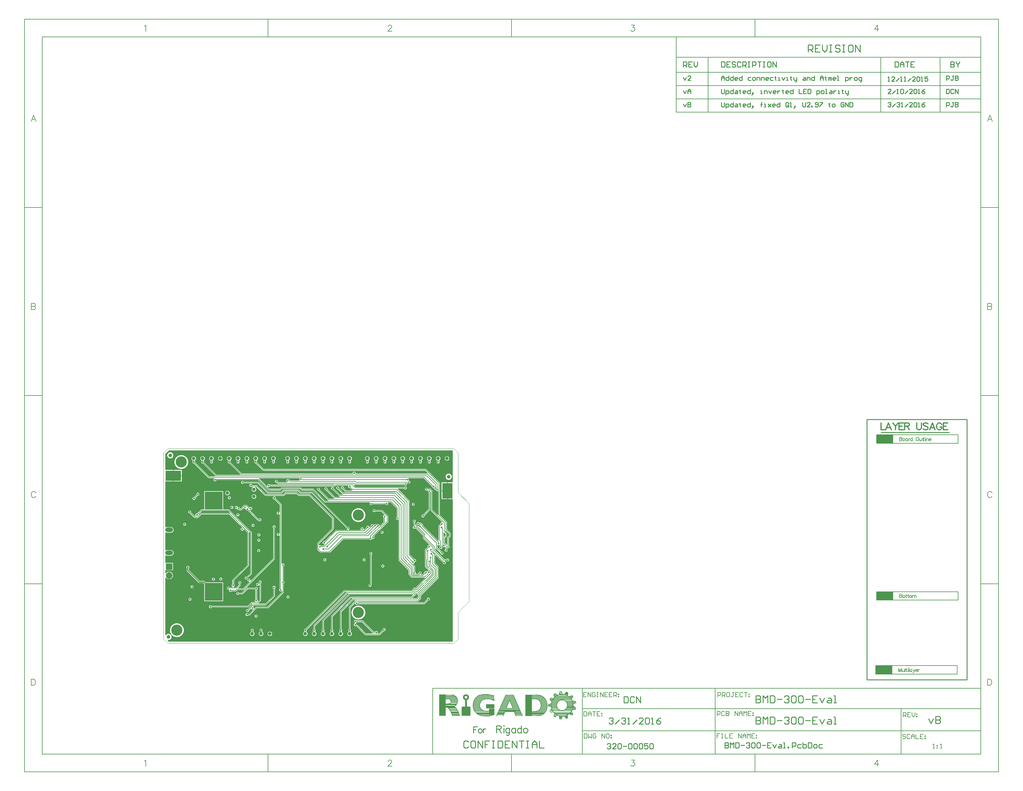
<source format=gbl>
G04 Layer_Physical_Order=4*
G04 Layer_Color=16711680*
%FSLAX25Y25*%
%MOIN*%
G70*
G01*
G75*
%ADD10C,0.00600*%
%ADD13C,0.03937*%
%ADD21R,0.11811X0.17716*%
%ADD22R,0.17716X0.11811*%
%ADD44C,0.01200*%
%ADD45C,0.00800*%
%ADD46C,0.01000*%
%ADD50C,0.00787*%
%ADD51C,0.00500*%
%ADD52R,0.19000X0.09500*%
%ADD53C,0.00200*%
%ADD54C,0.01180*%
%ADD55C,0.00700*%
%ADD56R,0.02000X0.07500*%
%ADD57R,0.17300X0.00300*%
%ADD58R,0.20400X0.00300*%
%ADD59R,0.07400X0.24300*%
%ADD60R,0.19900X0.00500*%
%ADD61R,0.00400X0.00300*%
%ADD62R,0.00700X0.00300*%
%ADD63R,0.00400X0.00333*%
%ADD64R,0.00300X0.00400*%
%ADD65R,0.00300X0.00300*%
%ADD66R,0.07400X0.00397*%
%ADD67R,0.07500X0.00390*%
%ADD68R,0.13000X0.00397*%
%ADD69R,0.01400X0.00300*%
%ADD70R,0.02300X0.00400*%
%ADD71R,0.02300X0.00300*%
%ADD72R,0.01600X0.00500*%
%ADD73R,0.02500X0.00300*%
%ADD74R,0.02300X0.00500*%
%ADD75R,0.03000X0.00400*%
%ADD76R,0.02900X0.00400*%
%ADD77R,0.03000X0.00300*%
%ADD78R,0.03100X0.00400*%
%ADD79R,0.02800X0.00500*%
%ADD80R,0.03600X0.01300*%
%ADD81R,0.00900X0.00400*%
%ADD82R,0.03300X0.00300*%
%ADD83R,0.01700X0.00300*%
%ADD84R,0.03600X0.00300*%
%ADD85R,0.04600X0.00300*%
%ADD86R,0.09300X0.00400*%
%ADD87R,0.12800X0.00400*%
%ADD88R,0.08300X0.00400*%
%ADD89R,0.10000X0.00400*%
%ADD90R,0.14400X0.00400*%
%ADD91R,0.10300X0.00300*%
%ADD92R,0.14800X0.00300*%
%ADD93R,0.08500X0.00300*%
%ADD94R,0.12600X0.00300*%
%ADD95R,0.15800X0.00300*%
%ADD96R,0.11200X0.00400*%
%ADD97R,0.03500X0.00300*%
%ADD98R,0.16000X0.00300*%
%ADD99R,0.08900X0.00300*%
%ADD100R,0.14700X0.00300*%
%ADD101R,0.16700X0.00400*%
%ADD102R,0.15200X0.00400*%
%ADD103R,0.16800X0.00400*%
%ADD104R,0.17000X0.00400*%
%ADD105R,0.17500X0.00500*%
%ADD106R,0.01200X0.00400*%
%ADD107R,0.15000X0.00300*%
%ADD108R,0.09300X0.00300*%
%ADD109R,0.18000X0.00300*%
%ADD110R,0.17800X0.00400*%
%ADD111R,0.01700X0.00400*%
%ADD112R,0.15700X0.00300*%
%ADD113R,0.18600X0.00300*%
%ADD114R,0.09700X0.00300*%
%ADD115R,0.18700X0.00300*%
%ADD116R,0.18300X0.00400*%
%ADD117R,0.02800X0.00600*%
%ADD118R,0.15700X0.00400*%
%ADD119R,0.19000X0.00400*%
%ADD120R,0.19300X0.00400*%
%ADD121R,0.18800X0.00500*%
%ADD122R,0.03900X0.00400*%
%ADD123R,0.16400X0.00300*%
%ADD124R,0.19600X0.00300*%
%ADD125R,0.19700X0.00300*%
%ADD126R,0.19000X0.00300*%
%ADD127R,0.20700X0.00300*%
%ADD128R,0.20100X0.00300*%
%ADD129R,0.10600X0.00300*%
%ADD130R,0.20000X0.00300*%
%ADD131R,0.19400X0.00300*%
%ADD132R,0.20300X0.00400*%
%ADD133R,0.10900X0.00400*%
%ADD134R,0.20500X0.00400*%
%ADD135R,0.19500X0.00400*%
%ADD136R,0.20600X0.00300*%
%ADD137R,0.11100X0.00300*%
%ADD138R,0.20800X0.00300*%
%ADD139R,0.21000X0.00300*%
%ADD140R,0.11300X0.00300*%
%ADD141R,0.21100X0.00300*%
%ADD142R,0.19800X0.00300*%
%ADD143R,0.20700X0.00400*%
%ADD144R,0.00600X0.00400*%
%ADD145R,0.21400X0.00400*%
%ADD146R,0.11700X0.00400*%
%ADD147R,0.21300X0.00400*%
%ADD148R,0.20100X0.00400*%
%ADD149R,0.02200X0.00400*%
%ADD150R,0.21700X0.00300*%
%ADD151R,0.12000X0.00300*%
%ADD152R,0.20200X0.00300*%
%ADD153R,0.03400X0.00300*%
%ADD154R,0.12700X0.00300*%
%ADD155R,0.12300X0.00300*%
%ADD156R,0.05900X0.00400*%
%ADD157R,0.09900X0.00300*%
%ADD158R,0.24200X0.00400*%
%ADD159R,0.12600X0.00400*%
%ADD160R,0.04100X0.00500*%
%ADD161R,0.10800X0.00400*%
%ADD162R,0.08600X0.00400*%
%ADD163R,0.24300X0.00300*%
%ADD164R,0.12900X0.00300*%
%ADD165R,0.03200X0.00300*%
%ADD166R,0.10000X0.00300*%
%ADD167R,0.07900X0.00300*%
%ADD168R,0.24500X0.00300*%
%ADD169R,0.08300X0.00300*%
%ADD170R,0.13300X0.00300*%
%ADD171R,0.02200X0.00500*%
%ADD172R,0.07800X0.00300*%
%ADD173R,0.10400X0.00400*%
%ADD174R,0.13000X0.00400*%
%ADD175R,0.08400X0.00400*%
%ADD176R,0.13700X0.00400*%
%ADD177R,0.01300X0.00400*%
%ADD178R,0.09400X0.00400*%
%ADD179R,0.07900X0.00400*%
%ADD180R,0.09100X0.00400*%
%ADD181R,0.11000X0.00300*%
%ADD182R,0.08000X0.00300*%
%ADD183R,0.13800X0.00300*%
%ADD184R,0.01100X0.00300*%
%ADD185R,0.09000X0.00300*%
%ADD186R,0.07600X0.00300*%
%ADD187R,0.08400X0.00300*%
%ADD188R,0.06700X0.00300*%
%ADD189R,0.07000X0.00300*%
%ADD190R,0.07700X0.00300*%
%ADD191R,0.07700X0.00400*%
%ADD192R,0.07000X0.00400*%
%ADD193R,0.06700X0.00400*%
%ADD194R,0.08700X0.00400*%
%ADD195R,0.07500X0.00300*%
%ADD196R,0.06600X0.00300*%
%ADD197R,0.08600X0.00300*%
%ADD198R,0.06900X0.00300*%
%ADD199R,0.07400X0.00300*%
%ADD200R,0.10600X0.00400*%
%ADD201R,0.07100X0.00400*%
%ADD202R,0.07300X0.00400*%
%ADD203R,0.06600X0.00400*%
%ADD204R,0.08000X0.00400*%
%ADD205R,0.10400X0.00300*%
%ADD206R,0.07200X0.00300*%
%ADD207R,0.06800X0.00300*%
%ADD208R,0.07300X0.00300*%
%ADD209R,0.06900X0.00400*%
%ADD210R,0.07400X0.00400*%
%ADD211R,0.07100X0.00300*%
%ADD212R,0.06300X0.00400*%
%ADD213R,0.08100X0.00400*%
%ADD214R,0.11600X0.00300*%
%ADD215R,0.06400X0.00300*%
%ADD216R,0.08700X0.00300*%
%ADD217R,0.07200X0.00400*%
%ADD218R,0.09700X0.04700*%
%ADD219R,0.18900X0.00600*%
%ADD220R,0.09400X0.00300*%
%ADD221R,0.09200X0.00300*%
%ADD222R,0.18800X0.00300*%
%ADD223R,0.06400X0.00400*%
%ADD224R,0.09500X0.00400*%
%ADD225R,0.07800X0.00400*%
%ADD226R,0.18800X0.00400*%
%ADD227R,0.18200X0.00400*%
%ADD228R,0.17700X0.00300*%
%ADD229R,0.09000X0.00400*%
%ADD230R,0.07500X0.00400*%
%ADD231R,0.17200X0.00500*%
%ADD232R,0.16900X0.00600*%
%ADD233R,0.08400X0.00500*%
%ADD234R,0.06500X0.00400*%
%ADD235R,0.09100X0.00300*%
%ADD236R,0.17900X0.00300*%
%ADD237R,0.09600X0.00300*%
%ADD238R,0.06658X0.00300*%
%ADD239R,0.08800X0.00500*%
%ADD240R,0.10100X0.00400*%
%ADD241R,0.22000X0.00300*%
%ADD242R,0.06300X0.07000*%
%ADD243R,0.08100X0.00300*%
%ADD244R,0.22300X0.00400*%
%ADD245R,0.10900X0.00300*%
%ADD246R,0.22600X0.00300*%
%ADD247R,0.22900X0.00300*%
%ADD248R,0.09700X0.00400*%
%ADD249R,0.23300X0.00400*%
%ADD250R,0.08200X0.00400*%
%ADD251R,0.23500X0.00300*%
%ADD252R,0.23800X0.00500*%
%ADD253R,0.24500X0.00400*%
%ADD254R,0.24000X0.00400*%
%ADD255R,0.24600X0.00300*%
%ADD256R,0.08900X0.00400*%
%ADD257R,0.01000X0.00400*%
%ADD258R,0.07600X0.00400*%
%ADD259R,0.21700X0.00400*%
%ADD260R,0.21600X0.00300*%
%ADD261R,0.20500X0.00300*%
%ADD262R,0.00600X0.00300*%
%ADD263R,0.21900X0.00300*%
%ADD264R,0.21100X0.00400*%
%ADD265R,0.20400X0.00400*%
%ADD266R,0.22000X0.00400*%
%ADD267R,0.21000X0.00400*%
%ADD268R,0.07900X0.00600*%
%ADD269R,0.21500X0.00300*%
%ADD270R,0.20200X0.00400*%
%ADD271R,0.20300X0.00300*%
%ADD272R,0.20300X0.00500*%
%ADD273R,0.07500X0.00500*%
%ADD274R,0.19600X0.00400*%
%ADD275R,0.03700X0.00300*%
%ADD276R,0.19200X0.00300*%
%ADD277R,0.02600X0.00300*%
%ADD278R,0.19900X0.00300*%
%ADD279R,0.15400X0.00400*%
%ADD280R,0.00800X0.00300*%
%ADD281R,0.15300X0.00300*%
%ADD282R,0.17000X0.00300*%
%ADD283R,0.08200X0.00300*%
%ADD284R,0.15300X0.00400*%
%ADD285R,0.18300X0.00300*%
%ADD286R,0.11000X0.00400*%
%ADD287R,0.03300X0.00400*%
%ADD288R,0.17600X0.00400*%
%ADD289R,0.13300X0.00400*%
%ADD290R,0.07900X0.00500*%
%ADD291R,0.07400X0.00430*%
%ADD292R,0.07300X0.24000*%
%ADD293R,0.03700X0.00397*%
%ADD294R,0.05300X0.00397*%
%ADD295R,0.03000X0.00397*%
%ADD296R,0.06700X0.00356*%
%ADD297R,0.03300X0.00333*%
%ADD298R,0.02000X0.00333*%
%ADD299R,0.03100X0.00333*%
%ADD300R,0.01200X0.00333*%
%ADD301R,0.02900X0.00333*%
%ADD302R,0.03000X0.00408*%
%ADD303R,0.02700X0.00333*%
%ADD304R,0.03000X0.00333*%
%ADD305R,0.02300X0.00333*%
%ADD306R,0.03000X0.00333*%
%ADD307R,0.02200X0.00333*%
%ADD308R,0.02500X0.00333*%
%ADD309R,0.01300X0.00426*%
%ADD310R,0.02300X0.00333*%
%ADD311R,0.02000X0.00469*%
%ADD312R,0.18109X0.00300*%
%ADD313R,0.02983X0.00600*%
%ADD314R,0.16055X0.00400*%
%ADD315R,0.08066X0.00300*%
%ADD316R,0.10834X0.00300*%
%ADD317R,0.07366X0.00300*%
%ADD318R,0.08294X0.00400*%
%ADD319R,0.09383X0.00400*%
%ADD320R,0.09283X0.00300*%
%ADD321R,0.06560X0.00300*%
%ADD322R,0.21453X0.00400*%
%ADD323R,0.08482X0.00400*%
%ADD324R,0.08428X0.00300*%
%ADD325R,0.08160X0.00400*%
%ADD326R,0.20477X0.00400*%
%ADD327R,0.08049X0.00600*%
%ADD328R,0.08000X0.00432*%
%ADD329R,0.02600X0.00427*%
%ADD330C,0.07400*%
%ADD331R,0.07400X0.07400*%
%ADD332O,0.09055X0.05118*%
%ADD333C,0.12598*%
%ADD334C,0.02000*%
%ADD335C,0.19685*%
G04:AMPARAMS|DCode=336|XSize=393.7mil|YSize=393.7mil|CornerRadius=98.43mil|HoleSize=0mil|Usage=FLASHONLY|Rotation=270.000|XOffset=0mil|YOffset=0mil|HoleType=Round|Shape=RoundedRectangle|*
%AMROUNDEDRECTD336*
21,1,0.39370,0.19685,0,0,270.0*
21,1,0.19685,0.39370,0,0,270.0*
1,1,0.19685,-0.09843,-0.09843*
1,1,0.19685,-0.09843,0.09843*
1,1,0.19685,0.09843,0.09843*
1,1,0.19685,0.09843,-0.09843*
%
%ADD336ROUNDEDRECTD336*%
%ADD337R,0.20000X0.20000*%
G36*
X326654Y181958D02*
X320800D01*
Y172500D01*
Y163042D01*
X326654D01*
Y121831D01*
X326634Y121811D01*
X326634D01*
Y83228D01*
X326654D01*
Y2001D01*
X5829D01*
X4436Y3394D01*
X4451Y3528D01*
X5106Y4010D01*
X5155Y4000D01*
X5845D01*
X6521Y4135D01*
X7158Y4398D01*
X7731Y4781D01*
X8219Y5269D01*
X8602Y5842D01*
X8866Y6479D01*
X9000Y7155D01*
Y7845D01*
X8866Y8521D01*
X8602Y9158D01*
X8219Y9731D01*
X7731Y10219D01*
X7158Y10602D01*
X6521Y10865D01*
X5845Y11000D01*
X5155D01*
X4479Y10865D01*
X3842Y10602D01*
X3269Y10219D01*
X2781Y9731D01*
X2601Y9461D01*
X2001Y9643D01*
Y74373D01*
X2599Y74548D01*
X2700Y74401D01*
X2806Y74258D01*
X2918Y74120D01*
X3036Y73987D01*
X3159Y73859D01*
X3287Y73736D01*
X3420Y73618D01*
X3558Y73506D01*
X3701Y73400D01*
X3848Y73299D01*
X3998Y73205D01*
X4153Y73117D01*
X4311Y73036D01*
X4472Y72961D01*
X4637Y72893D01*
X4803Y72832D01*
X4973Y72778D01*
X5144Y72731D01*
X5317Y72691D01*
X5492Y72658D01*
X5668Y72632D01*
X5845Y72614D01*
X5900Y72610D01*
Y76900D01*
Y81190D01*
X5845Y81186D01*
X5668Y81168D01*
X5492Y81142D01*
X5317Y81109D01*
X5144Y81069D01*
X4973Y81022D01*
X4803Y80968D01*
X4637Y80907D01*
X4472Y80839D01*
X4311Y80764D01*
X4153Y80683D01*
X3998Y80595D01*
X3848Y80501D01*
X3701Y80400D01*
X3558Y80294D01*
X3420Y80182D01*
X3287Y80064D01*
X3159Y79941D01*
X3036Y79813D01*
X2918Y79680D01*
X2806Y79542D01*
X2700Y79399D01*
X2599Y79252D01*
X2001Y79427D01*
Y82600D01*
X10500D01*
Y91200D01*
X2001D01*
Y99328D01*
X2162Y99485D01*
X2433Y99610D01*
X2601Y99653D01*
X2703Y99595D01*
X2842Y99525D01*
X2984Y99462D01*
X3128Y99407D01*
X3276Y99358D01*
X3425Y99317D01*
X3576Y99283D01*
X3729Y99256D01*
X3883Y99237D01*
X4038Y99226D01*
X4193Y99222D01*
X8130D01*
X8285Y99226D01*
X8440Y99237D01*
X8594Y99256D01*
X8746Y99283D01*
X8898Y99317D01*
X9047Y99358D01*
X9194Y99407D01*
X9339Y99462D01*
X9481Y99525D01*
X9619Y99595D01*
X9754Y99672D01*
X9886Y99754D01*
X10012Y99844D01*
X10135Y99939D01*
X10252Y100040D01*
X10364Y100147D01*
X10471Y100260D01*
X10573Y100377D01*
X10668Y100499D01*
X10757Y100626D01*
X10840Y100757D01*
X10917Y100892D01*
X10987Y101031D01*
X11049Y101173D01*
X11105Y101317D01*
X11154Y101465D01*
X11195Y101614D01*
X11229Y101765D01*
X11256Y101918D01*
X11275Y102072D01*
X11286Y102227D01*
X11290Y102382D01*
X11286Y102537D01*
X11275Y102692D01*
X11256Y102846D01*
X11229Y102998D01*
X11195Y103150D01*
X11154Y103299D01*
X11105Y103446D01*
X11049Y103591D01*
X10987Y103733D01*
X10917Y103872D01*
X10840Y104006D01*
X10757Y104138D01*
X10668Y104264D01*
X10573Y104387D01*
X10471Y104504D01*
X10364Y104616D01*
X10252Y104723D01*
X10135Y104825D01*
X10012Y104920D01*
X9886Y105009D01*
X9754Y105092D01*
X9619Y105169D01*
X9481Y105238D01*
X9339Y105301D01*
X9194Y105357D01*
X9047Y105406D01*
X8898Y105447D01*
X8746Y105481D01*
X8594Y105508D01*
X8440Y105527D01*
X8285Y105538D01*
X8130Y105542D01*
X4193D01*
X4038Y105538D01*
X3883Y105527D01*
X3729Y105508D01*
X3576Y105481D01*
X3425Y105447D01*
X3276Y105406D01*
X3128Y105357D01*
X2984Y105301D01*
X2842Y105238D01*
X2703Y105169D01*
X2601Y105111D01*
X2433Y105154D01*
X2162Y105279D01*
X2001Y105436D01*
Y125311D01*
X2159Y125466D01*
X2426Y125590D01*
X2601Y125636D01*
X2701Y125579D01*
X2840Y125510D01*
X2982Y125447D01*
X3126Y125391D01*
X3274Y125342D01*
X3423Y125301D01*
X3574Y125267D01*
X3727Y125240D01*
X3881Y125221D01*
X4036Y125210D01*
X4191Y125206D01*
X8128D01*
X8283Y125210D01*
X8438Y125221D01*
X8592Y125240D01*
X8744Y125267D01*
X8896Y125301D01*
X9045Y125342D01*
X9193Y125391D01*
X9337Y125447D01*
X9479Y125510D01*
X9618Y125579D01*
X9753Y125656D01*
X9884Y125739D01*
X10010Y125828D01*
X10133Y125923D01*
X10250Y126025D01*
X10362Y126132D01*
X10469Y126244D01*
X10571Y126362D01*
X10666Y126484D01*
X10755Y126611D01*
X10838Y126742D01*
X10915Y126876D01*
X10985Y127015D01*
X11047Y127157D01*
X11103Y127302D01*
X11152Y127449D01*
X11193Y127598D01*
X11227Y127750D01*
X11254Y127902D01*
X11273Y128056D01*
X11284Y128211D01*
X11288Y128366D01*
X11284Y128521D01*
X11273Y128676D01*
X11254Y128830D01*
X11227Y128983D01*
X11193Y129134D01*
X11152Y129283D01*
X11103Y129431D01*
X11047Y129575D01*
X10985Y129717D01*
X10915Y129856D01*
X10838Y129991D01*
X10755Y130122D01*
X10666Y130249D01*
X10571Y130371D01*
X10469Y130488D01*
X10362Y130601D01*
X10250Y130708D01*
X10133Y130809D01*
X10010Y130904D01*
X9884Y130994D01*
X9753Y131077D01*
X9618Y131153D01*
X9479Y131223D01*
X9337Y131286D01*
X9193Y131341D01*
X9045Y131390D01*
X8896Y131431D01*
X8744Y131465D01*
X8592Y131492D01*
X8438Y131511D01*
X8283Y131522D01*
X8128Y131526D01*
X4191D01*
X4036Y131522D01*
X3881Y131511D01*
X3727Y131492D01*
X3574Y131465D01*
X3423Y131431D01*
X3274Y131390D01*
X3126Y131341D01*
X2982Y131286D01*
X2840Y131223D01*
X2701Y131153D01*
X2601Y131096D01*
X2426Y131142D01*
X2159Y131266D01*
X2001Y131421D01*
Y182994D01*
X10700D01*
Y189500D01*
Y196005D01*
X2001D01*
Y214171D01*
X5829Y217999D01*
X326654D01*
Y181958D01*
D02*
G37*
G36*
X6469Y8950D02*
X6950Y8469D01*
X7210Y7840D01*
Y7500D01*
Y7160D01*
X6950Y6531D01*
X6469Y6050D01*
X5840Y5790D01*
X5160D01*
X4531Y6050D01*
X4050Y6531D01*
X3790Y7160D01*
Y7500D01*
Y7840D01*
X4050Y8469D01*
X4531Y8950D01*
X5160Y9210D01*
X5840D01*
X6469Y8950D01*
D02*
G37*
G36*
X345861Y-71286D02*
X346192Y-71507D01*
X346413Y-71838D01*
X346491Y-72228D01*
X346471D01*
X346491Y-80728D01*
X346413Y-81119D01*
X346192Y-81449D01*
X345861Y-81670D01*
X345471Y-81748D01*
Y-81728D01*
X337471Y-81748D01*
X337081Y-81670D01*
X336750Y-81449D01*
X336529Y-81119D01*
X336451Y-80728D01*
X336471D01*
X336451Y-72228D01*
X336529Y-71838D01*
X336750Y-71507D01*
X337081Y-71286D01*
X337471Y-71209D01*
Y-71228D01*
X345471Y-71209D01*
X345861Y-71286D01*
D02*
G37*
%LPC*%
G36*
X320300Y211551D02*
Y209300D01*
X322551D01*
X322538Y209402D01*
X322513Y209534D01*
X322482Y209665D01*
X322444Y209794D01*
X322399Y209921D01*
X322347Y210045D01*
X322289Y210167D01*
X322225Y210285D01*
X322155Y210399D01*
X322079Y210510D01*
X321997Y210617D01*
X321909Y210719D01*
X321817Y210817D01*
X321719Y210909D01*
X321617Y210997D01*
X321510Y211079D01*
X321399Y211155D01*
X321285Y211225D01*
X321166Y211289D01*
X321045Y211347D01*
X320921Y211399D01*
X320794Y211444D01*
X320665Y211482D01*
X320534Y211513D01*
X320402Y211538D01*
X320300Y211551D01*
D02*
G37*
G36*
X64300D02*
Y209300D01*
X66551D01*
X66538Y209402D01*
X66513Y209534D01*
X66482Y209665D01*
X66444Y209794D01*
X66399Y209921D01*
X66347Y210045D01*
X66289Y210167D01*
X66225Y210285D01*
X66155Y210399D01*
X66079Y210510D01*
X65997Y210617D01*
X65909Y210719D01*
X65817Y210817D01*
X65719Y210909D01*
X65617Y210997D01*
X65510Y211079D01*
X65399Y211155D01*
X65285Y211225D01*
X65166Y211289D01*
X65045Y211347D01*
X64921Y211399D01*
X64794Y211444D01*
X64665Y211482D01*
X64534Y211513D01*
X64402Y211538D01*
X64300Y211551D01*
D02*
G37*
G36*
X319700D02*
X319598Y211538D01*
X319466Y211513D01*
X319335Y211482D01*
X319206Y211444D01*
X319079Y211399D01*
X318955Y211347D01*
X318833Y211289D01*
X318715Y211225D01*
X318601Y211155D01*
X318490Y211079D01*
X318383Y210997D01*
X318281Y210909D01*
X318183Y210817D01*
X318091Y210719D01*
X318003Y210617D01*
X317921Y210510D01*
X317845Y210399D01*
X317775Y210285D01*
X317711Y210167D01*
X317653Y210045D01*
X317601Y209921D01*
X317556Y209794D01*
X317518Y209665D01*
X317487Y209534D01*
X317462Y209402D01*
X317449Y209300D01*
X319700D01*
Y211551D01*
D02*
G37*
G36*
X63700D02*
X63598Y211538D01*
X63466Y211513D01*
X63335Y211482D01*
X63206Y211444D01*
X63079Y211399D01*
X62955Y211347D01*
X62833Y211289D01*
X62715Y211225D01*
X62601Y211155D01*
X62490Y211079D01*
X62383Y210997D01*
X62281Y210909D01*
X62183Y210817D01*
X62091Y210719D01*
X62003Y210617D01*
X61921Y210510D01*
X61845Y210399D01*
X61775Y210285D01*
X61711Y210167D01*
X61653Y210045D01*
X61601Y209921D01*
X61556Y209794D01*
X61518Y209665D01*
X61487Y209534D01*
X61462Y209402D01*
X61449Y209300D01*
X63700D01*
Y211551D01*
D02*
G37*
G36*
X7845Y216000D02*
X7155D01*
X6479Y215865D01*
X5842Y215602D01*
X5269Y215219D01*
X4781Y214731D01*
X4398Y214158D01*
X4135Y213521D01*
X4000Y212845D01*
Y212155D01*
X4135Y211479D01*
X4398Y210842D01*
X4781Y210269D01*
X5269Y209781D01*
X5842Y209398D01*
X6479Y209135D01*
X7155Y209000D01*
X7845D01*
X8521Y209135D01*
X9158Y209398D01*
X9731Y209781D01*
X10219Y210269D01*
X10602Y210842D01*
X10865Y211479D01*
X11000Y212155D01*
Y212845D01*
X10865Y213521D01*
X10602Y214158D01*
X10219Y214731D01*
X9731Y215219D01*
X9158Y215602D01*
X8521Y215865D01*
X7845Y216000D01*
D02*
G37*
G36*
X322551Y208700D02*
X320300D01*
Y206449D01*
X320402Y206462D01*
X320534Y206487D01*
X320665Y206518D01*
X320794Y206556D01*
X320921Y206601D01*
X321045Y206653D01*
X321166Y206711D01*
X321285Y206775D01*
X321399Y206845D01*
X321510Y206921D01*
X321617Y207003D01*
X321719Y207091D01*
X321817Y207183D01*
X321909Y207281D01*
X321997Y207383D01*
X322079Y207490D01*
X322155Y207601D01*
X322225Y207715D01*
X322289Y207834D01*
X322347Y207955D01*
X322399Y208079D01*
X322444Y208206D01*
X322482Y208335D01*
X322513Y208466D01*
X322538Y208598D01*
X322551Y208700D01*
D02*
G37*
G36*
X66551D02*
X64300D01*
Y206449D01*
X64402Y206462D01*
X64534Y206487D01*
X64665Y206518D01*
X64794Y206556D01*
X64921Y206601D01*
X65045Y206653D01*
X65166Y206711D01*
X65285Y206775D01*
X65399Y206845D01*
X65510Y206921D01*
X65617Y207003D01*
X65719Y207091D01*
X65817Y207183D01*
X65909Y207281D01*
X65997Y207383D01*
X66079Y207490D01*
X66155Y207601D01*
X66225Y207715D01*
X66289Y207834D01*
X66347Y207955D01*
X66399Y208079D01*
X66444Y208206D01*
X66482Y208335D01*
X66513Y208466D01*
X66538Y208598D01*
X66551Y208700D01*
D02*
G37*
G36*
X319700D02*
X317449D01*
X317462Y208598D01*
X317487Y208466D01*
X317518Y208335D01*
X317556Y208206D01*
X317601Y208079D01*
X317653Y207955D01*
X317711Y207834D01*
X317775Y207715D01*
X317845Y207601D01*
X317921Y207490D01*
X318003Y207383D01*
X318091Y207281D01*
X318183Y207183D01*
X318281Y207091D01*
X318383Y207003D01*
X318490Y206921D01*
X318601Y206845D01*
X318715Y206775D01*
X318833Y206711D01*
X318955Y206653D01*
X319079Y206601D01*
X319206Y206556D01*
X319335Y206518D01*
X319466Y206487D01*
X319598Y206462D01*
X319700Y206449D01*
Y208700D01*
D02*
G37*
G36*
X63700D02*
X61449D01*
X61462Y208598D01*
X61487Y208466D01*
X61518Y208335D01*
X61556Y208206D01*
X61601Y208079D01*
X61653Y207955D01*
X61711Y207834D01*
X61775Y207715D01*
X61845Y207601D01*
X61921Y207490D01*
X62003Y207383D01*
X62091Y207281D01*
X62183Y207183D01*
X62281Y207091D01*
X62383Y207003D01*
X62490Y206921D01*
X62601Y206845D01*
X62715Y206775D01*
X62833Y206711D01*
X62955Y206653D01*
X63079Y206601D01*
X63206Y206556D01*
X63335Y206518D01*
X63466Y206487D01*
X63598Y206462D01*
X63700Y206449D01*
Y208700D01*
D02*
G37*
G36*
X300000Y211569D02*
X299866Y211566D01*
X299731Y211555D01*
X299598Y211538D01*
X299466Y211513D01*
X299335Y211482D01*
X299206Y211444D01*
X299079Y211399D01*
X298955Y211347D01*
X298833Y211289D01*
X298715Y211225D01*
X298601Y211155D01*
X298490Y211079D01*
X298383Y210997D01*
X298281Y210909D01*
X298183Y210817D01*
X298091Y210719D01*
X298003Y210617D01*
X297921Y210510D01*
X297845Y210399D01*
X297775Y210285D01*
X297711Y210167D01*
X297653Y210045D01*
X297601Y209921D01*
X297556Y209794D01*
X297518Y209665D01*
X297487Y209534D01*
X297462Y209402D01*
X297445Y209269D01*
X297434Y209135D01*
X297431Y209000D01*
X297434Y208865D01*
X297445Y208731D01*
X297462Y208598D01*
X297487Y208466D01*
X297518Y208335D01*
X297556Y208206D01*
X297601Y208079D01*
X297653Y207955D01*
X297711Y207834D01*
X297775Y207715D01*
X297845Y207601D01*
X297921Y207490D01*
X298003Y207383D01*
X298091Y207281D01*
X298183Y207183D01*
X298281Y207091D01*
X298383Y207003D01*
X298490Y206921D01*
X298601Y206845D01*
X298715Y206775D01*
X298755Y206753D01*
X298811Y206592D01*
X298837Y206433D01*
X298841Y206169D01*
X298819Y206080D01*
X298796Y206055D01*
X298730Y205975D01*
X298669Y205889D01*
X298614Y205800D01*
X298564Y205708D01*
X298521Y205613D01*
X298484Y205515D01*
X298454Y205414D01*
X298430Y205312D01*
X298413Y205209D01*
X298403Y205105D01*
X298399Y205000D01*
X298403Y204895D01*
X298413Y204791D01*
X298430Y204688D01*
X298454Y204586D01*
X298484Y204485D01*
X298521Y204387D01*
X298564Y204292D01*
X298614Y204200D01*
X298669Y204111D01*
X298730Y204026D01*
X298796Y203944D01*
X298868Y203868D01*
X298944Y203796D01*
X299026Y203730D01*
X299111Y203669D01*
X299200Y203614D01*
X299292Y203564D01*
X299387Y203521D01*
X299485Y203484D01*
X299586Y203454D01*
X299688Y203430D01*
X299791Y203413D01*
X299895Y203403D01*
X300000Y203399D01*
X300105Y203403D01*
X300209Y203413D01*
X300312Y203430D01*
X300414Y203454D01*
X300515Y203484D01*
X300613Y203521D01*
X300708Y203564D01*
X300800Y203614D01*
X300889Y203669D01*
X300974Y203730D01*
X301056Y203796D01*
X301132Y203868D01*
X301204Y203944D01*
X301270Y204026D01*
X301331Y204111D01*
X301386Y204200D01*
X301436Y204292D01*
X301479Y204387D01*
X301516Y204485D01*
X301546Y204586D01*
X301570Y204688D01*
X301587Y204791D01*
X301597Y204895D01*
X301601Y205000D01*
X301597Y205105D01*
X301587Y205209D01*
X301570Y205312D01*
X301546Y205414D01*
X301516Y205515D01*
X301479Y205613D01*
X301436Y205708D01*
X301386Y205800D01*
X301331Y205889D01*
X301270Y205975D01*
X301204Y206055D01*
X301181Y206080D01*
X301159Y206169D01*
X301163Y206433D01*
X301189Y206592D01*
X301245Y206753D01*
X301285Y206775D01*
X301399Y206845D01*
X301510Y206921D01*
X301617Y207003D01*
X301719Y207091D01*
X301817Y207183D01*
X301909Y207281D01*
X301997Y207383D01*
X302079Y207490D01*
X302155Y207601D01*
X302225Y207715D01*
X302289Y207834D01*
X302347Y207955D01*
X302399Y208079D01*
X302444Y208206D01*
X302482Y208335D01*
X302513Y208466D01*
X302538Y208598D01*
X302555Y208731D01*
X302566Y208865D01*
X302569Y209000D01*
X302566Y209135D01*
X302555Y209269D01*
X302538Y209402D01*
X302513Y209534D01*
X302482Y209665D01*
X302444Y209794D01*
X302399Y209921D01*
X302347Y210045D01*
X302289Y210167D01*
X302225Y210285D01*
X302155Y210399D01*
X302079Y210510D01*
X301997Y210617D01*
X301909Y210719D01*
X301817Y210817D01*
X301719Y210909D01*
X301617Y210997D01*
X301510Y211079D01*
X301399Y211155D01*
X301285Y211225D01*
X301167Y211289D01*
X301045Y211347D01*
X300921Y211399D01*
X300794Y211444D01*
X300665Y211482D01*
X300534Y211513D01*
X300402Y211538D01*
X300269Y211555D01*
X300134Y211566D01*
X300000Y211569D01*
D02*
G37*
G36*
X290000D02*
X289865Y211566D01*
X289731Y211555D01*
X289598Y211538D01*
X289466Y211513D01*
X289335Y211482D01*
X289206Y211444D01*
X289079Y211399D01*
X288955Y211347D01*
X288833Y211289D01*
X288715Y211225D01*
X288601Y211155D01*
X288490Y211079D01*
X288383Y210997D01*
X288281Y210909D01*
X288183Y210817D01*
X288091Y210719D01*
X288003Y210617D01*
X287921Y210510D01*
X287845Y210399D01*
X287775Y210285D01*
X287711Y210167D01*
X287653Y210045D01*
X287601Y209921D01*
X287556Y209794D01*
X287518Y209665D01*
X287487Y209534D01*
X287462Y209402D01*
X287445Y209269D01*
X287434Y209135D01*
X287431Y209000D01*
X287434Y208865D01*
X287445Y208731D01*
X287462Y208598D01*
X287487Y208466D01*
X287518Y208335D01*
X287556Y208206D01*
X287601Y208079D01*
X287653Y207955D01*
X287711Y207834D01*
X287775Y207715D01*
X287845Y207601D01*
X287921Y207490D01*
X288003Y207383D01*
X288091Y207281D01*
X288183Y207183D01*
X288281Y207091D01*
X288383Y207003D01*
X288490Y206921D01*
X288601Y206845D01*
X288715Y206775D01*
X288755Y206753D01*
X288811Y206592D01*
X288837Y206433D01*
X288841Y206169D01*
X288820Y206080D01*
X288796Y206055D01*
X288730Y205975D01*
X288669Y205889D01*
X288614Y205800D01*
X288564Y205708D01*
X288521Y205613D01*
X288484Y205515D01*
X288454Y205414D01*
X288430Y205312D01*
X288413Y205209D01*
X288403Y205105D01*
X288399Y205000D01*
X288403Y204895D01*
X288413Y204791D01*
X288430Y204688D01*
X288454Y204586D01*
X288484Y204485D01*
X288521Y204387D01*
X288564Y204292D01*
X288614Y204200D01*
X288669Y204111D01*
X288730Y204026D01*
X288796Y203944D01*
X288868Y203868D01*
X288945Y203796D01*
X289025Y203730D01*
X289111Y203669D01*
X289200Y203614D01*
X289292Y203564D01*
X289387Y203521D01*
X289485Y203484D01*
X289586Y203454D01*
X289688Y203430D01*
X289791Y203413D01*
X289895Y203403D01*
X290000Y203399D01*
X290105Y203403D01*
X290209Y203413D01*
X290312Y203430D01*
X290414Y203454D01*
X290515Y203484D01*
X290613Y203521D01*
X290708Y203564D01*
X290800Y203614D01*
X290889Y203669D01*
X290974Y203730D01*
X291055Y203796D01*
X291132Y203868D01*
X291204Y203944D01*
X291270Y204026D01*
X291331Y204111D01*
X291386Y204200D01*
X291436Y204292D01*
X291479Y204387D01*
X291516Y204485D01*
X291546Y204586D01*
X291570Y204688D01*
X291587Y204791D01*
X291597Y204895D01*
X291601Y205000D01*
X291597Y205105D01*
X291587Y205209D01*
X291570Y205312D01*
X291546Y205414D01*
X291516Y205515D01*
X291479Y205613D01*
X291436Y205708D01*
X291386Y205800D01*
X291331Y205889D01*
X291270Y205975D01*
X291204Y206055D01*
X291180Y206080D01*
X291159Y206169D01*
X291163Y206433D01*
X291189Y206592D01*
X291245Y206753D01*
X291285Y206775D01*
X291399Y206845D01*
X291510Y206921D01*
X291617Y207003D01*
X291719Y207091D01*
X291817Y207183D01*
X291909Y207281D01*
X291997Y207383D01*
X292079Y207490D01*
X292155Y207601D01*
X292225Y207715D01*
X292289Y207834D01*
X292347Y207955D01*
X292399Y208079D01*
X292444Y208206D01*
X292482Y208335D01*
X292513Y208466D01*
X292538Y208598D01*
X292555Y208731D01*
X292566Y208865D01*
X292569Y209000D01*
X292566Y209135D01*
X292555Y209269D01*
X292538Y209402D01*
X292513Y209534D01*
X292482Y209665D01*
X292444Y209794D01*
X292399Y209921D01*
X292347Y210045D01*
X292289Y210167D01*
X292225Y210285D01*
X292155Y210399D01*
X292079Y210510D01*
X291997Y210617D01*
X291909Y210719D01*
X291817Y210817D01*
X291719Y210909D01*
X291617Y210997D01*
X291510Y211079D01*
X291399Y211155D01*
X291285Y211225D01*
X291166Y211289D01*
X291045Y211347D01*
X290921Y211399D01*
X290794Y211444D01*
X290665Y211482D01*
X290534Y211513D01*
X290402Y211538D01*
X290269Y211555D01*
X290135Y211566D01*
X290000Y211569D01*
D02*
G37*
G36*
X180000D02*
X179866Y211566D01*
X179731Y211555D01*
X179598Y211538D01*
X179466Y211513D01*
X179335Y211482D01*
X179206Y211444D01*
X179079Y211399D01*
X178955Y211347D01*
X178833Y211289D01*
X178715Y211225D01*
X178601Y211155D01*
X178490Y211079D01*
X178383Y210997D01*
X178281Y210909D01*
X178183Y210817D01*
X178091Y210719D01*
X178003Y210617D01*
X177921Y210510D01*
X177845Y210399D01*
X177775Y210285D01*
X177711Y210167D01*
X177653Y210045D01*
X177601Y209921D01*
X177556Y209794D01*
X177518Y209665D01*
X177487Y209534D01*
X177462Y209402D01*
X177445Y209269D01*
X177434Y209135D01*
X177431Y209000D01*
X177434Y208865D01*
X177445Y208731D01*
X177462Y208598D01*
X177487Y208466D01*
X177518Y208335D01*
X177556Y208206D01*
X177601Y208079D01*
X177653Y207955D01*
X177711Y207834D01*
X177775Y207715D01*
X177845Y207601D01*
X177921Y207490D01*
X178003Y207383D01*
X178091Y207281D01*
X178183Y207183D01*
X178281Y207091D01*
X178383Y207003D01*
X178490Y206921D01*
X178601Y206845D01*
X178715Y206775D01*
X178762Y206699D01*
X178818Y206546D01*
X178837Y206433D01*
X178840Y206202D01*
X178805Y206065D01*
X178796Y206055D01*
X178730Y205975D01*
X178669Y205889D01*
X178614Y205800D01*
X178564Y205708D01*
X178521Y205613D01*
X178484Y205515D01*
X178454Y205414D01*
X178430Y205312D01*
X178413Y205209D01*
X178403Y205105D01*
X178399Y205000D01*
X178403Y204895D01*
X178413Y204791D01*
X178430Y204688D01*
X178454Y204586D01*
X178484Y204485D01*
X178521Y204387D01*
X178564Y204292D01*
X178614Y204200D01*
X178669Y204111D01*
X178730Y204026D01*
X178796Y203944D01*
X178868Y203868D01*
X178945Y203796D01*
X179025Y203730D01*
X179111Y203669D01*
X179200Y203614D01*
X179292Y203564D01*
X179387Y203521D01*
X179485Y203484D01*
X179586Y203454D01*
X179688Y203430D01*
X179791Y203413D01*
X179895Y203403D01*
X180000Y203399D01*
X180105Y203403D01*
X180209Y203413D01*
X180312Y203430D01*
X180414Y203454D01*
X180515Y203484D01*
X180613Y203521D01*
X180708Y203564D01*
X180800Y203614D01*
X180889Y203669D01*
X180974Y203730D01*
X181055Y203796D01*
X181132Y203868D01*
X181204Y203944D01*
X181270Y204026D01*
X181331Y204111D01*
X181386Y204200D01*
X181436Y204292D01*
X181479Y204387D01*
X181516Y204485D01*
X181546Y204586D01*
X181570Y204688D01*
X181587Y204791D01*
X181597Y204895D01*
X181601Y205000D01*
X181597Y205105D01*
X181587Y205209D01*
X181570Y205312D01*
X181546Y205414D01*
X181516Y205515D01*
X181479Y205613D01*
X181436Y205708D01*
X181386Y205800D01*
X181331Y205889D01*
X181270Y205975D01*
X181204Y206055D01*
X181194Y206065D01*
X181160Y206202D01*
X181163Y206433D01*
X181182Y206546D01*
X181238Y206699D01*
X181285Y206775D01*
X181399Y206845D01*
X181510Y206921D01*
X181617Y207003D01*
X181719Y207091D01*
X181817Y207183D01*
X181909Y207281D01*
X181997Y207383D01*
X182079Y207490D01*
X182155Y207601D01*
X182225Y207715D01*
X182289Y207834D01*
X182347Y207955D01*
X182399Y208079D01*
X182444Y208206D01*
X182482Y208335D01*
X182513Y208466D01*
X182538Y208598D01*
X182555Y208731D01*
X182566Y208865D01*
X182569Y209000D01*
X182566Y209135D01*
X182555Y209269D01*
X182538Y209402D01*
X182513Y209534D01*
X182482Y209665D01*
X182444Y209794D01*
X182399Y209921D01*
X182347Y210045D01*
X182289Y210167D01*
X182225Y210285D01*
X182155Y210399D01*
X182079Y210510D01*
X181997Y210617D01*
X181909Y210719D01*
X181817Y210817D01*
X181719Y210909D01*
X181617Y210997D01*
X181510Y211079D01*
X181399Y211155D01*
X181285Y211225D01*
X181167Y211289D01*
X181045Y211347D01*
X180921Y211399D01*
X180794Y211444D01*
X180665Y211482D01*
X180534Y211513D01*
X180402Y211538D01*
X180269Y211555D01*
X180134Y211566D01*
X180000Y211569D01*
D02*
G37*
G36*
X160000D02*
X159865Y211566D01*
X159731Y211555D01*
X159598Y211538D01*
X159466Y211513D01*
X159335Y211482D01*
X159206Y211444D01*
X159079Y211399D01*
X158955Y211347D01*
X158834Y211289D01*
X158715Y211225D01*
X158601Y211155D01*
X158490Y211079D01*
X158383Y210997D01*
X158281Y210909D01*
X158183Y210817D01*
X158091Y210719D01*
X158003Y210617D01*
X157921Y210510D01*
X157845Y210399D01*
X157775Y210285D01*
X157711Y210167D01*
X157653Y210045D01*
X157601Y209921D01*
X157556Y209794D01*
X157518Y209665D01*
X157487Y209534D01*
X157462Y209402D01*
X157445Y209269D01*
X157434Y209135D01*
X157431Y209000D01*
X157434Y208865D01*
X157445Y208731D01*
X157462Y208598D01*
X157487Y208466D01*
X157518Y208335D01*
X157556Y208206D01*
X157601Y208079D01*
X157653Y207955D01*
X157711Y207834D01*
X157775Y207715D01*
X157845Y207601D01*
X157921Y207490D01*
X158003Y207383D01*
X158091Y207281D01*
X158183Y207183D01*
X158281Y207091D01*
X158383Y207003D01*
X158490Y206921D01*
X158601Y206845D01*
X158715Y206775D01*
X158762Y206699D01*
X158818Y206546D01*
X158837Y206433D01*
X158840Y206202D01*
X158806Y206065D01*
X158796Y206055D01*
X158730Y205975D01*
X158669Y205889D01*
X158614Y205800D01*
X158564Y205708D01*
X158521Y205613D01*
X158484Y205515D01*
X158454Y205414D01*
X158430Y205312D01*
X158413Y205209D01*
X158403Y205105D01*
X158399Y205000D01*
X158403Y204895D01*
X158413Y204791D01*
X158430Y204688D01*
X158454Y204586D01*
X158484Y204485D01*
X158521Y204387D01*
X158564Y204292D01*
X158614Y204200D01*
X158669Y204111D01*
X158730Y204026D01*
X158796Y203944D01*
X158868Y203868D01*
X158944Y203796D01*
X159026Y203730D01*
X159111Y203669D01*
X159200Y203614D01*
X159292Y203564D01*
X159387Y203521D01*
X159485Y203484D01*
X159586Y203454D01*
X159688Y203430D01*
X159791Y203413D01*
X159895Y203403D01*
X160000Y203399D01*
X160105Y203403D01*
X160209Y203413D01*
X160312Y203430D01*
X160414Y203454D01*
X160515Y203484D01*
X160613Y203521D01*
X160708Y203564D01*
X160800Y203614D01*
X160889Y203669D01*
X160975Y203730D01*
X161056Y203796D01*
X161132Y203868D01*
X161204Y203944D01*
X161270Y204026D01*
X161331Y204111D01*
X161386Y204200D01*
X161436Y204292D01*
X161479Y204387D01*
X161516Y204485D01*
X161546Y204586D01*
X161570Y204688D01*
X161587Y204791D01*
X161597Y204895D01*
X161601Y205000D01*
X161597Y205105D01*
X161587Y205209D01*
X161570Y205312D01*
X161546Y205414D01*
X161516Y205515D01*
X161479Y205613D01*
X161436Y205708D01*
X161386Y205800D01*
X161331Y205889D01*
X161270Y205975D01*
X161204Y206055D01*
X161195Y206065D01*
X161160Y206202D01*
X161163Y206433D01*
X161182Y206546D01*
X161238Y206699D01*
X161285Y206775D01*
X161399Y206845D01*
X161510Y206921D01*
X161617Y207003D01*
X161719Y207091D01*
X161817Y207183D01*
X161909Y207281D01*
X161997Y207383D01*
X162079Y207490D01*
X162155Y207601D01*
X162225Y207715D01*
X162289Y207834D01*
X162347Y207955D01*
X162399Y208079D01*
X162444Y208206D01*
X162482Y208335D01*
X162513Y208466D01*
X162538Y208598D01*
X162555Y208731D01*
X162566Y208865D01*
X162569Y209000D01*
X162566Y209135D01*
X162555Y209269D01*
X162538Y209402D01*
X162513Y209534D01*
X162482Y209665D01*
X162444Y209794D01*
X162399Y209921D01*
X162347Y210045D01*
X162289Y210167D01*
X162225Y210285D01*
X162155Y210399D01*
X162079Y210510D01*
X161997Y210617D01*
X161909Y210719D01*
X161817Y210817D01*
X161719Y210909D01*
X161617Y210997D01*
X161510Y211079D01*
X161399Y211155D01*
X161285Y211225D01*
X161167Y211289D01*
X161045Y211347D01*
X160921Y211399D01*
X160794Y211444D01*
X160665Y211482D01*
X160534Y211513D01*
X160402Y211538D01*
X160269Y211555D01*
X160134Y211566D01*
X160000Y211569D01*
D02*
G37*
G36*
X140000D02*
X139866Y211566D01*
X139731Y211555D01*
X139598Y211538D01*
X139466Y211513D01*
X139335Y211482D01*
X139206Y211444D01*
X139079Y211399D01*
X138955Y211347D01*
X138833Y211289D01*
X138715Y211225D01*
X138601Y211155D01*
X138490Y211079D01*
X138383Y210997D01*
X138281Y210909D01*
X138183Y210817D01*
X138091Y210719D01*
X138003Y210617D01*
X137921Y210510D01*
X137845Y210399D01*
X137775Y210285D01*
X137711Y210167D01*
X137653Y210045D01*
X137601Y209921D01*
X137556Y209794D01*
X137518Y209665D01*
X137487Y209534D01*
X137462Y209402D01*
X137445Y209269D01*
X137434Y209135D01*
X137431Y209000D01*
X137434Y208865D01*
X137445Y208731D01*
X137462Y208598D01*
X137487Y208466D01*
X137518Y208335D01*
X137556Y208206D01*
X137601Y208079D01*
X137653Y207955D01*
X137711Y207834D01*
X137775Y207715D01*
X137845Y207601D01*
X137921Y207490D01*
X138003Y207383D01*
X138091Y207281D01*
X138183Y207183D01*
X138281Y207091D01*
X138383Y207003D01*
X138490Y206921D01*
X138601Y206845D01*
X138715Y206775D01*
X138755Y206753D01*
X138811Y206592D01*
X138837Y206433D01*
X138841Y206169D01*
X138820Y206080D01*
X138796Y206055D01*
X138730Y205975D01*
X138669Y205889D01*
X138614Y205800D01*
X138564Y205708D01*
X138521Y205613D01*
X138484Y205515D01*
X138454Y205414D01*
X138430Y205312D01*
X138413Y205209D01*
X138403Y205105D01*
X138399Y205000D01*
X138403Y204895D01*
X138413Y204791D01*
X138430Y204688D01*
X138454Y204586D01*
X138484Y204485D01*
X138521Y204387D01*
X138564Y204292D01*
X138614Y204200D01*
X138669Y204111D01*
X138730Y204026D01*
X138796Y203944D01*
X138868Y203868D01*
X138944Y203796D01*
X139025Y203730D01*
X139111Y203669D01*
X139200Y203614D01*
X139292Y203564D01*
X139387Y203521D01*
X139485Y203484D01*
X139586Y203454D01*
X139688Y203430D01*
X139791Y203413D01*
X139895Y203403D01*
X140000Y203399D01*
X140105Y203403D01*
X140209Y203413D01*
X140312Y203430D01*
X140414Y203454D01*
X140515Y203484D01*
X140613Y203521D01*
X140708Y203564D01*
X140800Y203614D01*
X140889Y203669D01*
X140974Y203730D01*
X141056Y203796D01*
X141132Y203868D01*
X141204Y203944D01*
X141270Y204026D01*
X141331Y204111D01*
X141386Y204200D01*
X141436Y204292D01*
X141479Y204387D01*
X141516Y204485D01*
X141546Y204586D01*
X141570Y204688D01*
X141587Y204791D01*
X141597Y204895D01*
X141601Y205000D01*
X141597Y205105D01*
X141587Y205209D01*
X141570Y205312D01*
X141546Y205414D01*
X141516Y205515D01*
X141479Y205613D01*
X141436Y205708D01*
X141386Y205800D01*
X141331Y205889D01*
X141270Y205975D01*
X141204Y206055D01*
X141181Y206080D01*
X141159Y206169D01*
X141163Y206433D01*
X141189Y206592D01*
X141245Y206753D01*
X141285Y206775D01*
X141399Y206845D01*
X141510Y206921D01*
X141617Y207003D01*
X141719Y207091D01*
X141817Y207183D01*
X141909Y207281D01*
X141997Y207383D01*
X142079Y207490D01*
X142155Y207601D01*
X142225Y207715D01*
X142289Y207834D01*
X142347Y207955D01*
X142399Y208079D01*
X142444Y208206D01*
X142482Y208335D01*
X142513Y208466D01*
X142538Y208598D01*
X142555Y208731D01*
X142566Y208865D01*
X142569Y209000D01*
X142566Y209135D01*
X142555Y209269D01*
X142538Y209402D01*
X142513Y209534D01*
X142482Y209665D01*
X142444Y209794D01*
X142399Y209921D01*
X142347Y210045D01*
X142289Y210167D01*
X142225Y210285D01*
X142155Y210399D01*
X142079Y210510D01*
X141997Y210617D01*
X141909Y210719D01*
X141817Y210817D01*
X141719Y210909D01*
X141617Y210997D01*
X141510Y211079D01*
X141399Y211155D01*
X141285Y211225D01*
X141166Y211289D01*
X141045Y211347D01*
X140921Y211399D01*
X140794Y211444D01*
X140665Y211482D01*
X140534Y211513D01*
X140402Y211538D01*
X140269Y211555D01*
X140135Y211566D01*
X140000Y211569D01*
D02*
G37*
G36*
X94000D02*
X93866Y211566D01*
X93731Y211555D01*
X93598Y211538D01*
X93466Y211513D01*
X93335Y211482D01*
X93206Y211444D01*
X93079Y211399D01*
X92955Y211347D01*
X92834Y211289D01*
X92715Y211225D01*
X92601Y211155D01*
X92490Y211079D01*
X92383Y210997D01*
X92281Y210909D01*
X92183Y210817D01*
X92091Y210719D01*
X92003Y210617D01*
X91921Y210510D01*
X91845Y210399D01*
X91775Y210285D01*
X91711Y210167D01*
X91653Y210045D01*
X91601Y209921D01*
X91556Y209794D01*
X91518Y209665D01*
X91487Y209534D01*
X91462Y209402D01*
X91445Y209269D01*
X91434Y209135D01*
X91431Y209000D01*
X91434Y208865D01*
X91445Y208731D01*
X91462Y208598D01*
X91487Y208466D01*
X91518Y208335D01*
X91556Y208206D01*
X91601Y208079D01*
X91653Y207955D01*
X91711Y207834D01*
X91775Y207715D01*
X91845Y207601D01*
X91921Y207490D01*
X92003Y207383D01*
X92091Y207281D01*
X92183Y207183D01*
X92281Y207091D01*
X92383Y207003D01*
X92490Y206921D01*
X92601Y206845D01*
X92715Y206775D01*
X92755Y206753D01*
X92811Y206592D01*
X92837Y206433D01*
X92841Y206169D01*
X92819Y206080D01*
X92796Y206055D01*
X92730Y205975D01*
X92669Y205889D01*
X92614Y205800D01*
X92564Y205708D01*
X92521Y205613D01*
X92484Y205515D01*
X92454Y205414D01*
X92430Y205312D01*
X92413Y205209D01*
X92403Y205105D01*
X92399Y205000D01*
X92403Y204895D01*
X92413Y204791D01*
X92430Y204688D01*
X92454Y204586D01*
X92484Y204485D01*
X92521Y204387D01*
X92564Y204292D01*
X92614Y204200D01*
X92669Y204111D01*
X92730Y204026D01*
X92796Y203944D01*
X92868Y203868D01*
X92945Y203796D01*
X93025Y203730D01*
X93111Y203669D01*
X93200Y203614D01*
X93292Y203564D01*
X93387Y203521D01*
X93485Y203484D01*
X93586Y203454D01*
X93688Y203430D01*
X93791Y203413D01*
X93895Y203403D01*
X94000Y203399D01*
X94105Y203403D01*
X94209Y203413D01*
X94312Y203430D01*
X94414Y203454D01*
X94515Y203484D01*
X94613Y203521D01*
X94708Y203564D01*
X94800Y203614D01*
X94889Y203669D01*
X94974Y203730D01*
X95056Y203796D01*
X95132Y203868D01*
X95204Y203944D01*
X95270Y204026D01*
X95331Y204111D01*
X95386Y204200D01*
X95436Y204292D01*
X95479Y204387D01*
X95516Y204485D01*
X95546Y204586D01*
X95570Y204688D01*
X95587Y204791D01*
X95597Y204895D01*
X95601Y205000D01*
X95597Y205105D01*
X95587Y205209D01*
X95570Y205312D01*
X95546Y205414D01*
X95516Y205515D01*
X95479Y205613D01*
X95436Y205708D01*
X95386Y205800D01*
X95331Y205889D01*
X95270Y205975D01*
X95204Y206055D01*
X95180Y206080D01*
X95159Y206169D01*
X95163Y206433D01*
X95189Y206592D01*
X95245Y206753D01*
X95285Y206775D01*
X95399Y206845D01*
X95510Y206921D01*
X95617Y207003D01*
X95719Y207091D01*
X95817Y207183D01*
X95909Y207281D01*
X95997Y207383D01*
X96079Y207490D01*
X96155Y207601D01*
X96225Y207715D01*
X96289Y207834D01*
X96347Y207955D01*
X96399Y208079D01*
X96444Y208206D01*
X96482Y208335D01*
X96513Y208466D01*
X96538Y208598D01*
X96555Y208731D01*
X96566Y208865D01*
X96569Y209000D01*
X96566Y209135D01*
X96555Y209269D01*
X96538Y209402D01*
X96513Y209534D01*
X96482Y209665D01*
X96444Y209794D01*
X96399Y209921D01*
X96347Y210045D01*
X96289Y210167D01*
X96225Y210285D01*
X96155Y210399D01*
X96079Y210510D01*
X95997Y210617D01*
X95909Y210719D01*
X95817Y210817D01*
X95719Y210909D01*
X95617Y210997D01*
X95510Y211079D01*
X95399Y211155D01*
X95285Y211225D01*
X95166Y211289D01*
X95045Y211347D01*
X94921Y211399D01*
X94794Y211444D01*
X94665Y211482D01*
X94534Y211513D01*
X94402Y211538D01*
X94269Y211555D01*
X94134Y211566D01*
X94000Y211569D01*
D02*
G37*
G36*
X310000D02*
X309865Y211566D01*
X309731Y211555D01*
X309598Y211538D01*
X309466Y211513D01*
X309335Y211482D01*
X309206Y211444D01*
X309079Y211399D01*
X308955Y211347D01*
X308834Y211289D01*
X308715Y211225D01*
X308601Y211155D01*
X308490Y211079D01*
X308383Y210997D01*
X308281Y210909D01*
X308183Y210817D01*
X308091Y210719D01*
X308003Y210617D01*
X307921Y210510D01*
X307845Y210399D01*
X307775Y210285D01*
X307711Y210167D01*
X307653Y210045D01*
X307601Y209921D01*
X307556Y209794D01*
X307518Y209665D01*
X307487Y209534D01*
X307462Y209402D01*
X307445Y209269D01*
X307434Y209135D01*
X307431Y209000D01*
X307434Y208865D01*
X307445Y208731D01*
X307462Y208598D01*
X307487Y208466D01*
X307518Y208335D01*
X307556Y208206D01*
X307601Y208079D01*
X307653Y207955D01*
X307711Y207834D01*
X307775Y207715D01*
X307845Y207601D01*
X307921Y207490D01*
X308003Y207383D01*
X308091Y207281D01*
X308183Y207183D01*
X308281Y207091D01*
X308383Y207003D01*
X308490Y206921D01*
X308601Y206845D01*
X308715Y206775D01*
X308755Y206753D01*
X308811Y206592D01*
X308837Y206433D01*
X308841Y206169D01*
X308820Y206080D01*
X308796Y206055D01*
X308730Y205975D01*
X308669Y205889D01*
X308614Y205800D01*
X308564Y205708D01*
X308521Y205613D01*
X308484Y205515D01*
X308454Y205414D01*
X308430Y205312D01*
X308413Y205209D01*
X308403Y205105D01*
X308399Y205000D01*
X308403Y204895D01*
X308413Y204791D01*
X308430Y204688D01*
X308454Y204586D01*
X308484Y204485D01*
X308521Y204387D01*
X308564Y204292D01*
X308614Y204200D01*
X308669Y204111D01*
X308730Y204026D01*
X308796Y203944D01*
X308868Y203868D01*
X308945Y203796D01*
X309026Y203730D01*
X309111Y203669D01*
X309200Y203614D01*
X309292Y203564D01*
X309387Y203521D01*
X309485Y203484D01*
X309586Y203454D01*
X309688Y203430D01*
X309791Y203413D01*
X309895Y203403D01*
X310000Y203399D01*
X310105Y203403D01*
X310209Y203413D01*
X310312Y203430D01*
X310414Y203454D01*
X310515Y203484D01*
X310613Y203521D01*
X310708Y203564D01*
X310800Y203614D01*
X310889Y203669D01*
X310975Y203730D01*
X311055Y203796D01*
X311132Y203868D01*
X311204Y203944D01*
X311270Y204026D01*
X311331Y204111D01*
X311386Y204200D01*
X311436Y204292D01*
X311479Y204387D01*
X311516Y204485D01*
X311546Y204586D01*
X311570Y204688D01*
X311587Y204791D01*
X311597Y204895D01*
X311601Y205000D01*
X311597Y205105D01*
X311587Y205209D01*
X311570Y205312D01*
X311546Y205414D01*
X311516Y205515D01*
X311479Y205613D01*
X311436Y205708D01*
X311386Y205800D01*
X311331Y205889D01*
X311270Y205975D01*
X311204Y206055D01*
X311180Y206080D01*
X311159Y206169D01*
X311163Y206433D01*
X311189Y206591D01*
X311245Y206753D01*
X311285Y206775D01*
X311399Y206845D01*
X311510Y206921D01*
X311617Y207003D01*
X311719Y207091D01*
X311817Y207183D01*
X311909Y207281D01*
X311997Y207383D01*
X312079Y207490D01*
X312155Y207601D01*
X312225Y207715D01*
X312289Y207834D01*
X312347Y207955D01*
X312399Y208079D01*
X312444Y208206D01*
X312482Y208335D01*
X312513Y208466D01*
X312538Y208598D01*
X312555Y208731D01*
X312566Y208865D01*
X312569Y209000D01*
X312566Y209135D01*
X312555Y209269D01*
X312538Y209402D01*
X312513Y209534D01*
X312482Y209665D01*
X312444Y209794D01*
X312399Y209921D01*
X312347Y210045D01*
X312289Y210167D01*
X312225Y210285D01*
X312155Y210399D01*
X312079Y210510D01*
X311997Y210617D01*
X311909Y210719D01*
X311817Y210817D01*
X311719Y210909D01*
X311617Y210997D01*
X311510Y211079D01*
X311399Y211155D01*
X311285Y211225D01*
X311167Y211289D01*
X311045Y211347D01*
X310921Y211399D01*
X310794Y211444D01*
X310665Y211482D01*
X310534Y211513D01*
X310402Y211538D01*
X310269Y211555D01*
X310135Y211566D01*
X310000Y211569D01*
D02*
G37*
G36*
X280000D02*
X279866Y211566D01*
X279731Y211555D01*
X279598Y211538D01*
X279466Y211513D01*
X279335Y211482D01*
X279206Y211444D01*
X279079Y211399D01*
X278955Y211347D01*
X278834Y211289D01*
X278715Y211225D01*
X278601Y211155D01*
X278490Y211079D01*
X278383Y210997D01*
X278281Y210909D01*
X278183Y210817D01*
X278091Y210719D01*
X278003Y210617D01*
X277921Y210510D01*
X277845Y210399D01*
X277775Y210285D01*
X277711Y210167D01*
X277653Y210045D01*
X277601Y209921D01*
X277556Y209794D01*
X277518Y209665D01*
X277487Y209534D01*
X277462Y209402D01*
X277445Y209269D01*
X277434Y209135D01*
X277431Y209000D01*
X277434Y208865D01*
X277445Y208731D01*
X277462Y208598D01*
X277487Y208466D01*
X277518Y208335D01*
X277556Y208206D01*
X277601Y208079D01*
X277653Y207955D01*
X277711Y207834D01*
X277775Y207715D01*
X277845Y207601D01*
X277921Y207490D01*
X278003Y207383D01*
X278091Y207281D01*
X278183Y207183D01*
X278281Y207091D01*
X278383Y207003D01*
X278490Y206921D01*
X278601Y206845D01*
X278715Y206775D01*
X278755Y206753D01*
X278811Y206591D01*
X278837Y206433D01*
X278841Y206169D01*
X278819Y206080D01*
X278796Y206055D01*
X278730Y205975D01*
X278669Y205889D01*
X278614Y205800D01*
X278564Y205708D01*
X278521Y205613D01*
X278484Y205515D01*
X278454Y205414D01*
X278430Y205312D01*
X278413Y205209D01*
X278403Y205105D01*
X278399Y205000D01*
X278403Y204895D01*
X278413Y204791D01*
X278430Y204688D01*
X278454Y204586D01*
X278484Y204485D01*
X278521Y204387D01*
X278564Y204292D01*
X278614Y204200D01*
X278669Y204111D01*
X278730Y204026D01*
X278796Y203944D01*
X278868Y203868D01*
X278944Y203796D01*
X279026Y203730D01*
X279111Y203669D01*
X279200Y203614D01*
X279292Y203564D01*
X279387Y203521D01*
X279485Y203484D01*
X279586Y203454D01*
X279688Y203430D01*
X279791Y203413D01*
X279895Y203403D01*
X280000Y203399D01*
X280105Y203403D01*
X280209Y203413D01*
X280312Y203430D01*
X280414Y203454D01*
X280515Y203484D01*
X280613Y203521D01*
X280708Y203564D01*
X280800Y203614D01*
X280889Y203669D01*
X280975Y203730D01*
X281055Y203796D01*
X281132Y203868D01*
X281204Y203944D01*
X281270Y204026D01*
X281331Y204111D01*
X281386Y204200D01*
X281436Y204292D01*
X281479Y204387D01*
X281516Y204485D01*
X281546Y204586D01*
X281570Y204688D01*
X281587Y204791D01*
X281597Y204895D01*
X281601Y205000D01*
X281597Y205105D01*
X281587Y205209D01*
X281570Y205312D01*
X281546Y205414D01*
X281516Y205515D01*
X281479Y205613D01*
X281436Y205708D01*
X281386Y205800D01*
X281331Y205889D01*
X281270Y205975D01*
X281204Y206055D01*
X281181Y206080D01*
X281159Y206169D01*
X281163Y206433D01*
X281189Y206592D01*
X281245Y206753D01*
X281285Y206775D01*
X281399Y206845D01*
X281510Y206921D01*
X281617Y207003D01*
X281719Y207091D01*
X281817Y207183D01*
X281909Y207281D01*
X281997Y207383D01*
X282079Y207490D01*
X282155Y207601D01*
X282225Y207715D01*
X282289Y207834D01*
X282347Y207955D01*
X282399Y208079D01*
X282444Y208206D01*
X282482Y208335D01*
X282513Y208466D01*
X282538Y208598D01*
X282555Y208731D01*
X282566Y208865D01*
X282569Y209000D01*
X282566Y209135D01*
X282555Y209269D01*
X282538Y209402D01*
X282513Y209534D01*
X282482Y209665D01*
X282444Y209794D01*
X282399Y209921D01*
X282347Y210045D01*
X282289Y210167D01*
X282225Y210285D01*
X282155Y210399D01*
X282079Y210510D01*
X281997Y210617D01*
X281909Y210719D01*
X281817Y210817D01*
X281719Y210909D01*
X281617Y210997D01*
X281510Y211079D01*
X281399Y211155D01*
X281285Y211225D01*
X281167Y211289D01*
X281045Y211347D01*
X280921Y211399D01*
X280794Y211444D01*
X280665Y211482D01*
X280534Y211513D01*
X280402Y211538D01*
X280269Y211555D01*
X280135Y211566D01*
X280000Y211569D01*
D02*
G37*
G36*
X270000D02*
X269865Y211566D01*
X269731Y211555D01*
X269598Y211538D01*
X269466Y211513D01*
X269335Y211482D01*
X269206Y211444D01*
X269079Y211399D01*
X268955Y211347D01*
X268833Y211289D01*
X268715Y211225D01*
X268601Y211155D01*
X268490Y211079D01*
X268383Y210997D01*
X268281Y210909D01*
X268183Y210817D01*
X268091Y210719D01*
X268003Y210617D01*
X267921Y210510D01*
X267845Y210399D01*
X267775Y210285D01*
X267711Y210167D01*
X267653Y210045D01*
X267601Y209921D01*
X267556Y209794D01*
X267518Y209665D01*
X267487Y209534D01*
X267462Y209402D01*
X267445Y209269D01*
X267434Y209135D01*
X267431Y209000D01*
X267434Y208865D01*
X267445Y208731D01*
X267462Y208598D01*
X267487Y208466D01*
X267518Y208335D01*
X267556Y208206D01*
X267601Y208079D01*
X267653Y207955D01*
X267711Y207834D01*
X267775Y207715D01*
X267845Y207601D01*
X267921Y207490D01*
X268003Y207383D01*
X268091Y207281D01*
X268183Y207183D01*
X268281Y207091D01*
X268383Y207003D01*
X268490Y206921D01*
X268601Y206845D01*
X268715Y206775D01*
X268755Y206753D01*
X268811Y206591D01*
X268837Y206433D01*
X268841Y206169D01*
X268819Y206080D01*
X268796Y206055D01*
X268730Y205975D01*
X268669Y205889D01*
X268614Y205800D01*
X268564Y205708D01*
X268521Y205613D01*
X268484Y205515D01*
X268454Y205414D01*
X268430Y205312D01*
X268413Y205209D01*
X268403Y205105D01*
X268399Y205000D01*
X268403Y204895D01*
X268413Y204791D01*
X268430Y204688D01*
X268454Y204586D01*
X268484Y204485D01*
X268521Y204387D01*
X268564Y204292D01*
X268614Y204200D01*
X268669Y204111D01*
X268730Y204026D01*
X268796Y203944D01*
X268868Y203868D01*
X268945Y203796D01*
X269025Y203730D01*
X269111Y203669D01*
X269200Y203614D01*
X269292Y203564D01*
X269387Y203521D01*
X269485Y203484D01*
X269586Y203454D01*
X269688Y203430D01*
X269791Y203413D01*
X269895Y203403D01*
X270000Y203399D01*
X270105Y203403D01*
X270209Y203413D01*
X270312Y203430D01*
X270414Y203454D01*
X270515Y203484D01*
X270613Y203521D01*
X270708Y203564D01*
X270800Y203614D01*
X270889Y203669D01*
X270974Y203730D01*
X271056Y203796D01*
X271132Y203868D01*
X271204Y203944D01*
X271270Y204026D01*
X271331Y204111D01*
X271386Y204200D01*
X271436Y204292D01*
X271479Y204387D01*
X271516Y204485D01*
X271546Y204586D01*
X271570Y204688D01*
X271587Y204791D01*
X271597Y204895D01*
X271601Y205000D01*
X271597Y205105D01*
X271587Y205209D01*
X271570Y205312D01*
X271546Y205414D01*
X271516Y205515D01*
X271479Y205613D01*
X271436Y205708D01*
X271386Y205800D01*
X271331Y205889D01*
X271270Y205975D01*
X271204Y206055D01*
X271181Y206080D01*
X271159Y206169D01*
X271163Y206433D01*
X271189Y206592D01*
X271245Y206753D01*
X271285Y206775D01*
X271399Y206845D01*
X271510Y206921D01*
X271617Y207003D01*
X271719Y207091D01*
X271817Y207183D01*
X271909Y207281D01*
X271997Y207383D01*
X272079Y207490D01*
X272155Y207601D01*
X272225Y207715D01*
X272289Y207834D01*
X272347Y207955D01*
X272399Y208079D01*
X272444Y208206D01*
X272482Y208335D01*
X272513Y208466D01*
X272538Y208598D01*
X272555Y208731D01*
X272566Y208865D01*
X272569Y209000D01*
X272566Y209135D01*
X272555Y209269D01*
X272538Y209402D01*
X272513Y209534D01*
X272482Y209665D01*
X272444Y209794D01*
X272399Y209921D01*
X272347Y210045D01*
X272289Y210167D01*
X272225Y210285D01*
X272155Y210399D01*
X272079Y210510D01*
X271997Y210617D01*
X271909Y210719D01*
X271817Y210817D01*
X271719Y210909D01*
X271617Y210997D01*
X271510Y211079D01*
X271399Y211155D01*
X271285Y211225D01*
X271166Y211289D01*
X271045Y211347D01*
X270921Y211399D01*
X270794Y211444D01*
X270665Y211482D01*
X270534Y211513D01*
X270402Y211538D01*
X270269Y211555D01*
X270134Y211566D01*
X270000Y211569D01*
D02*
G37*
G36*
X250000D02*
X249866Y211566D01*
X249731Y211555D01*
X249598Y211538D01*
X249466Y211513D01*
X249335Y211482D01*
X249206Y211444D01*
X249079Y211399D01*
X248955Y211347D01*
X248833Y211289D01*
X248715Y211225D01*
X248601Y211155D01*
X248490Y211079D01*
X248383Y210997D01*
X248281Y210909D01*
X248183Y210817D01*
X248091Y210719D01*
X248003Y210617D01*
X247921Y210510D01*
X247845Y210399D01*
X247775Y210285D01*
X247711Y210167D01*
X247653Y210045D01*
X247601Y209921D01*
X247556Y209794D01*
X247518Y209665D01*
X247487Y209534D01*
X247462Y209402D01*
X247445Y209269D01*
X247434Y209135D01*
X247431Y209000D01*
X247434Y208865D01*
X247445Y208731D01*
X247462Y208598D01*
X247487Y208466D01*
X247518Y208335D01*
X247556Y208206D01*
X247601Y208079D01*
X247653Y207955D01*
X247711Y207834D01*
X247775Y207715D01*
X247845Y207601D01*
X247921Y207490D01*
X248003Y207383D01*
X248091Y207281D01*
X248183Y207183D01*
X248281Y207091D01*
X248383Y207003D01*
X248490Y206921D01*
X248601Y206845D01*
X248715Y206775D01*
X248755Y206753D01*
X248811Y206591D01*
X248837Y206433D01*
X248841Y206169D01*
X248819Y206080D01*
X248796Y206055D01*
X248730Y205975D01*
X248669Y205889D01*
X248614Y205800D01*
X248564Y205708D01*
X248521Y205613D01*
X248484Y205515D01*
X248454Y205414D01*
X248430Y205312D01*
X248413Y205209D01*
X248403Y205105D01*
X248399Y205000D01*
X248403Y204895D01*
X248413Y204791D01*
X248430Y204688D01*
X248454Y204586D01*
X248484Y204485D01*
X248521Y204387D01*
X248564Y204292D01*
X248614Y204200D01*
X248669Y204111D01*
X248730Y204026D01*
X248796Y203944D01*
X248868Y203868D01*
X248944Y203796D01*
X249026Y203730D01*
X249111Y203669D01*
X249200Y203614D01*
X249292Y203564D01*
X249387Y203521D01*
X249485Y203484D01*
X249586Y203454D01*
X249688Y203430D01*
X249791Y203413D01*
X249895Y203403D01*
X250000Y203399D01*
X250105Y203403D01*
X250209Y203413D01*
X250312Y203430D01*
X250414Y203454D01*
X250515Y203484D01*
X250613Y203521D01*
X250708Y203564D01*
X250800Y203614D01*
X250889Y203669D01*
X250974Y203730D01*
X251056Y203796D01*
X251132Y203868D01*
X251204Y203944D01*
X251270Y204026D01*
X251331Y204111D01*
X251386Y204200D01*
X251436Y204292D01*
X251479Y204387D01*
X251516Y204485D01*
X251546Y204586D01*
X251570Y204688D01*
X251587Y204791D01*
X251597Y204895D01*
X251601Y205000D01*
X251597Y205105D01*
X251587Y205209D01*
X251570Y205312D01*
X251546Y205414D01*
X251516Y205515D01*
X251479Y205613D01*
X251436Y205708D01*
X251386Y205800D01*
X251331Y205889D01*
X251270Y205975D01*
X251204Y206055D01*
X251181Y206080D01*
X251159Y206169D01*
X251163Y206433D01*
X251189Y206592D01*
X251245Y206753D01*
X251285Y206775D01*
X251399Y206845D01*
X251510Y206921D01*
X251617Y207003D01*
X251719Y207091D01*
X251817Y207183D01*
X251909Y207281D01*
X251997Y207383D01*
X252079Y207490D01*
X252155Y207601D01*
X252225Y207715D01*
X252289Y207834D01*
X252347Y207955D01*
X252399Y208079D01*
X252444Y208206D01*
X252482Y208335D01*
X252513Y208466D01*
X252538Y208598D01*
X252555Y208731D01*
X252566Y208865D01*
X252569Y209000D01*
X252566Y209135D01*
X252555Y209269D01*
X252538Y209402D01*
X252513Y209534D01*
X252482Y209665D01*
X252444Y209794D01*
X252399Y209921D01*
X252347Y210045D01*
X252289Y210167D01*
X252225Y210285D01*
X252155Y210399D01*
X252079Y210510D01*
X251997Y210617D01*
X251909Y210719D01*
X251817Y210817D01*
X251719Y210909D01*
X251617Y210997D01*
X251510Y211079D01*
X251399Y211155D01*
X251285Y211225D01*
X251167Y211289D01*
X251045Y211347D01*
X250921Y211399D01*
X250794Y211444D01*
X250665Y211482D01*
X250534Y211513D01*
X250402Y211538D01*
X250269Y211555D01*
X250134Y211566D01*
X250000Y211569D01*
D02*
G37*
G36*
X230000D02*
X229866Y211566D01*
X229731Y211555D01*
X229598Y211538D01*
X229466Y211513D01*
X229335Y211482D01*
X229206Y211444D01*
X229079Y211399D01*
X228955Y211347D01*
X228834Y211289D01*
X228715Y211225D01*
X228601Y211155D01*
X228490Y211079D01*
X228383Y210997D01*
X228281Y210909D01*
X228183Y210817D01*
X228091Y210719D01*
X228003Y210617D01*
X227921Y210510D01*
X227845Y210399D01*
X227775Y210285D01*
X227711Y210167D01*
X227653Y210045D01*
X227601Y209921D01*
X227556Y209794D01*
X227518Y209665D01*
X227487Y209534D01*
X227462Y209402D01*
X227445Y209269D01*
X227434Y209135D01*
X227431Y209000D01*
X227434Y208865D01*
X227445Y208731D01*
X227462Y208598D01*
X227487Y208466D01*
X227518Y208335D01*
X227556Y208206D01*
X227601Y208079D01*
X227653Y207955D01*
X227711Y207834D01*
X227775Y207715D01*
X227845Y207601D01*
X227921Y207490D01*
X228003Y207383D01*
X228091Y207281D01*
X228183Y207183D01*
X228281Y207091D01*
X228383Y207003D01*
X228490Y206921D01*
X228601Y206845D01*
X228715Y206775D01*
X228755Y206753D01*
X228811Y206591D01*
X228837Y206433D01*
X228841Y206169D01*
X228819Y206080D01*
X228796Y206055D01*
X228730Y205975D01*
X228669Y205889D01*
X228614Y205800D01*
X228564Y205708D01*
X228521Y205613D01*
X228484Y205515D01*
X228454Y205414D01*
X228430Y205312D01*
X228413Y205209D01*
X228403Y205105D01*
X228399Y205000D01*
X228403Y204895D01*
X228413Y204791D01*
X228430Y204688D01*
X228454Y204586D01*
X228484Y204485D01*
X228521Y204387D01*
X228564Y204292D01*
X228614Y204200D01*
X228669Y204111D01*
X228730Y204026D01*
X228796Y203944D01*
X228868Y203868D01*
X228944Y203796D01*
X229026Y203730D01*
X229111Y203669D01*
X229200Y203614D01*
X229292Y203564D01*
X229387Y203521D01*
X229485Y203484D01*
X229586Y203454D01*
X229688Y203430D01*
X229791Y203413D01*
X229895Y203403D01*
X230000Y203399D01*
X230105Y203403D01*
X230209Y203413D01*
X230312Y203430D01*
X230414Y203454D01*
X230515Y203484D01*
X230613Y203521D01*
X230708Y203564D01*
X230800Y203614D01*
X230889Y203669D01*
X230975Y203730D01*
X231055Y203796D01*
X231132Y203868D01*
X231204Y203944D01*
X231270Y204026D01*
X231331Y204111D01*
X231386Y204200D01*
X231436Y204292D01*
X231479Y204387D01*
X231516Y204485D01*
X231546Y204586D01*
X231570Y204688D01*
X231587Y204791D01*
X231597Y204895D01*
X231601Y205000D01*
X231597Y205105D01*
X231587Y205209D01*
X231570Y205312D01*
X231546Y205414D01*
X231516Y205515D01*
X231479Y205613D01*
X231436Y205708D01*
X231386Y205800D01*
X231331Y205889D01*
X231270Y205975D01*
X231204Y206055D01*
X231181Y206080D01*
X231159Y206169D01*
X231163Y206433D01*
X231189Y206592D01*
X231245Y206753D01*
X231285Y206775D01*
X231399Y206845D01*
X231510Y206921D01*
X231617Y207003D01*
X231719Y207091D01*
X231817Y207183D01*
X231909Y207281D01*
X231997Y207383D01*
X232079Y207490D01*
X232155Y207601D01*
X232225Y207715D01*
X232289Y207834D01*
X232347Y207955D01*
X232399Y208079D01*
X232444Y208206D01*
X232482Y208335D01*
X232513Y208466D01*
X232538Y208598D01*
X232555Y208731D01*
X232566Y208865D01*
X232569Y209000D01*
X232566Y209135D01*
X232555Y209269D01*
X232538Y209402D01*
X232513Y209534D01*
X232482Y209665D01*
X232444Y209794D01*
X232399Y209921D01*
X232347Y210045D01*
X232289Y210167D01*
X232225Y210285D01*
X232155Y210399D01*
X232079Y210510D01*
X231997Y210617D01*
X231909Y210719D01*
X231817Y210817D01*
X231719Y210909D01*
X231617Y210997D01*
X231510Y211079D01*
X231399Y211155D01*
X231285Y211225D01*
X231167Y211289D01*
X231045Y211347D01*
X230921Y211399D01*
X230794Y211444D01*
X230665Y211482D01*
X230534Y211513D01*
X230402Y211538D01*
X230269Y211555D01*
X230135Y211566D01*
X230000Y211569D01*
D02*
G37*
G36*
X210000D02*
X209865Y211566D01*
X209731Y211555D01*
X209598Y211538D01*
X209466Y211513D01*
X209335Y211482D01*
X209206Y211444D01*
X209079Y211399D01*
X208955Y211347D01*
X208834Y211289D01*
X208715Y211225D01*
X208601Y211155D01*
X208490Y211079D01*
X208383Y210997D01*
X208281Y210909D01*
X208183Y210817D01*
X208091Y210719D01*
X208003Y210617D01*
X207921Y210510D01*
X207845Y210399D01*
X207775Y210285D01*
X207711Y210167D01*
X207653Y210045D01*
X207601Y209921D01*
X207556Y209794D01*
X207518Y209665D01*
X207487Y209534D01*
X207462Y209402D01*
X207445Y209269D01*
X207434Y209135D01*
X207431Y209000D01*
X207434Y208865D01*
X207445Y208731D01*
X207462Y208598D01*
X207487Y208466D01*
X207518Y208335D01*
X207556Y208206D01*
X207601Y208079D01*
X207653Y207955D01*
X207711Y207834D01*
X207775Y207715D01*
X207845Y207601D01*
X207921Y207490D01*
X208003Y207383D01*
X208091Y207281D01*
X208183Y207183D01*
X208281Y207091D01*
X208383Y207003D01*
X208490Y206921D01*
X208601Y206845D01*
X208715Y206775D01*
X208762Y206699D01*
X208818Y206546D01*
X208837Y206433D01*
X208840Y206202D01*
X208805Y206065D01*
X208796Y206055D01*
X208730Y205975D01*
X208669Y205889D01*
X208614Y205800D01*
X208564Y205708D01*
X208521Y205613D01*
X208484Y205515D01*
X208454Y205414D01*
X208430Y205312D01*
X208413Y205209D01*
X208403Y205105D01*
X208399Y205000D01*
X208403Y204895D01*
X208413Y204791D01*
X208430Y204688D01*
X208454Y204586D01*
X208484Y204485D01*
X208521Y204387D01*
X208564Y204292D01*
X208614Y204200D01*
X208669Y204111D01*
X208730Y204026D01*
X208796Y203944D01*
X208868Y203868D01*
X208945Y203796D01*
X209026Y203730D01*
X209111Y203669D01*
X209200Y203614D01*
X209292Y203564D01*
X209387Y203521D01*
X209485Y203484D01*
X209586Y203454D01*
X209688Y203430D01*
X209791Y203413D01*
X209895Y203403D01*
X210000Y203399D01*
X210105Y203403D01*
X210209Y203413D01*
X210312Y203430D01*
X210414Y203454D01*
X210515Y203484D01*
X210613Y203521D01*
X210708Y203564D01*
X210800Y203614D01*
X210889Y203669D01*
X210975Y203730D01*
X211055Y203796D01*
X211132Y203868D01*
X211204Y203944D01*
X211270Y204026D01*
X211331Y204111D01*
X211386Y204200D01*
X211436Y204292D01*
X211479Y204387D01*
X211516Y204485D01*
X211546Y204586D01*
X211570Y204688D01*
X211587Y204791D01*
X211597Y204895D01*
X211601Y205000D01*
X211597Y205105D01*
X211587Y205209D01*
X211570Y205312D01*
X211546Y205414D01*
X211516Y205515D01*
X211479Y205613D01*
X211436Y205708D01*
X211386Y205800D01*
X211331Y205889D01*
X211270Y205975D01*
X211204Y206055D01*
X211194Y206065D01*
X211160Y206202D01*
X211163Y206433D01*
X211182Y206546D01*
X211238Y206699D01*
X211285Y206775D01*
X211399Y206845D01*
X211510Y206921D01*
X211617Y207003D01*
X211719Y207091D01*
X211817Y207183D01*
X211909Y207281D01*
X211997Y207383D01*
X212079Y207490D01*
X212155Y207601D01*
X212225Y207715D01*
X212289Y207834D01*
X212347Y207955D01*
X212399Y208079D01*
X212444Y208206D01*
X212482Y208335D01*
X212513Y208466D01*
X212538Y208598D01*
X212555Y208731D01*
X212566Y208865D01*
X212569Y209000D01*
X212566Y209135D01*
X212555Y209269D01*
X212538Y209402D01*
X212513Y209534D01*
X212482Y209665D01*
X212444Y209794D01*
X212399Y209921D01*
X212347Y210045D01*
X212289Y210167D01*
X212225Y210285D01*
X212155Y210399D01*
X212079Y210510D01*
X211997Y210617D01*
X211909Y210719D01*
X211817Y210817D01*
X211719Y210909D01*
X211617Y210997D01*
X211510Y211079D01*
X211399Y211155D01*
X211285Y211225D01*
X211167Y211289D01*
X211045Y211347D01*
X210921Y211399D01*
X210794Y211444D01*
X210665Y211482D01*
X210534Y211513D01*
X210402Y211538D01*
X210269Y211555D01*
X210135Y211566D01*
X210000Y211569D01*
D02*
G37*
G36*
X200000D02*
X199865Y211566D01*
X199731Y211555D01*
X199598Y211538D01*
X199466Y211513D01*
X199335Y211482D01*
X199206Y211444D01*
X199079Y211399D01*
X198955Y211347D01*
X198834Y211289D01*
X198715Y211225D01*
X198601Y211155D01*
X198490Y211079D01*
X198383Y210997D01*
X198281Y210909D01*
X198183Y210817D01*
X198091Y210719D01*
X198003Y210617D01*
X197921Y210510D01*
X197845Y210399D01*
X197775Y210285D01*
X197711Y210167D01*
X197653Y210045D01*
X197601Y209921D01*
X197556Y209794D01*
X197518Y209665D01*
X197487Y209534D01*
X197462Y209402D01*
X197445Y209269D01*
X197434Y209135D01*
X197431Y209000D01*
X197434Y208865D01*
X197445Y208731D01*
X197462Y208598D01*
X197487Y208466D01*
X197518Y208335D01*
X197556Y208206D01*
X197601Y208079D01*
X197653Y207955D01*
X197711Y207834D01*
X197775Y207715D01*
X197845Y207601D01*
X197921Y207490D01*
X198003Y207383D01*
X198091Y207281D01*
X198183Y207183D01*
X198281Y207091D01*
X198383Y207003D01*
X198490Y206921D01*
X198601Y206845D01*
X198715Y206775D01*
X198755Y206753D01*
X198811Y206592D01*
X198837Y206433D01*
X198841Y206169D01*
X198819Y206080D01*
X198796Y206055D01*
X198730Y205975D01*
X198669Y205889D01*
X198614Y205800D01*
X198564Y205708D01*
X198521Y205613D01*
X198484Y205515D01*
X198454Y205414D01*
X198430Y205312D01*
X198413Y205209D01*
X198403Y205105D01*
X198399Y205000D01*
X198403Y204895D01*
X198413Y204791D01*
X198430Y204688D01*
X198454Y204586D01*
X198484Y204485D01*
X198521Y204387D01*
X198564Y204292D01*
X198614Y204200D01*
X198669Y204111D01*
X198730Y204026D01*
X198796Y203944D01*
X198868Y203868D01*
X198944Y203796D01*
X199025Y203730D01*
X199111Y203669D01*
X199200Y203614D01*
X199292Y203564D01*
X199387Y203521D01*
X199485Y203484D01*
X199586Y203454D01*
X199688Y203430D01*
X199791Y203413D01*
X199895Y203403D01*
X200000Y203399D01*
X200105Y203403D01*
X200209Y203413D01*
X200312Y203430D01*
X200414Y203454D01*
X200515Y203484D01*
X200613Y203521D01*
X200708Y203564D01*
X200800Y203614D01*
X200889Y203669D01*
X200974Y203730D01*
X201056Y203796D01*
X201132Y203868D01*
X201204Y203944D01*
X201270Y204026D01*
X201331Y204111D01*
X201386Y204200D01*
X201436Y204292D01*
X201479Y204387D01*
X201516Y204485D01*
X201546Y204586D01*
X201570Y204688D01*
X201587Y204791D01*
X201597Y204895D01*
X201601Y205000D01*
X201597Y205105D01*
X201587Y205209D01*
X201570Y205312D01*
X201546Y205414D01*
X201516Y205515D01*
X201479Y205613D01*
X201436Y205708D01*
X201386Y205800D01*
X201331Y205889D01*
X201270Y205975D01*
X201204Y206055D01*
X201181Y206080D01*
X201159Y206169D01*
X201163Y206433D01*
X201189Y206591D01*
X201245Y206753D01*
X201285Y206775D01*
X201399Y206845D01*
X201510Y206921D01*
X201617Y207003D01*
X201719Y207091D01*
X201817Y207183D01*
X201909Y207281D01*
X201997Y207383D01*
X202079Y207490D01*
X202155Y207601D01*
X202225Y207715D01*
X202289Y207834D01*
X202347Y207955D01*
X202399Y208079D01*
X202444Y208206D01*
X202482Y208335D01*
X202513Y208466D01*
X202538Y208598D01*
X202555Y208731D01*
X202566Y208865D01*
X202569Y209000D01*
X202566Y209135D01*
X202555Y209269D01*
X202538Y209402D01*
X202513Y209534D01*
X202482Y209665D01*
X202444Y209794D01*
X202399Y209921D01*
X202347Y210045D01*
X202289Y210167D01*
X202225Y210285D01*
X202155Y210399D01*
X202079Y210510D01*
X201997Y210617D01*
X201909Y210719D01*
X201817Y210817D01*
X201719Y210909D01*
X201617Y210997D01*
X201510Y211079D01*
X201399Y211155D01*
X201285Y211225D01*
X201167Y211289D01*
X201045Y211347D01*
X200921Y211399D01*
X200794Y211444D01*
X200665Y211482D01*
X200534Y211513D01*
X200402Y211538D01*
X200269Y211555D01*
X200134Y211566D01*
X200000Y211569D01*
D02*
G37*
G36*
X190000D02*
X189866Y211566D01*
X189731Y211555D01*
X189598Y211538D01*
X189466Y211513D01*
X189335Y211482D01*
X189206Y211444D01*
X189079Y211399D01*
X188955Y211347D01*
X188833Y211289D01*
X188715Y211225D01*
X188601Y211155D01*
X188490Y211079D01*
X188383Y210997D01*
X188281Y210909D01*
X188183Y210817D01*
X188091Y210719D01*
X188003Y210617D01*
X187921Y210510D01*
X187845Y210399D01*
X187775Y210285D01*
X187711Y210167D01*
X187653Y210045D01*
X187601Y209921D01*
X187556Y209794D01*
X187518Y209665D01*
X187487Y209534D01*
X187462Y209402D01*
X187445Y209269D01*
X187434Y209135D01*
X187431Y209000D01*
X187434Y208865D01*
X187445Y208731D01*
X187462Y208598D01*
X187487Y208466D01*
X187518Y208335D01*
X187556Y208206D01*
X187601Y208079D01*
X187653Y207955D01*
X187711Y207834D01*
X187775Y207715D01*
X187845Y207601D01*
X187921Y207490D01*
X188003Y207383D01*
X188091Y207281D01*
X188183Y207183D01*
X188281Y207091D01*
X188383Y207003D01*
X188490Y206921D01*
X188601Y206845D01*
X188715Y206775D01*
X188762Y206699D01*
X188818Y206546D01*
X188837Y206433D01*
X188840Y206202D01*
X188805Y206065D01*
X188796Y206055D01*
X188730Y205975D01*
X188669Y205889D01*
X188614Y205800D01*
X188564Y205708D01*
X188521Y205613D01*
X188484Y205515D01*
X188454Y205414D01*
X188430Y205312D01*
X188413Y205209D01*
X188403Y205105D01*
X188399Y205000D01*
X188403Y204895D01*
X188413Y204791D01*
X188430Y204688D01*
X188454Y204586D01*
X188484Y204485D01*
X188521Y204387D01*
X188564Y204292D01*
X188614Y204200D01*
X188669Y204111D01*
X188730Y204026D01*
X188796Y203944D01*
X188868Y203868D01*
X188944Y203796D01*
X189025Y203730D01*
X189111Y203669D01*
X189200Y203614D01*
X189292Y203564D01*
X189387Y203521D01*
X189485Y203484D01*
X189586Y203454D01*
X189688Y203430D01*
X189791Y203413D01*
X189895Y203403D01*
X190000Y203399D01*
X190105Y203403D01*
X190209Y203413D01*
X190312Y203430D01*
X190414Y203454D01*
X190515Y203484D01*
X190613Y203521D01*
X190708Y203564D01*
X190800Y203614D01*
X190889Y203669D01*
X190974Y203730D01*
X191056Y203796D01*
X191132Y203868D01*
X191204Y203944D01*
X191270Y204026D01*
X191331Y204111D01*
X191386Y204200D01*
X191436Y204292D01*
X191479Y204387D01*
X191516Y204485D01*
X191546Y204586D01*
X191570Y204688D01*
X191587Y204791D01*
X191597Y204895D01*
X191601Y205000D01*
X191597Y205105D01*
X191587Y205209D01*
X191570Y205312D01*
X191546Y205414D01*
X191516Y205515D01*
X191479Y205613D01*
X191436Y205708D01*
X191386Y205800D01*
X191331Y205889D01*
X191270Y205975D01*
X191204Y206055D01*
X191194Y206065D01*
X191160Y206202D01*
X191163Y206433D01*
X191182Y206546D01*
X191238Y206699D01*
X191285Y206775D01*
X191399Y206845D01*
X191510Y206921D01*
X191617Y207003D01*
X191719Y207091D01*
X191817Y207183D01*
X191909Y207281D01*
X191997Y207383D01*
X192079Y207490D01*
X192155Y207601D01*
X192225Y207715D01*
X192289Y207834D01*
X192347Y207955D01*
X192399Y208079D01*
X192444Y208206D01*
X192482Y208335D01*
X192513Y208466D01*
X192538Y208598D01*
X192555Y208731D01*
X192566Y208865D01*
X192569Y209000D01*
X192566Y209135D01*
X192555Y209269D01*
X192538Y209402D01*
X192513Y209534D01*
X192482Y209665D01*
X192444Y209794D01*
X192399Y209921D01*
X192347Y210045D01*
X192289Y210167D01*
X192225Y210285D01*
X192155Y210399D01*
X192079Y210510D01*
X191997Y210617D01*
X191909Y210719D01*
X191817Y210817D01*
X191719Y210909D01*
X191617Y210997D01*
X191510Y211079D01*
X191399Y211155D01*
X191285Y211225D01*
X191166Y211289D01*
X191045Y211347D01*
X190921Y211399D01*
X190794Y211444D01*
X190665Y211482D01*
X190534Y211513D01*
X190402Y211538D01*
X190269Y211555D01*
X190135Y211566D01*
X190000Y211569D01*
D02*
G37*
G36*
X170000D02*
X169866Y211566D01*
X169731Y211555D01*
X169598Y211538D01*
X169466Y211513D01*
X169335Y211482D01*
X169206Y211444D01*
X169079Y211399D01*
X168955Y211347D01*
X168833Y211289D01*
X168715Y211225D01*
X168601Y211155D01*
X168490Y211079D01*
X168383Y210997D01*
X168281Y210909D01*
X168183Y210817D01*
X168091Y210719D01*
X168003Y210617D01*
X167921Y210510D01*
X167845Y210399D01*
X167775Y210285D01*
X167711Y210167D01*
X167653Y210045D01*
X167601Y209921D01*
X167556Y209794D01*
X167518Y209665D01*
X167487Y209534D01*
X167462Y209402D01*
X167445Y209269D01*
X167434Y209135D01*
X167431Y209000D01*
X167434Y208865D01*
X167445Y208731D01*
X167462Y208598D01*
X167487Y208466D01*
X167518Y208335D01*
X167556Y208206D01*
X167601Y208079D01*
X167653Y207955D01*
X167711Y207834D01*
X167775Y207715D01*
X167845Y207601D01*
X167921Y207490D01*
X168003Y207383D01*
X168091Y207281D01*
X168183Y207183D01*
X168281Y207091D01*
X168383Y207003D01*
X168490Y206921D01*
X168601Y206845D01*
X168715Y206775D01*
X168762Y206699D01*
X168818Y206546D01*
X168837Y206433D01*
X168840Y206202D01*
X168806Y206065D01*
X168796Y206055D01*
X168730Y205975D01*
X168669Y205889D01*
X168614Y205800D01*
X168564Y205708D01*
X168521Y205613D01*
X168484Y205515D01*
X168454Y205414D01*
X168430Y205312D01*
X168413Y205209D01*
X168403Y205105D01*
X168399Y205000D01*
X168403Y204895D01*
X168413Y204791D01*
X168430Y204688D01*
X168454Y204586D01*
X168484Y204485D01*
X168521Y204387D01*
X168564Y204292D01*
X168614Y204200D01*
X168669Y204111D01*
X168730Y204026D01*
X168796Y203944D01*
X168868Y203868D01*
X168945Y203796D01*
X169026Y203730D01*
X169111Y203669D01*
X169200Y203614D01*
X169292Y203564D01*
X169387Y203521D01*
X169485Y203484D01*
X169586Y203454D01*
X169688Y203430D01*
X169791Y203413D01*
X169895Y203403D01*
X170000Y203399D01*
X170105Y203403D01*
X170209Y203413D01*
X170312Y203430D01*
X170414Y203454D01*
X170515Y203484D01*
X170613Y203521D01*
X170708Y203564D01*
X170800Y203614D01*
X170889Y203669D01*
X170975Y203730D01*
X171055Y203796D01*
X171132Y203868D01*
X171204Y203944D01*
X171270Y204026D01*
X171331Y204111D01*
X171386Y204200D01*
X171436Y204292D01*
X171479Y204387D01*
X171516Y204485D01*
X171546Y204586D01*
X171570Y204688D01*
X171587Y204791D01*
X171597Y204895D01*
X171601Y205000D01*
X171597Y205105D01*
X171587Y205209D01*
X171570Y205312D01*
X171546Y205414D01*
X171516Y205515D01*
X171479Y205613D01*
X171436Y205708D01*
X171386Y205800D01*
X171331Y205889D01*
X171270Y205975D01*
X171204Y206055D01*
X171195Y206065D01*
X171160Y206202D01*
X171163Y206433D01*
X171182Y206546D01*
X171238Y206699D01*
X171285Y206775D01*
X171399Y206845D01*
X171510Y206921D01*
X171617Y207003D01*
X171719Y207091D01*
X171817Y207183D01*
X171909Y207281D01*
X171997Y207383D01*
X172079Y207490D01*
X172155Y207601D01*
X172225Y207715D01*
X172289Y207834D01*
X172347Y207955D01*
X172399Y208079D01*
X172444Y208206D01*
X172482Y208335D01*
X172513Y208466D01*
X172538Y208598D01*
X172555Y208731D01*
X172566Y208865D01*
X172569Y209000D01*
X172566Y209135D01*
X172555Y209269D01*
X172538Y209402D01*
X172513Y209534D01*
X172482Y209665D01*
X172444Y209794D01*
X172399Y209921D01*
X172347Y210045D01*
X172289Y210167D01*
X172225Y210285D01*
X172155Y210399D01*
X172079Y210510D01*
X171997Y210617D01*
X171909Y210719D01*
X171817Y210817D01*
X171719Y210909D01*
X171617Y210997D01*
X171510Y211079D01*
X171399Y211155D01*
X171285Y211225D01*
X171167Y211289D01*
X171045Y211347D01*
X170921Y211399D01*
X170794Y211444D01*
X170665Y211482D01*
X170534Y211513D01*
X170402Y211538D01*
X170269Y211555D01*
X170134Y211566D01*
X170000Y211569D01*
D02*
G37*
G36*
X150000D02*
X149865Y211566D01*
X149731Y211555D01*
X149598Y211538D01*
X149466Y211513D01*
X149335Y211482D01*
X149206Y211444D01*
X149079Y211399D01*
X148955Y211347D01*
X148834Y211289D01*
X148715Y211225D01*
X148601Y211155D01*
X148490Y211079D01*
X148383Y210997D01*
X148281Y210909D01*
X148183Y210817D01*
X148091Y210719D01*
X148003Y210617D01*
X147921Y210510D01*
X147845Y210399D01*
X147775Y210285D01*
X147711Y210167D01*
X147653Y210045D01*
X147601Y209921D01*
X147556Y209794D01*
X147518Y209665D01*
X147487Y209534D01*
X147462Y209402D01*
X147445Y209269D01*
X147434Y209135D01*
X147431Y209000D01*
X147434Y208865D01*
X147445Y208731D01*
X147462Y208598D01*
X147487Y208466D01*
X147518Y208335D01*
X147556Y208206D01*
X147601Y208079D01*
X147653Y207955D01*
X147711Y207834D01*
X147775Y207715D01*
X147845Y207601D01*
X147921Y207490D01*
X148003Y207383D01*
X148091Y207281D01*
X148183Y207183D01*
X148281Y207091D01*
X148383Y207003D01*
X148490Y206921D01*
X148601Y206845D01*
X148715Y206775D01*
X148755Y206753D01*
X148811Y206591D01*
X148837Y206433D01*
X148841Y206169D01*
X148819Y206080D01*
X148796Y206055D01*
X148730Y205975D01*
X148669Y205889D01*
X148614Y205800D01*
X148564Y205708D01*
X148521Y205613D01*
X148484Y205515D01*
X148454Y205414D01*
X148430Y205312D01*
X148413Y205209D01*
X148403Y205105D01*
X148399Y205000D01*
X148403Y204895D01*
X148413Y204791D01*
X148430Y204688D01*
X148454Y204586D01*
X148484Y204485D01*
X148521Y204387D01*
X148564Y204292D01*
X148614Y204200D01*
X148669Y204111D01*
X148730Y204026D01*
X148796Y203944D01*
X148868Y203868D01*
X148944Y203796D01*
X149025Y203730D01*
X149111Y203669D01*
X149200Y203614D01*
X149292Y203564D01*
X149387Y203521D01*
X149485Y203484D01*
X149586Y203454D01*
X149688Y203430D01*
X149791Y203413D01*
X149895Y203403D01*
X150000Y203399D01*
X150105Y203403D01*
X150209Y203413D01*
X150312Y203430D01*
X150414Y203454D01*
X150515Y203484D01*
X150613Y203521D01*
X150708Y203564D01*
X150800Y203614D01*
X150889Y203669D01*
X150975Y203730D01*
X151056Y203796D01*
X151132Y203868D01*
X151204Y203944D01*
X151270Y204026D01*
X151331Y204111D01*
X151386Y204200D01*
X151436Y204292D01*
X151479Y204387D01*
X151516Y204485D01*
X151546Y204586D01*
X151570Y204688D01*
X151587Y204791D01*
X151597Y204895D01*
X151601Y205000D01*
X151597Y205105D01*
X151587Y205209D01*
X151570Y205312D01*
X151546Y205414D01*
X151516Y205515D01*
X151479Y205613D01*
X151436Y205708D01*
X151386Y205800D01*
X151331Y205889D01*
X151270Y205975D01*
X151204Y206055D01*
X151181Y206080D01*
X151159Y206169D01*
X151163Y206433D01*
X151189Y206592D01*
X151245Y206753D01*
X151285Y206775D01*
X151399Y206845D01*
X151510Y206921D01*
X151617Y207003D01*
X151719Y207091D01*
X151817Y207183D01*
X151909Y207281D01*
X151997Y207383D01*
X152079Y207490D01*
X152155Y207601D01*
X152225Y207715D01*
X152289Y207834D01*
X152347Y207955D01*
X152399Y208079D01*
X152444Y208206D01*
X152482Y208335D01*
X152513Y208466D01*
X152538Y208598D01*
X152555Y208731D01*
X152566Y208865D01*
X152569Y209000D01*
X152566Y209135D01*
X152555Y209269D01*
X152538Y209402D01*
X152513Y209534D01*
X152482Y209665D01*
X152444Y209794D01*
X152399Y209921D01*
X152347Y210045D01*
X152289Y210167D01*
X152225Y210285D01*
X152155Y210399D01*
X152079Y210510D01*
X151997Y210617D01*
X151909Y210719D01*
X151817Y210817D01*
X151719Y210909D01*
X151617Y210997D01*
X151510Y211079D01*
X151399Y211155D01*
X151285Y211225D01*
X151166Y211289D01*
X151045Y211347D01*
X150921Y211399D01*
X150794Y211444D01*
X150665Y211482D01*
X150534Y211513D01*
X150402Y211538D01*
X150269Y211555D01*
X150135Y211566D01*
X150000Y211569D01*
D02*
G37*
G36*
X124000D02*
X123865Y211566D01*
X123731Y211555D01*
X123598Y211538D01*
X123466Y211513D01*
X123335Y211482D01*
X123206Y211444D01*
X123079Y211399D01*
X122955Y211347D01*
X122834Y211289D01*
X122715Y211225D01*
X122601Y211155D01*
X122490Y211079D01*
X122383Y210997D01*
X122281Y210909D01*
X122183Y210817D01*
X122091Y210719D01*
X122003Y210617D01*
X121921Y210510D01*
X121845Y210399D01*
X121775Y210285D01*
X121711Y210167D01*
X121653Y210045D01*
X121601Y209921D01*
X121556Y209794D01*
X121518Y209665D01*
X121487Y209534D01*
X121462Y209402D01*
X121445Y209269D01*
X121434Y209135D01*
X121431Y209000D01*
X121434Y208865D01*
X121445Y208731D01*
X121462Y208598D01*
X121487Y208466D01*
X121518Y208335D01*
X121556Y208206D01*
X121601Y208079D01*
X121653Y207955D01*
X121711Y207834D01*
X121775Y207715D01*
X121845Y207601D01*
X121921Y207490D01*
X122003Y207383D01*
X122091Y207281D01*
X122183Y207183D01*
X122281Y207091D01*
X122383Y207003D01*
X122490Y206921D01*
X122601Y206845D01*
X122715Y206775D01*
X122755Y206753D01*
X122811Y206592D01*
X122837Y206433D01*
X122841Y206169D01*
X122819Y206080D01*
X122796Y206055D01*
X122730Y205975D01*
X122669Y205889D01*
X122614Y205800D01*
X122564Y205708D01*
X122521Y205613D01*
X122484Y205515D01*
X122454Y205414D01*
X122430Y205312D01*
X122413Y205209D01*
X122403Y205105D01*
X122399Y205000D01*
X122403Y204895D01*
X122413Y204791D01*
X122430Y204688D01*
X122454Y204586D01*
X122484Y204485D01*
X122521Y204387D01*
X122564Y204292D01*
X122614Y204200D01*
X122669Y204111D01*
X122730Y204026D01*
X122796Y203944D01*
X122868Y203868D01*
X122944Y203796D01*
X123026Y203730D01*
X123111Y203669D01*
X123200Y203614D01*
X123292Y203564D01*
X123387Y203521D01*
X123485Y203484D01*
X123586Y203454D01*
X123688Y203430D01*
X123791Y203413D01*
X123895Y203403D01*
X124000Y203399D01*
X124105Y203403D01*
X124209Y203413D01*
X124312Y203430D01*
X124414Y203454D01*
X124515Y203484D01*
X124613Y203521D01*
X124708Y203564D01*
X124800Y203614D01*
X124889Y203669D01*
X124975Y203730D01*
X125056Y203796D01*
X125132Y203868D01*
X125204Y203944D01*
X125270Y204026D01*
X125331Y204111D01*
X125386Y204200D01*
X125436Y204292D01*
X125479Y204387D01*
X125516Y204485D01*
X125546Y204586D01*
X125570Y204688D01*
X125587Y204791D01*
X125597Y204895D01*
X125601Y205000D01*
X125597Y205105D01*
X125587Y205209D01*
X125570Y205312D01*
X125546Y205414D01*
X125516Y205515D01*
X125479Y205613D01*
X125436Y205708D01*
X125386Y205800D01*
X125331Y205889D01*
X125270Y205975D01*
X125204Y206055D01*
X125180Y206080D01*
X125159Y206169D01*
X125163Y206433D01*
X125189Y206591D01*
X125245Y206753D01*
X125285Y206775D01*
X125399Y206845D01*
X125510Y206921D01*
X125617Y207003D01*
X125719Y207091D01*
X125817Y207183D01*
X125909Y207281D01*
X125997Y207383D01*
X126079Y207490D01*
X126155Y207601D01*
X126225Y207715D01*
X126289Y207834D01*
X126347Y207955D01*
X126399Y208079D01*
X126444Y208206D01*
X126482Y208335D01*
X126513Y208466D01*
X126538Y208598D01*
X126555Y208731D01*
X126566Y208865D01*
X126569Y209000D01*
X126566Y209135D01*
X126555Y209269D01*
X126538Y209402D01*
X126513Y209534D01*
X126482Y209665D01*
X126444Y209794D01*
X126399Y209921D01*
X126347Y210045D01*
X126289Y210167D01*
X126225Y210285D01*
X126155Y210399D01*
X126079Y210510D01*
X125997Y210617D01*
X125909Y210719D01*
X125817Y210817D01*
X125719Y210909D01*
X125617Y210997D01*
X125510Y211079D01*
X125399Y211155D01*
X125285Y211225D01*
X125166Y211289D01*
X125045Y211347D01*
X124921Y211399D01*
X124794Y211444D01*
X124665Y211482D01*
X124534Y211513D01*
X124402Y211538D01*
X124269Y211555D01*
X124135Y211566D01*
X124000Y211569D01*
D02*
G37*
G36*
X114000D02*
X113865Y211566D01*
X113731Y211555D01*
X113598Y211538D01*
X113466Y211513D01*
X113335Y211482D01*
X113206Y211444D01*
X113079Y211399D01*
X112955Y211347D01*
X112833Y211289D01*
X112715Y211225D01*
X112601Y211155D01*
X112490Y211079D01*
X112383Y210997D01*
X112281Y210909D01*
X112183Y210817D01*
X112091Y210719D01*
X112003Y210617D01*
X111921Y210510D01*
X111845Y210399D01*
X111775Y210285D01*
X111711Y210167D01*
X111653Y210045D01*
X111601Y209921D01*
X111556Y209794D01*
X111518Y209665D01*
X111487Y209534D01*
X111462Y209402D01*
X111445Y209269D01*
X111434Y209135D01*
X111431Y209000D01*
X111434Y208865D01*
X111445Y208731D01*
X111462Y208598D01*
X111487Y208466D01*
X111518Y208335D01*
X111556Y208206D01*
X111601Y208079D01*
X111653Y207955D01*
X111711Y207834D01*
X111775Y207715D01*
X111845Y207601D01*
X111921Y207490D01*
X112003Y207383D01*
X112091Y207281D01*
X112183Y207183D01*
X112281Y207091D01*
X112383Y207003D01*
X112490Y206921D01*
X112601Y206845D01*
X112715Y206775D01*
X112755Y206753D01*
X112811Y206592D01*
X112837Y206433D01*
X112841Y206169D01*
X112820Y206080D01*
X112796Y206055D01*
X112730Y205975D01*
X112669Y205889D01*
X112614Y205800D01*
X112564Y205708D01*
X112521Y205613D01*
X112484Y205515D01*
X112454Y205414D01*
X112430Y205312D01*
X112413Y205209D01*
X112403Y205105D01*
X112399Y205000D01*
X112403Y204895D01*
X112413Y204791D01*
X112430Y204688D01*
X112454Y204586D01*
X112484Y204485D01*
X112521Y204387D01*
X112564Y204292D01*
X112614Y204200D01*
X112669Y204111D01*
X112730Y204026D01*
X112796Y203944D01*
X112868Y203868D01*
X112944Y203796D01*
X113025Y203730D01*
X113111Y203669D01*
X113200Y203614D01*
X113292Y203564D01*
X113387Y203521D01*
X113485Y203484D01*
X113586Y203454D01*
X113688Y203430D01*
X113791Y203413D01*
X113895Y203403D01*
X114000Y203399D01*
X114105Y203403D01*
X114209Y203413D01*
X114312Y203430D01*
X114414Y203454D01*
X114515Y203484D01*
X114613Y203521D01*
X114708Y203564D01*
X114800Y203614D01*
X114889Y203669D01*
X114974Y203730D01*
X115056Y203796D01*
X115132Y203868D01*
X115204Y203944D01*
X115270Y204026D01*
X115331Y204111D01*
X115386Y204200D01*
X115436Y204292D01*
X115479Y204387D01*
X115516Y204485D01*
X115546Y204586D01*
X115570Y204688D01*
X115587Y204791D01*
X115597Y204895D01*
X115601Y205000D01*
X115597Y205105D01*
X115587Y205209D01*
X115570Y205312D01*
X115546Y205414D01*
X115516Y205515D01*
X115479Y205613D01*
X115436Y205708D01*
X115386Y205800D01*
X115331Y205889D01*
X115270Y205975D01*
X115204Y206055D01*
X115181Y206080D01*
X115159Y206169D01*
X115163Y206433D01*
X115189Y206591D01*
X115245Y206753D01*
X115285Y206775D01*
X115399Y206845D01*
X115510Y206921D01*
X115617Y207003D01*
X115719Y207091D01*
X115817Y207183D01*
X115909Y207281D01*
X115997Y207383D01*
X116079Y207490D01*
X116155Y207601D01*
X116225Y207715D01*
X116289Y207834D01*
X116347Y207955D01*
X116399Y208079D01*
X116444Y208206D01*
X116482Y208335D01*
X116513Y208466D01*
X116538Y208598D01*
X116555Y208731D01*
X116566Y208865D01*
X116569Y209000D01*
X116566Y209135D01*
X116555Y209269D01*
X116538Y209402D01*
X116513Y209534D01*
X116482Y209665D01*
X116444Y209794D01*
X116399Y209921D01*
X116347Y210045D01*
X116289Y210167D01*
X116225Y210285D01*
X116155Y210399D01*
X116079Y210510D01*
X115997Y210617D01*
X115909Y210719D01*
X115817Y210817D01*
X115719Y210909D01*
X115617Y210997D01*
X115510Y211079D01*
X115399Y211155D01*
X115285Y211225D01*
X115166Y211289D01*
X115045Y211347D01*
X114921Y211399D01*
X114794Y211444D01*
X114665Y211482D01*
X114534Y211513D01*
X114402Y211538D01*
X114269Y211555D01*
X114135Y211566D01*
X114000Y211569D01*
D02*
G37*
G36*
X84000D02*
X83865Y211566D01*
X83731Y211555D01*
X83598Y211538D01*
X83466Y211513D01*
X83335Y211482D01*
X83206Y211444D01*
X83079Y211399D01*
X82955Y211347D01*
X82833Y211289D01*
X82715Y211225D01*
X82601Y211155D01*
X82490Y211079D01*
X82383Y210997D01*
X82281Y210909D01*
X82183Y210817D01*
X82091Y210719D01*
X82003Y210617D01*
X81921Y210510D01*
X81845Y210399D01*
X81775Y210285D01*
X81711Y210167D01*
X81653Y210045D01*
X81601Y209921D01*
X81556Y209794D01*
X81518Y209665D01*
X81487Y209534D01*
X81462Y209402D01*
X81445Y209269D01*
X81434Y209135D01*
X81431Y209000D01*
X81434Y208865D01*
X81445Y208731D01*
X81462Y208598D01*
X81487Y208466D01*
X81518Y208335D01*
X81556Y208206D01*
X81601Y208079D01*
X81653Y207955D01*
X81711Y207834D01*
X81775Y207715D01*
X81845Y207601D01*
X81921Y207490D01*
X82003Y207383D01*
X82091Y207281D01*
X82183Y207183D01*
X82281Y207091D01*
X82383Y207003D01*
X82490Y206921D01*
X82601Y206845D01*
X82715Y206775D01*
X82755Y206753D01*
X82811Y206591D01*
X82837Y206433D01*
X82841Y206169D01*
X82819Y206080D01*
X82796Y206055D01*
X82730Y205975D01*
X82669Y205889D01*
X82614Y205800D01*
X82564Y205708D01*
X82521Y205613D01*
X82484Y205515D01*
X82454Y205414D01*
X82430Y205312D01*
X82413Y205209D01*
X82403Y205105D01*
X82399Y205000D01*
X82403Y204895D01*
X82413Y204791D01*
X82430Y204688D01*
X82454Y204586D01*
X82484Y204485D01*
X82521Y204387D01*
X82564Y204292D01*
X82614Y204200D01*
X82669Y204111D01*
X82730Y204026D01*
X82796Y203944D01*
X82868Y203868D01*
X82945Y203796D01*
X83025Y203730D01*
X83111Y203669D01*
X83200Y203614D01*
X83292Y203564D01*
X83387Y203521D01*
X83485Y203484D01*
X83586Y203454D01*
X83688Y203430D01*
X83791Y203413D01*
X83895Y203403D01*
X84000Y203399D01*
X84105Y203403D01*
X84209Y203413D01*
X84312Y203430D01*
X84414Y203454D01*
X84515Y203484D01*
X84613Y203521D01*
X84708Y203564D01*
X84800Y203614D01*
X84889Y203669D01*
X84974Y203730D01*
X85056Y203796D01*
X85132Y203868D01*
X85204Y203944D01*
X85270Y204026D01*
X85331Y204111D01*
X85386Y204200D01*
X85436Y204292D01*
X85479Y204387D01*
X85516Y204485D01*
X85546Y204586D01*
X85570Y204688D01*
X85587Y204791D01*
X85597Y204895D01*
X85601Y205000D01*
X85597Y205105D01*
X85587Y205209D01*
X85570Y205312D01*
X85546Y205414D01*
X85516Y205515D01*
X85479Y205613D01*
X85436Y205708D01*
X85386Y205800D01*
X85331Y205889D01*
X85270Y205975D01*
X85204Y206055D01*
X85180Y206080D01*
X85159Y206169D01*
X85163Y206433D01*
X85189Y206592D01*
X85245Y206753D01*
X85285Y206775D01*
X85399Y206845D01*
X85510Y206921D01*
X85617Y207003D01*
X85719Y207091D01*
X85817Y207183D01*
X85909Y207281D01*
X85997Y207383D01*
X86079Y207490D01*
X86155Y207601D01*
X86225Y207715D01*
X86289Y207834D01*
X86347Y207955D01*
X86399Y208079D01*
X86444Y208206D01*
X86482Y208335D01*
X86513Y208466D01*
X86538Y208598D01*
X86555Y208731D01*
X86566Y208865D01*
X86569Y209000D01*
X86566Y209135D01*
X86555Y209269D01*
X86538Y209402D01*
X86513Y209534D01*
X86482Y209665D01*
X86444Y209794D01*
X86399Y209921D01*
X86347Y210045D01*
X86289Y210167D01*
X86225Y210285D01*
X86155Y210399D01*
X86079Y210510D01*
X85997Y210617D01*
X85909Y210719D01*
X85817Y210817D01*
X85719Y210909D01*
X85617Y210997D01*
X85510Y211079D01*
X85399Y211155D01*
X85285Y211225D01*
X85167Y211289D01*
X85045Y211347D01*
X84921Y211399D01*
X84794Y211444D01*
X84665Y211482D01*
X84534Y211513D01*
X84402Y211538D01*
X84269Y211555D01*
X84135Y211566D01*
X84000Y211569D01*
D02*
G37*
G36*
X54000D02*
X53865Y211566D01*
X53731Y211555D01*
X53598Y211538D01*
X53466Y211513D01*
X53335Y211482D01*
X53206Y211444D01*
X53079Y211399D01*
X52955Y211347D01*
X52833Y211289D01*
X52715Y211225D01*
X52601Y211155D01*
X52490Y211079D01*
X52383Y210997D01*
X52281Y210909D01*
X52183Y210817D01*
X52091Y210719D01*
X52003Y210617D01*
X51921Y210510D01*
X51845Y210399D01*
X51775Y210285D01*
X51711Y210167D01*
X51653Y210045D01*
X51601Y209921D01*
X51556Y209794D01*
X51518Y209665D01*
X51487Y209534D01*
X51462Y209402D01*
X51445Y209269D01*
X51434Y209135D01*
X51431Y209000D01*
X51434Y208865D01*
X51445Y208731D01*
X51462Y208598D01*
X51487Y208466D01*
X51518Y208335D01*
X51556Y208206D01*
X51601Y208079D01*
X51653Y207955D01*
X51711Y207834D01*
X51775Y207715D01*
X51845Y207601D01*
X51921Y207490D01*
X52003Y207383D01*
X52091Y207281D01*
X52183Y207183D01*
X52281Y207091D01*
X52383Y207003D01*
X52490Y206921D01*
X52601Y206845D01*
X52715Y206775D01*
X52755Y206753D01*
X52811Y206591D01*
X52837Y206433D01*
X52841Y206169D01*
X52820Y206080D01*
X52796Y206055D01*
X52730Y205975D01*
X52669Y205889D01*
X52614Y205800D01*
X52564Y205708D01*
X52521Y205613D01*
X52484Y205515D01*
X52454Y205414D01*
X52430Y205312D01*
X52413Y205209D01*
X52403Y205105D01*
X52399Y205000D01*
X52403Y204895D01*
X52413Y204791D01*
X52430Y204688D01*
X52454Y204586D01*
X52484Y204485D01*
X52521Y204387D01*
X52564Y204292D01*
X52614Y204200D01*
X52669Y204111D01*
X52730Y204026D01*
X52796Y203944D01*
X52868Y203868D01*
X52944Y203796D01*
X53026Y203730D01*
X53111Y203669D01*
X53200Y203614D01*
X53292Y203564D01*
X53387Y203521D01*
X53485Y203484D01*
X53586Y203454D01*
X53688Y203430D01*
X53791Y203413D01*
X53895Y203403D01*
X54000Y203399D01*
X54105Y203403D01*
X54209Y203413D01*
X54312Y203430D01*
X54414Y203454D01*
X54515Y203484D01*
X54613Y203521D01*
X54708Y203564D01*
X54800Y203614D01*
X54889Y203669D01*
X54975Y203730D01*
X55055Y203796D01*
X55132Y203868D01*
X55204Y203944D01*
X55270Y204026D01*
X55331Y204111D01*
X55386Y204200D01*
X55436Y204292D01*
X55479Y204387D01*
X55516Y204485D01*
X55546Y204586D01*
X55570Y204688D01*
X55587Y204791D01*
X55597Y204895D01*
X55601Y205000D01*
X55597Y205105D01*
X55587Y205209D01*
X55570Y205312D01*
X55546Y205414D01*
X55516Y205515D01*
X55479Y205613D01*
X55436Y205708D01*
X55386Y205800D01*
X55331Y205889D01*
X55270Y205975D01*
X55204Y206055D01*
X55181Y206080D01*
X55159Y206169D01*
X55163Y206433D01*
X55189Y206592D01*
X55245Y206753D01*
X55285Y206775D01*
X55399Y206845D01*
X55510Y206921D01*
X55617Y207003D01*
X55719Y207091D01*
X55817Y207183D01*
X55909Y207281D01*
X55997Y207383D01*
X56079Y207490D01*
X56155Y207601D01*
X56225Y207715D01*
X56289Y207834D01*
X56347Y207955D01*
X56399Y208079D01*
X56444Y208206D01*
X56482Y208335D01*
X56513Y208466D01*
X56538Y208598D01*
X56555Y208731D01*
X56566Y208865D01*
X56569Y209000D01*
X56566Y209135D01*
X56555Y209269D01*
X56538Y209402D01*
X56513Y209534D01*
X56482Y209665D01*
X56444Y209794D01*
X56399Y209921D01*
X56347Y210045D01*
X56289Y210167D01*
X56225Y210285D01*
X56155Y210399D01*
X56079Y210510D01*
X55997Y210617D01*
X55909Y210719D01*
X55817Y210817D01*
X55719Y210909D01*
X55617Y210997D01*
X55510Y211079D01*
X55399Y211155D01*
X55285Y211225D01*
X55167Y211289D01*
X55045Y211347D01*
X54921Y211399D01*
X54794Y211444D01*
X54665Y211482D01*
X54534Y211513D01*
X54402Y211538D01*
X54269Y211555D01*
X54135Y211566D01*
X54000Y211569D01*
D02*
G37*
G36*
X260000D02*
X259865Y211566D01*
X259731Y211555D01*
X259598Y211538D01*
X259466Y211513D01*
X259335Y211482D01*
X259206Y211444D01*
X259079Y211399D01*
X258955Y211347D01*
X258834Y211289D01*
X258715Y211225D01*
X258601Y211155D01*
X258490Y211079D01*
X258383Y210997D01*
X258281Y210909D01*
X258183Y210817D01*
X258091Y210719D01*
X258003Y210617D01*
X257921Y210510D01*
X257845Y210399D01*
X257775Y210285D01*
X257711Y210167D01*
X257653Y210045D01*
X257601Y209921D01*
X257556Y209794D01*
X257518Y209665D01*
X257487Y209534D01*
X257462Y209402D01*
X257445Y209269D01*
X257434Y209135D01*
X257431Y209000D01*
X257434Y208865D01*
X257445Y208731D01*
X257462Y208598D01*
X257487Y208466D01*
X257518Y208335D01*
X257556Y208206D01*
X257601Y208079D01*
X257653Y207955D01*
X257711Y207834D01*
X257775Y207715D01*
X257845Y207601D01*
X257921Y207490D01*
X258003Y207383D01*
X258091Y207281D01*
X258183Y207183D01*
X258281Y207091D01*
X258383Y207003D01*
X258490Y206921D01*
X258601Y206845D01*
X258715Y206775D01*
X258755Y206753D01*
X258811Y206591D01*
X258837Y206433D01*
X258841Y206169D01*
X258820Y206080D01*
X258796Y206055D01*
X258730Y205975D01*
X258669Y205889D01*
X258614Y205800D01*
X258564Y205708D01*
X258521Y205613D01*
X258484Y205515D01*
X258454Y205414D01*
X258430Y205312D01*
X258413Y205209D01*
X258403Y205105D01*
X258399Y205000D01*
X258403Y204895D01*
X258413Y204791D01*
X258430Y204688D01*
X258454Y204586D01*
X258484Y204485D01*
X258521Y204387D01*
X258564Y204292D01*
X258614Y204200D01*
X258669Y204111D01*
X258730Y204025D01*
X258796Y203944D01*
X258868Y203868D01*
X258945Y203796D01*
X259025Y203730D01*
X259111Y203669D01*
X259200Y203614D01*
X259292Y203564D01*
X259387Y203521D01*
X259485Y203484D01*
X259586Y203454D01*
X259688Y203430D01*
X259791Y203413D01*
X259895Y203402D01*
X260000Y203399D01*
X260105Y203402D01*
X260209Y203413D01*
X260312Y203430D01*
X260414Y203454D01*
X260515Y203484D01*
X260613Y203521D01*
X260708Y203564D01*
X260800Y203614D01*
X260889Y203669D01*
X260975Y203730D01*
X261055Y203796D01*
X261132Y203868D01*
X261204Y203944D01*
X261270Y204025D01*
X261331Y204111D01*
X261386Y204200D01*
X261436Y204292D01*
X261479Y204387D01*
X261516Y204485D01*
X261546Y204586D01*
X261570Y204688D01*
X261587Y204791D01*
X261597Y204895D01*
X261601Y205000D01*
X261597Y205105D01*
X261587Y205209D01*
X261570Y205312D01*
X261546Y205414D01*
X261516Y205515D01*
X261479Y205613D01*
X261436Y205708D01*
X261386Y205800D01*
X261331Y205889D01*
X261270Y205975D01*
X261204Y206055D01*
X261180Y206080D01*
X261159Y206169D01*
X261163Y206433D01*
X261189Y206592D01*
X261245Y206753D01*
X261285Y206775D01*
X261399Y206845D01*
X261510Y206921D01*
X261617Y207003D01*
X261719Y207091D01*
X261817Y207183D01*
X261909Y207281D01*
X261997Y207383D01*
X262079Y207490D01*
X262155Y207601D01*
X262225Y207715D01*
X262289Y207834D01*
X262347Y207955D01*
X262399Y208079D01*
X262444Y208206D01*
X262482Y208335D01*
X262513Y208466D01*
X262538Y208598D01*
X262555Y208731D01*
X262566Y208865D01*
X262569Y209000D01*
X262566Y209135D01*
X262555Y209269D01*
X262538Y209402D01*
X262513Y209534D01*
X262482Y209665D01*
X262444Y209794D01*
X262399Y209921D01*
X262347Y210045D01*
X262289Y210167D01*
X262225Y210285D01*
X262155Y210399D01*
X262079Y210510D01*
X261997Y210617D01*
X261909Y210719D01*
X261817Y210817D01*
X261719Y210909D01*
X261617Y210997D01*
X261510Y211079D01*
X261399Y211155D01*
X261285Y211225D01*
X261167Y211289D01*
X261045Y211347D01*
X260921Y211399D01*
X260794Y211444D01*
X260665Y211482D01*
X260534Y211513D01*
X260402Y211538D01*
X260269Y211555D01*
X260135Y211566D01*
X260000Y211569D01*
D02*
G37*
G36*
X240000D02*
X239865Y211566D01*
X239731Y211555D01*
X239598Y211538D01*
X239466Y211513D01*
X239335Y211482D01*
X239206Y211444D01*
X239079Y211399D01*
X238955Y211347D01*
X238833Y211289D01*
X238715Y211225D01*
X238601Y211155D01*
X238490Y211079D01*
X238383Y210997D01*
X238281Y210909D01*
X238183Y210817D01*
X238091Y210719D01*
X238003Y210617D01*
X237921Y210510D01*
X237845Y210399D01*
X237775Y210285D01*
X237711Y210167D01*
X237653Y210045D01*
X237601Y209921D01*
X237556Y209794D01*
X237518Y209665D01*
X237487Y209534D01*
X237462Y209402D01*
X237445Y209269D01*
X237434Y209135D01*
X237431Y209000D01*
X237434Y208865D01*
X237445Y208731D01*
X237462Y208598D01*
X237487Y208466D01*
X237518Y208335D01*
X237556Y208206D01*
X237601Y208079D01*
X237653Y207955D01*
X237711Y207834D01*
X237775Y207715D01*
X237845Y207601D01*
X237921Y207490D01*
X238003Y207383D01*
X238091Y207281D01*
X238183Y207183D01*
X238281Y207091D01*
X238383Y207003D01*
X238490Y206921D01*
X238601Y206845D01*
X238715Y206775D01*
X238755Y206753D01*
X238811Y206591D01*
X238837Y206433D01*
X238841Y206169D01*
X238820Y206080D01*
X238796Y206055D01*
X238730Y205975D01*
X238669Y205889D01*
X238614Y205800D01*
X238564Y205708D01*
X238521Y205613D01*
X238484Y205515D01*
X238454Y205414D01*
X238430Y205312D01*
X238413Y205209D01*
X238403Y205105D01*
X238399Y205000D01*
X238403Y204895D01*
X238413Y204791D01*
X238430Y204688D01*
X238454Y204586D01*
X238484Y204485D01*
X238521Y204387D01*
X238564Y204292D01*
X238614Y204200D01*
X238669Y204111D01*
X238730Y204025D01*
X238796Y203944D01*
X238868Y203868D01*
X238945Y203796D01*
X239025Y203730D01*
X239111Y203669D01*
X239199Y203614D01*
X239292Y203564D01*
X239387Y203521D01*
X239485Y203484D01*
X239586Y203454D01*
X239688Y203430D01*
X239791Y203413D01*
X239895Y203402D01*
X240000Y203399D01*
X240105Y203402D01*
X240209Y203413D01*
X240312Y203430D01*
X240414Y203454D01*
X240515Y203484D01*
X240613Y203521D01*
X240708Y203564D01*
X240800Y203614D01*
X240889Y203669D01*
X240974Y203730D01*
X241055Y203796D01*
X241132Y203868D01*
X241204Y203944D01*
X241270Y204025D01*
X241331Y204111D01*
X241386Y204200D01*
X241436Y204292D01*
X241479Y204387D01*
X241516Y204485D01*
X241546Y204586D01*
X241570Y204688D01*
X241587Y204791D01*
X241597Y204895D01*
X241601Y205000D01*
X241597Y205105D01*
X241587Y205209D01*
X241570Y205312D01*
X241546Y205414D01*
X241516Y205515D01*
X241479Y205613D01*
X241436Y205708D01*
X241386Y205800D01*
X241331Y205889D01*
X241270Y205975D01*
X241204Y206055D01*
X241180Y206080D01*
X241159Y206169D01*
X241163Y206433D01*
X241189Y206592D01*
X241245Y206753D01*
X241285Y206775D01*
X241399Y206845D01*
X241510Y206921D01*
X241617Y207003D01*
X241719Y207091D01*
X241817Y207183D01*
X241909Y207281D01*
X241997Y207383D01*
X242079Y207490D01*
X242155Y207601D01*
X242225Y207715D01*
X242289Y207834D01*
X242347Y207955D01*
X242399Y208079D01*
X242444Y208206D01*
X242482Y208335D01*
X242513Y208466D01*
X242538Y208598D01*
X242555Y208731D01*
X242566Y208865D01*
X242569Y209000D01*
X242566Y209135D01*
X242555Y209269D01*
X242538Y209402D01*
X242513Y209534D01*
X242482Y209665D01*
X242444Y209794D01*
X242399Y209921D01*
X242347Y210045D01*
X242289Y210167D01*
X242225Y210285D01*
X242155Y210399D01*
X242079Y210510D01*
X241997Y210617D01*
X241909Y210719D01*
X241817Y210817D01*
X241719Y210909D01*
X241617Y210997D01*
X241510Y211079D01*
X241399Y211155D01*
X241285Y211225D01*
X241166Y211289D01*
X241045Y211347D01*
X240921Y211399D01*
X240794Y211444D01*
X240665Y211482D01*
X240534Y211513D01*
X240402Y211538D01*
X240269Y211555D01*
X240135Y211566D01*
X240000Y211569D01*
D02*
G37*
G36*
X20000Y212800D02*
X19755Y212796D01*
X19510Y212785D01*
X19266Y212766D01*
X19022Y212739D01*
X18780Y212704D01*
X18538Y212662D01*
X18298Y212612D01*
X18060Y212555D01*
X17824Y212491D01*
X17590Y212418D01*
X17358Y212339D01*
X17129Y212252D01*
X16902Y212159D01*
X16679Y212058D01*
X16459Y211950D01*
X16242Y211835D01*
X16029Y211714D01*
X15821Y211586D01*
X15616Y211451D01*
X15415Y211311D01*
X15219Y211163D01*
X15028Y211010D01*
X14842Y210851D01*
X14660Y210686D01*
X14484Y210515D01*
X14314Y210340D01*
X14149Y210158D01*
X13990Y209972D01*
X13837Y209781D01*
X13690Y209585D01*
X13549Y209384D01*
X13414Y209179D01*
X13286Y208971D01*
X13165Y208758D01*
X13050Y208541D01*
X12942Y208321D01*
X12841Y208098D01*
X12748Y207871D01*
X12661Y207642D01*
X12582Y207410D01*
X12510Y207176D01*
X12445Y206940D01*
X12388Y206701D01*
X12338Y206462D01*
X12296Y206220D01*
X12261Y205978D01*
X12234Y205734D01*
X12215Y205490D01*
X12204Y205245D01*
X12200Y205000D01*
X12204Y204755D01*
X12215Y204510D01*
X12234Y204266D01*
X12261Y204022D01*
X12296Y203780D01*
X12338Y203538D01*
X12388Y203298D01*
X12445Y203060D01*
X12510Y202824D01*
X12582Y202590D01*
X12661Y202358D01*
X12748Y202129D01*
X12841Y201902D01*
X12942Y201679D01*
X13050Y201459D01*
X13165Y201242D01*
X13286Y201029D01*
X13414Y200820D01*
X13549Y200616D01*
X13690Y200415D01*
X13837Y200219D01*
X13990Y200028D01*
X14149Y199842D01*
X14314Y199660D01*
X14484Y199484D01*
X14660Y199314D01*
X14842Y199149D01*
X15028Y198990D01*
X15219Y198837D01*
X15415Y198689D01*
X15616Y198549D01*
X15821Y198414D01*
X16029Y198286D01*
X16242Y198165D01*
X16459Y198050D01*
X16679Y197942D01*
X16902Y197841D01*
X17129Y197748D01*
X17358Y197661D01*
X17590Y197582D01*
X17824Y197510D01*
X18060Y197445D01*
X18298Y197388D01*
X18538Y197338D01*
X18780Y197296D01*
X19022Y197261D01*
X19266Y197234D01*
X19510Y197215D01*
X19755Y197204D01*
X20000Y197200D01*
X20245Y197204D01*
X20490Y197215D01*
X20734Y197234D01*
X20978Y197261D01*
X21220Y197296D01*
X21462Y197338D01*
X21702Y197388D01*
X21940Y197445D01*
X22176Y197510D01*
X22410Y197582D01*
X22642Y197661D01*
X22871Y197748D01*
X23098Y197841D01*
X23321Y197942D01*
X23541Y198050D01*
X23758Y198165D01*
X23971Y198286D01*
X24180Y198414D01*
X24384Y198549D01*
X24585Y198689D01*
X24781Y198837D01*
X24972Y198990D01*
X25158Y199149D01*
X25340Y199314D01*
X25515Y199484D01*
X25686Y199660D01*
X25851Y199842D01*
X26010Y200028D01*
X26163Y200219D01*
X26311Y200415D01*
X26451Y200616D01*
X26586Y200820D01*
X26714Y201029D01*
X26835Y201242D01*
X26950Y201459D01*
X27058Y201679D01*
X27159Y201902D01*
X27252Y202129D01*
X27339Y202358D01*
X27418Y202590D01*
X27490Y202824D01*
X27555Y203060D01*
X27612Y203298D01*
X27662Y203538D01*
X27704Y203780D01*
X27739Y204022D01*
X27766Y204266D01*
X27785Y204510D01*
X27796Y204755D01*
X27800Y205000D01*
X27796Y205245D01*
X27785Y205490D01*
X27766Y205734D01*
X27739Y205978D01*
X27704Y206220D01*
X27662Y206462D01*
X27612Y206701D01*
X27555Y206940D01*
X27490Y207176D01*
X27418Y207410D01*
X27339Y207642D01*
X27252Y207871D01*
X27159Y208098D01*
X27058Y208321D01*
X26950Y208541D01*
X26835Y208758D01*
X26714Y208971D01*
X26586Y209179D01*
X26451Y209384D01*
X26311Y209585D01*
X26163Y209781D01*
X26010Y209972D01*
X25851Y210158D01*
X25686Y210340D01*
X25515Y210515D01*
X25340Y210686D01*
X25158Y210851D01*
X24972Y211010D01*
X24781Y211163D01*
X24585Y211311D01*
X24384Y211451D01*
X24180Y211586D01*
X23971Y211714D01*
X23758Y211835D01*
X23541Y211950D01*
X23321Y212058D01*
X23098Y212159D01*
X22871Y212252D01*
X22642Y212339D01*
X22410Y212418D01*
X22176Y212491D01*
X21940Y212555D01*
X21702Y212612D01*
X21462Y212662D01*
X21220Y212704D01*
X20978Y212739D01*
X20734Y212766D01*
X20490Y212785D01*
X20245Y212796D01*
X20000Y212800D01*
D02*
G37*
G36*
X104000Y211569D02*
X103866Y211566D01*
X103731Y211555D01*
X103598Y211538D01*
X103466Y211513D01*
X103335Y211482D01*
X103206Y211444D01*
X103079Y211399D01*
X102955Y211347D01*
X102833Y211289D01*
X102715Y211225D01*
X102601Y211155D01*
X102490Y211079D01*
X102383Y210997D01*
X102281Y210909D01*
X102183Y210817D01*
X102091Y210719D01*
X102003Y210617D01*
X101921Y210510D01*
X101845Y210399D01*
X101775Y210285D01*
X101711Y210167D01*
X101653Y210045D01*
X101601Y209921D01*
X101556Y209794D01*
X101518Y209665D01*
X101487Y209534D01*
X101462Y209402D01*
X101445Y209269D01*
X101434Y209135D01*
X101431Y209000D01*
X101434Y208865D01*
X101445Y208731D01*
X101462Y208598D01*
X101487Y208466D01*
X101518Y208335D01*
X101556Y208206D01*
X101601Y208079D01*
X101653Y207955D01*
X101711Y207834D01*
X101775Y207715D01*
X101845Y207601D01*
X101921Y207490D01*
X102003Y207383D01*
X102091Y207281D01*
X102183Y207183D01*
X102281Y207091D01*
X102383Y207003D01*
X102490Y206921D01*
X102601Y206845D01*
X102715Y206775D01*
X102755Y206753D01*
X102811Y206592D01*
X102837Y206433D01*
X102841Y206169D01*
X102820Y206080D01*
X102796Y206055D01*
X102730Y205975D01*
X102669Y205889D01*
X102614Y205800D01*
X102564Y205708D01*
X102521Y205613D01*
X102484Y205515D01*
X102454Y205414D01*
X102430Y205312D01*
X102413Y205209D01*
X102403Y205105D01*
X102399Y205000D01*
X102403Y204895D01*
X102413Y204791D01*
X102430Y204688D01*
X102454Y204586D01*
X102484Y204485D01*
X102521Y204387D01*
X102564Y204292D01*
X102614Y204200D01*
X102669Y204111D01*
X102730Y204026D01*
X102796Y203944D01*
X102868Y203868D01*
X102945Y203796D01*
X103025Y203730D01*
X103111Y203669D01*
X103200Y203614D01*
X103292Y203564D01*
X103387Y203521D01*
X103485Y203484D01*
X103586Y203454D01*
X103688Y203430D01*
X103791Y203413D01*
X103895Y203403D01*
X104000Y203399D01*
X104105Y203403D01*
X104209Y203413D01*
X104298Y203428D01*
X112300Y195426D01*
X112358Y195373D01*
X112420Y195325D01*
X112487Y195283D01*
X112556Y195247D01*
X112629Y195217D01*
X112704Y195193D01*
X112781Y195176D01*
X112858Y195166D01*
X112937Y195162D01*
X295887D01*
X298309Y192739D01*
X298300Y192623D01*
X298059Y192141D01*
X217370D01*
X217251Y192201D01*
X217204Y192238D01*
X216857Y192618D01*
X216853Y192723D01*
X216843Y192827D01*
X216826Y192930D01*
X216802Y193032D01*
X216772Y193133D01*
X216735Y193231D01*
X216692Y193326D01*
X216642Y193419D01*
X216587Y193508D01*
X216526Y193593D01*
X216459Y193674D01*
X216388Y193750D01*
X216311Y193822D01*
X216231Y193888D01*
X216145Y193949D01*
X216056Y194004D01*
X215964Y194054D01*
X215868Y194097D01*
X215771Y194134D01*
X215670Y194164D01*
X215568Y194188D01*
X215465Y194205D01*
X215361Y194216D01*
X215256Y194219D01*
X215151Y194216D01*
X215047Y194205D01*
X214944Y194188D01*
X214842Y194164D01*
X214741Y194134D01*
X214643Y194097D01*
X214548Y194054D01*
X214456Y194004D01*
X214367Y193949D01*
X214281Y193888D01*
X214200Y193822D01*
X214124Y193750D01*
X214052Y193674D01*
X213986Y193593D01*
X213925Y193508D01*
X213870Y193419D01*
X213820Y193326D01*
X213777Y193231D01*
X213740Y193133D01*
X213710Y193032D01*
X213686Y192930D01*
X213669Y192827D01*
X213658Y192723D01*
X213655Y192618D01*
X213325Y192210D01*
X213284Y192173D01*
X213167Y192101D01*
X88173D01*
X75572Y204702D01*
X75587Y204791D01*
X75597Y204895D01*
X75601Y205000D01*
X75597Y205105D01*
X75587Y205209D01*
X75570Y205312D01*
X75546Y205414D01*
X75516Y205515D01*
X75479Y205613D01*
X75436Y205708D01*
X75386Y205800D01*
X75331Y205889D01*
X75270Y205975D01*
X75204Y206055D01*
X75181Y206080D01*
X75159Y206169D01*
X75163Y206433D01*
X75189Y206592D01*
X75245Y206753D01*
X75285Y206775D01*
X75399Y206845D01*
X75510Y206921D01*
X75617Y207003D01*
X75719Y207091D01*
X75817Y207183D01*
X75909Y207281D01*
X75997Y207383D01*
X76079Y207490D01*
X76155Y207601D01*
X76225Y207715D01*
X76289Y207834D01*
X76347Y207955D01*
X76399Y208079D01*
X76444Y208206D01*
X76482Y208335D01*
X76513Y208466D01*
X76538Y208598D01*
X76555Y208731D01*
X76566Y208865D01*
X76569Y209000D01*
X76566Y209135D01*
X76555Y209269D01*
X76538Y209402D01*
X76513Y209534D01*
X76482Y209665D01*
X76444Y209794D01*
X76399Y209921D01*
X76347Y210045D01*
X76289Y210167D01*
X76225Y210285D01*
X76155Y210399D01*
X76079Y210510D01*
X75997Y210617D01*
X75909Y210719D01*
X75817Y210817D01*
X75719Y210909D01*
X75617Y210997D01*
X75510Y211079D01*
X75399Y211155D01*
X75285Y211225D01*
X75166Y211289D01*
X75045Y211347D01*
X74921Y211399D01*
X74794Y211444D01*
X74665Y211482D01*
X74534Y211513D01*
X74402Y211538D01*
X74269Y211555D01*
X74134Y211566D01*
X74000Y211569D01*
X73865Y211566D01*
X73731Y211555D01*
X73598Y211538D01*
X73466Y211513D01*
X73335Y211482D01*
X73206Y211444D01*
X73079Y211399D01*
X72955Y211347D01*
X72834Y211289D01*
X72715Y211225D01*
X72601Y211155D01*
X72490Y211079D01*
X72383Y210997D01*
X72281Y210909D01*
X72183Y210817D01*
X72091Y210719D01*
X72003Y210617D01*
X71921Y210510D01*
X71845Y210399D01*
X71775Y210285D01*
X71711Y210167D01*
X71653Y210045D01*
X71601Y209921D01*
X71556Y209794D01*
X71518Y209665D01*
X71487Y209534D01*
X71462Y209402D01*
X71445Y209269D01*
X71434Y209135D01*
X71431Y209000D01*
X71434Y208865D01*
X71445Y208731D01*
X71462Y208598D01*
X71487Y208466D01*
X71518Y208335D01*
X71556Y208206D01*
X71601Y208079D01*
X71653Y207955D01*
X71711Y207834D01*
X71775Y207715D01*
X71845Y207601D01*
X71921Y207490D01*
X72003Y207383D01*
X72091Y207281D01*
X72183Y207183D01*
X72281Y207091D01*
X72383Y207003D01*
X72490Y206921D01*
X72601Y206845D01*
X72715Y206775D01*
X72755Y206753D01*
X72811Y206591D01*
X72837Y206433D01*
X72841Y206169D01*
X72820Y206080D01*
X72796Y206055D01*
X72730Y205975D01*
X72669Y205889D01*
X72614Y205800D01*
X72564Y205708D01*
X72521Y205613D01*
X72484Y205515D01*
X72454Y205414D01*
X72430Y205312D01*
X72413Y205209D01*
X72403Y205105D01*
X72399Y205000D01*
X72403Y204895D01*
X72413Y204791D01*
X72430Y204688D01*
X72454Y204586D01*
X72484Y204485D01*
X72521Y204387D01*
X72564Y204292D01*
X72614Y204200D01*
X72669Y204111D01*
X72730Y204026D01*
X72796Y203944D01*
X72868Y203868D01*
X72944Y203796D01*
X73026Y203730D01*
X73111Y203669D01*
X73200Y203614D01*
X73292Y203564D01*
X73387Y203521D01*
X73485Y203484D01*
X73586Y203454D01*
X73688Y203430D01*
X73791Y203413D01*
X73895Y203403D01*
X74000Y203399D01*
X74105Y203403D01*
X74209Y203413D01*
X74298Y203428D01*
X86725Y191001D01*
X86477Y190401D01*
X59873D01*
X45572Y204702D01*
X45587Y204791D01*
X45597Y204895D01*
X45601Y205000D01*
X45597Y205105D01*
X45587Y205209D01*
X45570Y205312D01*
X45546Y205414D01*
X45516Y205515D01*
X45479Y205613D01*
X45436Y205708D01*
X45386Y205800D01*
X45331Y205889D01*
X45270Y205975D01*
X45204Y206055D01*
X45180Y206080D01*
X45159Y206169D01*
X45163Y206433D01*
X45189Y206592D01*
X45245Y206753D01*
X45285Y206775D01*
X45399Y206845D01*
X45510Y206921D01*
X45617Y207003D01*
X45719Y207091D01*
X45817Y207183D01*
X45909Y207281D01*
X45997Y207383D01*
X46079Y207490D01*
X46155Y207601D01*
X46225Y207715D01*
X46289Y207834D01*
X46347Y207955D01*
X46399Y208079D01*
X46444Y208206D01*
X46482Y208335D01*
X46513Y208466D01*
X46538Y208598D01*
X46555Y208731D01*
X46566Y208865D01*
X46569Y209000D01*
X46566Y209135D01*
X46555Y209269D01*
X46538Y209402D01*
X46513Y209534D01*
X46482Y209665D01*
X46444Y209794D01*
X46399Y209921D01*
X46347Y210045D01*
X46289Y210167D01*
X46225Y210285D01*
X46155Y210399D01*
X46079Y210510D01*
X45997Y210617D01*
X45909Y210719D01*
X45817Y210817D01*
X45719Y210909D01*
X45617Y210997D01*
X45510Y211079D01*
X45399Y211155D01*
X45285Y211225D01*
X45167Y211289D01*
X45045Y211347D01*
X44921Y211399D01*
X44794Y211444D01*
X44665Y211482D01*
X44534Y211513D01*
X44402Y211538D01*
X44269Y211555D01*
X44135Y211566D01*
X44000Y211569D01*
X43865Y211566D01*
X43731Y211555D01*
X43598Y211538D01*
X43466Y211513D01*
X43335Y211482D01*
X43206Y211444D01*
X43079Y211399D01*
X42955Y211347D01*
X42834Y211289D01*
X42715Y211225D01*
X42601Y211155D01*
X42490Y211079D01*
X42383Y210997D01*
X42281Y210909D01*
X42183Y210817D01*
X42091Y210719D01*
X42003Y210617D01*
X41921Y210510D01*
X41845Y210399D01*
X41775Y210285D01*
X41711Y210167D01*
X41653Y210045D01*
X41601Y209921D01*
X41556Y209794D01*
X41518Y209665D01*
X41487Y209534D01*
X41462Y209402D01*
X41445Y209269D01*
X41434Y209135D01*
X41431Y209000D01*
X41434Y208865D01*
X41445Y208731D01*
X41462Y208598D01*
X41487Y208466D01*
X41518Y208335D01*
X41556Y208206D01*
X41601Y208079D01*
X41653Y207955D01*
X41711Y207834D01*
X41775Y207715D01*
X41845Y207601D01*
X41921Y207490D01*
X42003Y207383D01*
X42091Y207281D01*
X42183Y207183D01*
X42281Y207091D01*
X42383Y207003D01*
X42490Y206921D01*
X42601Y206845D01*
X42715Y206775D01*
X42755Y206753D01*
X42811Y206591D01*
X42837Y206433D01*
X42841Y206169D01*
X42819Y206080D01*
X42796Y206055D01*
X42730Y205975D01*
X42669Y205889D01*
X42614Y205800D01*
X42564Y205708D01*
X42521Y205613D01*
X42484Y205515D01*
X42454Y205414D01*
X42430Y205312D01*
X42413Y205209D01*
X42403Y205105D01*
X42399Y205000D01*
X42403Y204895D01*
X42413Y204791D01*
X42430Y204688D01*
X42454Y204586D01*
X42484Y204485D01*
X42521Y204387D01*
X42564Y204292D01*
X42614Y204200D01*
X42669Y204111D01*
X42730Y204025D01*
X42796Y203944D01*
X42868Y203868D01*
X42944Y203796D01*
X43025Y203730D01*
X43111Y203669D01*
X43200Y203614D01*
X43292Y203564D01*
X43387Y203521D01*
X43485Y203484D01*
X43586Y203454D01*
X43688Y203430D01*
X43791Y203413D01*
X43895Y203402D01*
X44000Y203399D01*
X44105Y203402D01*
X44209Y203413D01*
X44298Y203428D01*
X58425Y189301D01*
X58177Y188701D01*
X51573D01*
X35572Y204702D01*
X35587Y204791D01*
X35597Y204895D01*
X35601Y205000D01*
X35597Y205105D01*
X35587Y205209D01*
X35570Y205312D01*
X35546Y205414D01*
X35516Y205515D01*
X35479Y205613D01*
X35436Y205708D01*
X35386Y205800D01*
X35331Y205889D01*
X35270Y205975D01*
X35204Y206055D01*
X35181Y206080D01*
X35159Y206169D01*
X35163Y206433D01*
X35189Y206592D01*
X35245Y206753D01*
X35285Y206775D01*
X35399Y206845D01*
X35510Y206921D01*
X35617Y207003D01*
X35719Y207091D01*
X35817Y207183D01*
X35909Y207281D01*
X35997Y207383D01*
X36079Y207490D01*
X36155Y207601D01*
X36225Y207715D01*
X36289Y207834D01*
X36347Y207955D01*
X36399Y208079D01*
X36444Y208206D01*
X36482Y208335D01*
X36513Y208466D01*
X36538Y208598D01*
X36555Y208731D01*
X36566Y208865D01*
X36569Y209000D01*
X36566Y209135D01*
X36555Y209269D01*
X36538Y209402D01*
X36513Y209534D01*
X36482Y209665D01*
X36444Y209794D01*
X36399Y209921D01*
X36347Y210045D01*
X36289Y210167D01*
X36225Y210285D01*
X36155Y210399D01*
X36079Y210510D01*
X35997Y210617D01*
X35909Y210719D01*
X35817Y210817D01*
X35719Y210909D01*
X35617Y210997D01*
X35510Y211079D01*
X35399Y211155D01*
X35285Y211225D01*
X35166Y211289D01*
X35045Y211347D01*
X34921Y211399D01*
X34794Y211444D01*
X34665Y211482D01*
X34534Y211513D01*
X34402Y211538D01*
X34269Y211555D01*
X34135Y211566D01*
X34000Y211569D01*
X33865Y211566D01*
X33731Y211555D01*
X33598Y211538D01*
X33466Y211513D01*
X33335Y211482D01*
X33206Y211444D01*
X33079Y211399D01*
X32955Y211347D01*
X32833Y211289D01*
X32715Y211225D01*
X32601Y211155D01*
X32490Y211079D01*
X32383Y210997D01*
X32281Y210909D01*
X32183Y210817D01*
X32091Y210719D01*
X32003Y210617D01*
X31921Y210510D01*
X31845Y210399D01*
X31775Y210285D01*
X31711Y210167D01*
X31653Y210045D01*
X31601Y209921D01*
X31556Y209794D01*
X31518Y209665D01*
X31487Y209534D01*
X31462Y209402D01*
X31445Y209269D01*
X31434Y209135D01*
X31431Y209000D01*
X31434Y208865D01*
X31445Y208731D01*
X31462Y208598D01*
X31487Y208466D01*
X31518Y208335D01*
X31556Y208206D01*
X31601Y208079D01*
X31653Y207955D01*
X31711Y207834D01*
X31775Y207715D01*
X31845Y207601D01*
X31921Y207490D01*
X32003Y207383D01*
X32091Y207281D01*
X32183Y207183D01*
X32281Y207091D01*
X32383Y207003D01*
X32490Y206921D01*
X32601Y206845D01*
X32715Y206775D01*
X32755Y206753D01*
X32811Y206591D01*
X32837Y206433D01*
X32841Y206169D01*
X32820Y206080D01*
X32796Y206055D01*
X32730Y205975D01*
X32669Y205889D01*
X32614Y205800D01*
X32564Y205708D01*
X32521Y205613D01*
X32484Y205515D01*
X32454Y205414D01*
X32430Y205312D01*
X32413Y205209D01*
X32403Y205105D01*
X32399Y205000D01*
X32403Y204895D01*
X32413Y204791D01*
X32430Y204688D01*
X32454Y204586D01*
X32484Y204485D01*
X32521Y204387D01*
X32564Y204292D01*
X32614Y204200D01*
X32669Y204111D01*
X32730Y204026D01*
X32796Y203944D01*
X32868Y203868D01*
X32945Y203796D01*
X33026Y203730D01*
X33111Y203669D01*
X33200Y203614D01*
X33292Y203564D01*
X33387Y203521D01*
X33485Y203484D01*
X33586Y203454D01*
X33688Y203430D01*
X33791Y203413D01*
X33895Y203403D01*
X34000Y203399D01*
X34105Y203403D01*
X34209Y203413D01*
X34298Y203428D01*
X50563Y187163D01*
X50621Y187110D01*
X50683Y187062D01*
X50750Y187020D01*
X50819Y186984D01*
X50892Y186953D01*
X50967Y186930D01*
X51044Y186913D01*
X51121Y186903D01*
X51200Y186899D01*
X57241D01*
X57385Y186316D01*
X57287Y186279D01*
X57192Y186236D01*
X57100Y186186D01*
X57011Y186131D01*
X56925Y186070D01*
X56845Y186004D01*
X56768Y185932D01*
X56696Y185855D01*
X56630Y185775D01*
X56569Y185689D01*
X56514Y185600D01*
X56464Y185508D01*
X56421Y185413D01*
X56384Y185315D01*
X56354Y185214D01*
X56330Y185112D01*
X56313Y185009D01*
X56303Y184905D01*
X56299Y184800D01*
X56303Y184695D01*
X56313Y184591D01*
X56330Y184488D01*
X56354Y184386D01*
X56384Y184285D01*
X56421Y184187D01*
X56464Y184092D01*
X56514Y184000D01*
X56569Y183911D01*
X56630Y183826D01*
X56696Y183745D01*
X56768Y183668D01*
X56845Y183596D01*
X56925Y183530D01*
X57011Y183469D01*
X57100Y183414D01*
X57192Y183364D01*
X57287Y183321D01*
X57385Y183284D01*
X57486Y183254D01*
X57588Y183230D01*
X57691Y183213D01*
X57795Y183203D01*
X57900Y183199D01*
X58005Y183203D01*
X58109Y183213D01*
X58212Y183230D01*
X58314Y183254D01*
X58415Y183284D01*
X58513Y183321D01*
X58608Y183364D01*
X58700Y183414D01*
X58789Y183469D01*
X58874Y183530D01*
X58956Y183596D01*
X59032Y183668D01*
X59104Y183745D01*
X59170Y183826D01*
X59231Y183911D01*
X59286Y184000D01*
X59336Y184092D01*
X59379Y184187D01*
X59416Y184285D01*
X59446Y184386D01*
X59470Y184488D01*
X59487Y184591D01*
X59488Y184599D01*
X106927D01*
X118363Y173163D01*
X118421Y173110D01*
X118483Y173062D01*
X118550Y173020D01*
X118619Y172984D01*
X118692Y172953D01*
X118767Y172930D01*
X118844Y172913D01*
X118921Y172903D01*
X119000Y172899D01*
X131504D01*
X131582Y172903D01*
X131660Y172913D01*
X131737Y172930D01*
X131812Y172953D01*
X131885Y172984D01*
X131954Y173020D01*
X132020Y173062D01*
X132083Y173110D01*
X132141Y173163D01*
X133677Y174699D01*
X154338D01*
X155874Y173163D01*
X155932Y173110D01*
X155994Y173062D01*
X156061Y173020D01*
X156131Y172984D01*
X156203Y172953D01*
X156278Y172930D01*
X156355Y172913D01*
X156433Y172903D01*
X156511Y172899D01*
X168642D01*
X181843Y159698D01*
X181901Y159645D01*
X181964Y159597D01*
X182030Y159555D01*
X182100Y159518D01*
X182172Y159488D01*
X182247Y159465D01*
X182324Y159448D01*
X182402Y159437D01*
X182480Y159434D01*
X232722D01*
X232905Y159200D01*
X232951Y159080D01*
X233001Y158834D01*
X232969Y158789D01*
X232914Y158700D01*
X232864Y158608D01*
X232821Y158513D01*
X232784Y158415D01*
X232754Y158314D01*
X232730Y158212D01*
X232713Y158109D01*
X232703Y158005D01*
X232699Y157900D01*
X232703Y157795D01*
X232713Y157691D01*
X232730Y157588D01*
X232754Y157486D01*
X232784Y157385D01*
X232821Y157287D01*
X232864Y157192D01*
X232914Y157100D01*
X232969Y157011D01*
X233030Y156925D01*
X233096Y156844D01*
X233168Y156768D01*
X233244Y156696D01*
X233326Y156630D01*
X233411Y156569D01*
X233500Y156514D01*
X233592Y156464D01*
X233687Y156421D01*
X233785Y156384D01*
X233886Y156354D01*
X233988Y156330D01*
X234091Y156313D01*
X234195Y156303D01*
X234300Y156299D01*
X234405Y156303D01*
X234509Y156313D01*
X234612Y156330D01*
X234714Y156354D01*
X234815Y156384D01*
X234913Y156421D01*
X235008Y156464D01*
X235100Y156514D01*
X235189Y156569D01*
X235275Y156630D01*
X235355Y156696D01*
X235432Y156768D01*
X235504Y156844D01*
X235570Y156925D01*
X235623Y156999D01*
X250677D01*
X250730Y156925D01*
X250796Y156844D01*
X250868Y156768D01*
X250944Y156696D01*
X251026Y156630D01*
X251111Y156569D01*
X251200Y156514D01*
X251292Y156464D01*
X251387Y156421D01*
X251485Y156384D01*
X251586Y156354D01*
X251688Y156330D01*
X251791Y156313D01*
X251895Y156303D01*
X252000Y156299D01*
X252105Y156303D01*
X252209Y156313D01*
X252312Y156330D01*
X252414Y156354D01*
X252515Y156384D01*
X252613Y156421D01*
X252708Y156464D01*
X252800Y156514D01*
X252889Y156569D01*
X252975Y156630D01*
X253056Y156696D01*
X253132Y156768D01*
X253204Y156844D01*
X253270Y156925D01*
X253331Y157011D01*
X253386Y157100D01*
X253436Y157192D01*
X253479Y157287D01*
X253516Y157385D01*
X253546Y157486D01*
X253570Y157588D01*
X253587Y157691D01*
X253597Y157795D01*
X253601Y157900D01*
X253597Y158005D01*
X253587Y158109D01*
X253570Y158212D01*
X253546Y158314D01*
X253516Y158415D01*
X253479Y158513D01*
X253436Y158608D01*
X253386Y158700D01*
X253331Y158789D01*
X253299Y158834D01*
X253349Y159080D01*
X253395Y159200D01*
X253578Y159434D01*
X256292D01*
X263099Y152627D01*
Y142823D01*
X263025Y142770D01*
X262945Y142704D01*
X262868Y142632D01*
X262796Y142555D01*
X262730Y142474D01*
X262669Y142389D01*
X262614Y142300D01*
X262564Y142208D01*
X262521Y142113D01*
X262484Y142015D01*
X262454Y141914D01*
X262430Y141812D01*
X262413Y141709D01*
X262403Y141605D01*
X262399Y141500D01*
X262403Y141395D01*
X262413Y141291D01*
X262430Y141188D01*
X262454Y141086D01*
X262484Y140985D01*
X262521Y140887D01*
X262564Y140792D01*
X262614Y140700D01*
X262669Y140611D01*
X262730Y140525D01*
X262796Y140445D01*
X262868Y140368D01*
X262945Y140296D01*
X263025Y140230D01*
X263111Y140169D01*
X263200Y140114D01*
X263292Y140064D01*
X263387Y140021D01*
X263485Y139984D01*
X263586Y139954D01*
X263688Y139930D01*
X263791Y139913D01*
X263895Y139903D01*
X264000Y139899D01*
X264105Y139903D01*
X264209Y139913D01*
X264312Y139930D01*
X264414Y139954D01*
X264515Y139984D01*
X264923Y139797D01*
X264952Y139776D01*
X265094Y139610D01*
X265099Y139601D01*
Y94600D01*
X265103Y94521D01*
X265113Y94444D01*
X265130Y94367D01*
X265154Y94292D01*
X265183Y94219D01*
X265220Y94150D01*
X265262Y94083D01*
X265310Y94021D01*
X265363Y93963D01*
X276699Y82627D01*
Y78200D01*
X276703Y78122D01*
X276713Y78044D01*
X276730Y77967D01*
X276753Y77892D01*
X276783Y77819D01*
X276820Y77750D01*
X276862Y77683D01*
X276910Y77621D01*
X276963Y77563D01*
X279863Y74663D01*
X279921Y74610D01*
X279983Y74562D01*
X280050Y74520D01*
X280119Y74484D01*
X280192Y74454D01*
X280267Y74430D01*
X280344Y74413D01*
X280421Y74403D01*
X280500Y74399D01*
X294977D01*
X295228Y73802D01*
X284527Y63101D01*
X283200D01*
X283121Y63097D01*
X283044Y63087D01*
X282967Y63070D01*
X282892Y63046D01*
X282819Y63016D01*
X282750Y62980D01*
X282683Y62938D01*
X282621Y62890D01*
X282563Y62837D01*
X279927Y60201D01*
X204300D01*
X204222Y60197D01*
X204144Y60187D01*
X204067Y60170D01*
X203992Y60146D01*
X203919Y60116D01*
X203850Y60080D01*
X203783Y60038D01*
X203721Y59990D01*
X203663Y59937D01*
X160298Y16572D01*
X160209Y16587D01*
X160105Y16597D01*
X160000Y16601D01*
X159895Y16597D01*
X159791Y16587D01*
X159688Y16570D01*
X159586Y16546D01*
X159485Y16516D01*
X159387Y16479D01*
X159292Y16436D01*
X159200Y16386D01*
X159111Y16331D01*
X159026Y16270D01*
X158944Y16204D01*
X158868Y16132D01*
X158796Y16056D01*
X158730Y15974D01*
X158669Y15889D01*
X158614Y15800D01*
X158564Y15708D01*
X158521Y15613D01*
X158484Y15515D01*
X158454Y15414D01*
X158430Y15312D01*
X158413Y15209D01*
X158403Y15105D01*
X158399Y15000D01*
X158403Y14895D01*
X158413Y14791D01*
X158430Y14688D01*
X158454Y14586D01*
X158484Y14485D01*
X158521Y14387D01*
X158564Y14292D01*
X158614Y14200D01*
X158669Y14111D01*
X158730Y14026D01*
X158796Y13945D01*
X158806Y13935D01*
X158840Y13798D01*
X158837Y13567D01*
X158818Y13454D01*
X158762Y13301D01*
X158715Y13225D01*
X158601Y13155D01*
X158490Y13079D01*
X158383Y12997D01*
X158281Y12909D01*
X158183Y12817D01*
X158091Y12719D01*
X158003Y12617D01*
X157921Y12510D01*
X157845Y12399D01*
X157775Y12285D01*
X157711Y12167D01*
X157653Y12045D01*
X157601Y11921D01*
X157556Y11794D01*
X157518Y11665D01*
X157487Y11534D01*
X157462Y11402D01*
X157445Y11269D01*
X157434Y11135D01*
X157431Y11000D01*
X157434Y10865D01*
X157445Y10731D01*
X157462Y10598D01*
X157487Y10466D01*
X157518Y10335D01*
X157556Y10206D01*
X157601Y10079D01*
X157653Y9955D01*
X157711Y9833D01*
X157775Y9715D01*
X157845Y9601D01*
X157921Y9490D01*
X158003Y9383D01*
X158091Y9281D01*
X158183Y9183D01*
X158281Y9091D01*
X158383Y9003D01*
X158490Y8921D01*
X158601Y8845D01*
X158715Y8775D01*
X158834Y8711D01*
X158955Y8653D01*
X159079Y8601D01*
X159206Y8556D01*
X159335Y8518D01*
X159466Y8487D01*
X159598Y8462D01*
X159731Y8445D01*
X159865Y8434D01*
X160000Y8431D01*
X160134Y8434D01*
X160269Y8445D01*
X160402Y8462D01*
X160534Y8487D01*
X160665Y8518D01*
X160794Y8556D01*
X160921Y8601D01*
X161045Y8653D01*
X161167Y8711D01*
X161285Y8775D01*
X161399Y8845D01*
X161510Y8921D01*
X161617Y9003D01*
X161719Y9091D01*
X161817Y9183D01*
X161909Y9281D01*
X161997Y9383D01*
X162079Y9490D01*
X162155Y9601D01*
X162225Y9715D01*
X162289Y9833D01*
X162347Y9955D01*
X162399Y10079D01*
X162444Y10206D01*
X162482Y10335D01*
X162513Y10466D01*
X162538Y10598D01*
X162555Y10731D01*
X162566Y10865D01*
X162569Y11000D01*
X162566Y11135D01*
X162555Y11269D01*
X162538Y11402D01*
X162513Y11534D01*
X162482Y11665D01*
X162444Y11794D01*
X162399Y11921D01*
X162347Y12045D01*
X162289Y12167D01*
X162225Y12285D01*
X162155Y12399D01*
X162079Y12510D01*
X161997Y12617D01*
X161909Y12719D01*
X161817Y12817D01*
X161719Y12909D01*
X161617Y12997D01*
X161510Y13079D01*
X161399Y13155D01*
X161285Y13225D01*
X161238Y13301D01*
X161182Y13454D01*
X161163Y13567D01*
X161160Y13798D01*
X161195Y13935D01*
X161204Y13945D01*
X161270Y14026D01*
X161331Y14111D01*
X161386Y14200D01*
X161436Y14292D01*
X161479Y14387D01*
X161516Y14485D01*
X161546Y14586D01*
X161570Y14688D01*
X161587Y14791D01*
X161597Y14895D01*
X161601Y15000D01*
X161597Y15105D01*
X161587Y15209D01*
X161572Y15298D01*
X204673Y58399D01*
X206177D01*
X206425Y57799D01*
X169363Y20737D01*
X169310Y20679D01*
X169262Y20617D01*
X169220Y20550D01*
X169184Y20481D01*
X169153Y20408D01*
X169130Y20333D01*
X169113Y20256D01*
X169103Y20178D01*
X169099Y20100D01*
Y16323D01*
X169026Y16270D01*
X168945Y16204D01*
X168868Y16132D01*
X168796Y16056D01*
X168730Y15974D01*
X168669Y15889D01*
X168614Y15800D01*
X168564Y15708D01*
X168521Y15613D01*
X168484Y15515D01*
X168454Y15414D01*
X168430Y15312D01*
X168413Y15209D01*
X168403Y15105D01*
X168399Y15000D01*
X168403Y14895D01*
X168413Y14791D01*
X168430Y14688D01*
X168454Y14586D01*
X168484Y14485D01*
X168521Y14387D01*
X168564Y14292D01*
X168614Y14200D01*
X168669Y14111D01*
X168730Y14026D01*
X168796Y13945D01*
X168806Y13935D01*
X168840Y13798D01*
X168837Y13567D01*
X168818Y13454D01*
X168762Y13301D01*
X168715Y13225D01*
X168601Y13155D01*
X168490Y13079D01*
X168383Y12997D01*
X168281Y12909D01*
X168183Y12817D01*
X168091Y12719D01*
X168003Y12617D01*
X167921Y12510D01*
X167845Y12399D01*
X167775Y12285D01*
X167711Y12167D01*
X167653Y12045D01*
X167601Y11921D01*
X167556Y11794D01*
X167518Y11665D01*
X167487Y11534D01*
X167462Y11402D01*
X167445Y11269D01*
X167434Y11135D01*
X167431Y11000D01*
X167434Y10865D01*
X167445Y10731D01*
X167462Y10598D01*
X167487Y10466D01*
X167518Y10335D01*
X167556Y10206D01*
X167601Y10079D01*
X167653Y9955D01*
X167711Y9833D01*
X167775Y9715D01*
X167845Y9601D01*
X167921Y9490D01*
X168003Y9383D01*
X168091Y9281D01*
X168183Y9183D01*
X168281Y9091D01*
X168383Y9003D01*
X168490Y8921D01*
X168601Y8845D01*
X168715Y8775D01*
X168833Y8711D01*
X168955Y8653D01*
X169079Y8601D01*
X169206Y8556D01*
X169335Y8518D01*
X169466Y8487D01*
X169598Y8462D01*
X169731Y8445D01*
X169866Y8434D01*
X170000Y8431D01*
X170134Y8434D01*
X170269Y8445D01*
X170402Y8462D01*
X170534Y8487D01*
X170665Y8518D01*
X170794Y8556D01*
X170921Y8601D01*
X171045Y8653D01*
X171167Y8711D01*
X171285Y8775D01*
X171399Y8845D01*
X171510Y8921D01*
X171617Y9003D01*
X171719Y9091D01*
X171817Y9183D01*
X171909Y9281D01*
X171997Y9383D01*
X172079Y9490D01*
X172155Y9601D01*
X172225Y9715D01*
X172289Y9833D01*
X172347Y9955D01*
X172399Y10079D01*
X172444Y10206D01*
X172482Y10335D01*
X172513Y10466D01*
X172538Y10598D01*
X172555Y10731D01*
X172566Y10865D01*
X172569Y11000D01*
X172566Y11135D01*
X172555Y11269D01*
X172538Y11402D01*
X172513Y11534D01*
X172482Y11665D01*
X172444Y11794D01*
X172399Y11921D01*
X172347Y12045D01*
X172289Y12167D01*
X172225Y12285D01*
X172155Y12399D01*
X172079Y12510D01*
X171997Y12617D01*
X171909Y12719D01*
X171817Y12817D01*
X171719Y12909D01*
X171617Y12997D01*
X171510Y13079D01*
X171399Y13155D01*
X171285Y13225D01*
X171238Y13301D01*
X171182Y13454D01*
X171163Y13567D01*
X171160Y13798D01*
X171195Y13935D01*
X171204Y13945D01*
X171270Y14026D01*
X171331Y14111D01*
X171386Y14200D01*
X171436Y14292D01*
X171479Y14387D01*
X171516Y14485D01*
X171546Y14586D01*
X171570Y14688D01*
X171587Y14791D01*
X171597Y14895D01*
X171601Y15000D01*
X171597Y15105D01*
X171587Y15209D01*
X171570Y15312D01*
X171546Y15414D01*
X171516Y15515D01*
X171479Y15613D01*
X171436Y15708D01*
X171386Y15800D01*
X171331Y15889D01*
X171270Y15974D01*
X171204Y16056D01*
X171132Y16132D01*
X171055Y16204D01*
X170975Y16270D01*
X170901Y16323D01*
Y19727D01*
X207873Y56699D01*
X208677D01*
X208925Y56099D01*
X179363Y26537D01*
X179310Y26479D01*
X179262Y26417D01*
X179220Y26350D01*
X179183Y26281D01*
X179154Y26208D01*
X179130Y26133D01*
X179113Y26056D01*
X179103Y25978D01*
X179099Y25900D01*
Y16323D01*
X179025Y16270D01*
X178945Y16204D01*
X178868Y16132D01*
X178796Y16056D01*
X178730Y15974D01*
X178669Y15889D01*
X178614Y15800D01*
X178564Y15708D01*
X178521Y15613D01*
X178484Y15515D01*
X178454Y15414D01*
X178430Y15312D01*
X178413Y15209D01*
X178403Y15105D01*
X178399Y15000D01*
X178403Y14895D01*
X178413Y14791D01*
X178430Y14688D01*
X178454Y14586D01*
X178484Y14485D01*
X178521Y14387D01*
X178564Y14292D01*
X178614Y14200D01*
X178669Y14111D01*
X178730Y14026D01*
X178796Y13945D01*
X178805Y13935D01*
X178840Y13798D01*
X178837Y13567D01*
X178818Y13454D01*
X178762Y13301D01*
X178715Y13225D01*
X178601Y13155D01*
X178490Y13079D01*
X178383Y12997D01*
X178281Y12909D01*
X178183Y12817D01*
X178091Y12719D01*
X178003Y12617D01*
X177921Y12510D01*
X177845Y12399D01*
X177775Y12285D01*
X177711Y12167D01*
X177653Y12045D01*
X177601Y11921D01*
X177556Y11794D01*
X177518Y11665D01*
X177487Y11534D01*
X177462Y11402D01*
X177445Y11269D01*
X177434Y11135D01*
X177431Y11000D01*
X177434Y10865D01*
X177445Y10731D01*
X177462Y10598D01*
X177487Y10466D01*
X177518Y10335D01*
X177556Y10206D01*
X177601Y10079D01*
X177653Y9955D01*
X177711Y9833D01*
X177775Y9715D01*
X177845Y9601D01*
X177921Y9490D01*
X178003Y9383D01*
X178091Y9281D01*
X178183Y9183D01*
X178281Y9091D01*
X178383Y9003D01*
X178490Y8921D01*
X178601Y8845D01*
X178715Y8775D01*
X178833Y8711D01*
X178955Y8653D01*
X179079Y8601D01*
X179206Y8556D01*
X179335Y8518D01*
X179466Y8487D01*
X179598Y8462D01*
X179731Y8445D01*
X179866Y8434D01*
X180000Y8431D01*
X180134Y8434D01*
X180269Y8445D01*
X180402Y8462D01*
X180534Y8487D01*
X180665Y8518D01*
X180794Y8556D01*
X180921Y8601D01*
X181045Y8653D01*
X181167Y8711D01*
X181285Y8775D01*
X181399Y8845D01*
X181510Y8921D01*
X181617Y9003D01*
X181719Y9091D01*
X181817Y9183D01*
X181909Y9281D01*
X181997Y9383D01*
X182079Y9490D01*
X182155Y9601D01*
X182225Y9715D01*
X182289Y9833D01*
X182347Y9955D01*
X182399Y10079D01*
X182444Y10206D01*
X182482Y10335D01*
X182513Y10466D01*
X182538Y10598D01*
X182555Y10731D01*
X182566Y10865D01*
X182569Y11000D01*
X182566Y11135D01*
X182555Y11269D01*
X182538Y11402D01*
X182513Y11534D01*
X182482Y11665D01*
X182444Y11794D01*
X182399Y11921D01*
X182347Y12045D01*
X182289Y12167D01*
X182225Y12285D01*
X182155Y12399D01*
X182079Y12510D01*
X181997Y12617D01*
X181909Y12719D01*
X181817Y12817D01*
X181719Y12909D01*
X181617Y12997D01*
X181510Y13079D01*
X181399Y13155D01*
X181285Y13225D01*
X181238Y13301D01*
X181182Y13454D01*
X181163Y13567D01*
X181160Y13798D01*
X181194Y13935D01*
X181204Y13945D01*
X181270Y14026D01*
X181331Y14111D01*
X181386Y14200D01*
X181436Y14292D01*
X181479Y14387D01*
X181516Y14485D01*
X181546Y14586D01*
X181570Y14688D01*
X181587Y14791D01*
X181597Y14895D01*
X181601Y15000D01*
X181597Y15105D01*
X181587Y15209D01*
X181570Y15312D01*
X181546Y15414D01*
X181516Y15515D01*
X181479Y15613D01*
X181436Y15708D01*
X181386Y15800D01*
X181331Y15889D01*
X181270Y15974D01*
X181204Y16056D01*
X181132Y16132D01*
X181055Y16204D01*
X180974Y16270D01*
X180901Y16323D01*
Y25527D01*
X210373Y54999D01*
X281077D01*
X281325Y54399D01*
X279727Y52801D01*
X211100D01*
X211021Y52797D01*
X210944Y52787D01*
X210867Y52770D01*
X210792Y52746D01*
X210719Y52716D01*
X210650Y52680D01*
X210583Y52638D01*
X210521Y52590D01*
X210463Y52537D01*
X189363Y31437D01*
X189310Y31379D01*
X189262Y31317D01*
X189220Y31250D01*
X189183Y31181D01*
X189154Y31108D01*
X189130Y31033D01*
X189113Y30956D01*
X189103Y30878D01*
X189099Y30800D01*
Y16323D01*
X189025Y16270D01*
X188944Y16204D01*
X188868Y16132D01*
X188796Y16056D01*
X188730Y15974D01*
X188669Y15889D01*
X188614Y15800D01*
X188564Y15708D01*
X188521Y15613D01*
X188484Y15515D01*
X188454Y15414D01*
X188430Y15312D01*
X188413Y15209D01*
X188403Y15105D01*
X188399Y15000D01*
X188403Y14895D01*
X188413Y14791D01*
X188430Y14688D01*
X188454Y14586D01*
X188484Y14485D01*
X188521Y14387D01*
X188564Y14292D01*
X188614Y14200D01*
X188669Y14111D01*
X188730Y14026D01*
X188796Y13945D01*
X188805Y13935D01*
X188840Y13798D01*
X188837Y13567D01*
X188818Y13454D01*
X188762Y13301D01*
X188715Y13225D01*
X188601Y13155D01*
X188490Y13079D01*
X188383Y12997D01*
X188281Y12909D01*
X188183Y12817D01*
X188091Y12719D01*
X188003Y12617D01*
X187921Y12510D01*
X187845Y12399D01*
X187775Y12285D01*
X187711Y12167D01*
X187653Y12045D01*
X187601Y11921D01*
X187556Y11794D01*
X187518Y11665D01*
X187487Y11534D01*
X187462Y11402D01*
X187445Y11269D01*
X187434Y11135D01*
X187431Y11000D01*
X187434Y10865D01*
X187445Y10731D01*
X187462Y10598D01*
X187487Y10466D01*
X187518Y10335D01*
X187556Y10206D01*
X187601Y10079D01*
X187653Y9955D01*
X187711Y9833D01*
X187775Y9715D01*
X187845Y9601D01*
X187921Y9490D01*
X188003Y9383D01*
X188091Y9281D01*
X188183Y9183D01*
X188281Y9091D01*
X188383Y9003D01*
X188490Y8921D01*
X188601Y8845D01*
X188715Y8775D01*
X188833Y8711D01*
X188955Y8653D01*
X189079Y8601D01*
X189206Y8556D01*
X189335Y8518D01*
X189466Y8487D01*
X189598Y8462D01*
X189731Y8445D01*
X189866Y8434D01*
X190000Y8431D01*
X190135Y8434D01*
X190269Y8445D01*
X190402Y8462D01*
X190534Y8487D01*
X190665Y8518D01*
X190794Y8556D01*
X190921Y8601D01*
X191045Y8653D01*
X191166Y8711D01*
X191285Y8775D01*
X191399Y8845D01*
X191510Y8921D01*
X191617Y9003D01*
X191719Y9091D01*
X191817Y9183D01*
X191909Y9281D01*
X191997Y9383D01*
X192079Y9490D01*
X192155Y9601D01*
X192225Y9715D01*
X192289Y9833D01*
X192347Y9955D01*
X192399Y10079D01*
X192444Y10206D01*
X192482Y10335D01*
X192513Y10466D01*
X192538Y10598D01*
X192555Y10731D01*
X192566Y10865D01*
X192569Y11000D01*
X192566Y11135D01*
X192555Y11269D01*
X192538Y11402D01*
X192513Y11534D01*
X192482Y11665D01*
X192444Y11794D01*
X192399Y11921D01*
X192347Y12045D01*
X192289Y12167D01*
X192225Y12285D01*
X192155Y12399D01*
X192079Y12510D01*
X191997Y12617D01*
X191909Y12719D01*
X191817Y12817D01*
X191719Y12909D01*
X191617Y12997D01*
X191510Y13079D01*
X191399Y13155D01*
X191285Y13225D01*
X191238Y13301D01*
X191182Y13454D01*
X191163Y13567D01*
X191160Y13798D01*
X191194Y13935D01*
X191204Y13945D01*
X191270Y14026D01*
X191331Y14111D01*
X191386Y14200D01*
X191436Y14292D01*
X191479Y14387D01*
X191516Y14485D01*
X191546Y14586D01*
X191570Y14688D01*
X191587Y14791D01*
X191597Y14895D01*
X191601Y15000D01*
X191597Y15105D01*
X191587Y15209D01*
X191570Y15312D01*
X191546Y15414D01*
X191516Y15515D01*
X191479Y15613D01*
X191436Y15708D01*
X191386Y15800D01*
X191331Y15889D01*
X191270Y15974D01*
X191204Y16056D01*
X191132Y16132D01*
X191056Y16204D01*
X190974Y16270D01*
X190901Y16323D01*
Y30427D01*
X211473Y50999D01*
X212877D01*
X213125Y50399D01*
X199363Y36637D01*
X199310Y36579D01*
X199262Y36517D01*
X199220Y36450D01*
X199183Y36381D01*
X199153Y36308D01*
X199130Y36233D01*
X199113Y36156D01*
X199103Y36079D01*
X199099Y36000D01*
Y16323D01*
X199025Y16270D01*
X198944Y16204D01*
X198868Y16132D01*
X198796Y16056D01*
X198730Y15974D01*
X198669Y15889D01*
X198614Y15800D01*
X198564Y15708D01*
X198521Y15613D01*
X198484Y15515D01*
X198454Y15414D01*
X198430Y15312D01*
X198413Y15209D01*
X198403Y15105D01*
X198399Y15000D01*
X198403Y14895D01*
X198413Y14791D01*
X198430Y14688D01*
X198454Y14586D01*
X198484Y14485D01*
X198521Y14387D01*
X198564Y14292D01*
X198614Y14200D01*
X198669Y14111D01*
X198730Y14026D01*
X198796Y13945D01*
X198805Y13935D01*
X198840Y13798D01*
X198837Y13567D01*
X198818Y13454D01*
X198762Y13301D01*
X198715Y13225D01*
X198601Y13155D01*
X198490Y13079D01*
X198383Y12997D01*
X198281Y12909D01*
X198183Y12817D01*
X198091Y12719D01*
X198003Y12617D01*
X197921Y12510D01*
X197845Y12399D01*
X197775Y12285D01*
X197711Y12167D01*
X197653Y12045D01*
X197601Y11921D01*
X197556Y11794D01*
X197518Y11665D01*
X197487Y11534D01*
X197462Y11402D01*
X197445Y11269D01*
X197434Y11135D01*
X197431Y11000D01*
X197434Y10865D01*
X197445Y10731D01*
X197462Y10598D01*
X197487Y10466D01*
X197518Y10335D01*
X197556Y10206D01*
X197601Y10079D01*
X197653Y9955D01*
X197711Y9833D01*
X197775Y9715D01*
X197845Y9601D01*
X197921Y9490D01*
X198003Y9383D01*
X198091Y9281D01*
X198183Y9183D01*
X198281Y9091D01*
X198383Y9003D01*
X198490Y8921D01*
X198601Y8845D01*
X198715Y8775D01*
X198834Y8711D01*
X198955Y8653D01*
X199079Y8601D01*
X199206Y8556D01*
X199335Y8518D01*
X199466Y8487D01*
X199598Y8462D01*
X199731Y8445D01*
X199865Y8434D01*
X200000Y8431D01*
X200134Y8434D01*
X200269Y8445D01*
X200402Y8462D01*
X200534Y8487D01*
X200665Y8518D01*
X200794Y8556D01*
X200921Y8601D01*
X201045Y8653D01*
X201167Y8711D01*
X201285Y8775D01*
X201399Y8845D01*
X201510Y8921D01*
X201617Y9003D01*
X201719Y9091D01*
X201817Y9183D01*
X201909Y9281D01*
X201997Y9383D01*
X202079Y9490D01*
X202155Y9601D01*
X202225Y9715D01*
X202289Y9833D01*
X202347Y9955D01*
X202399Y10079D01*
X202444Y10206D01*
X202482Y10335D01*
X202513Y10466D01*
X202538Y10598D01*
X202555Y10731D01*
X202566Y10865D01*
X202569Y11000D01*
X202566Y11135D01*
X202555Y11269D01*
X202538Y11402D01*
X202513Y11534D01*
X202482Y11665D01*
X202444Y11794D01*
X202399Y11921D01*
X202347Y12045D01*
X202289Y12167D01*
X202225Y12285D01*
X202155Y12399D01*
X202079Y12510D01*
X201997Y12617D01*
X201909Y12719D01*
X201817Y12817D01*
X201719Y12909D01*
X201617Y12997D01*
X201510Y13079D01*
X201399Y13155D01*
X201285Y13225D01*
X201238Y13301D01*
X201182Y13454D01*
X201163Y13567D01*
X201160Y13798D01*
X201195Y13935D01*
X201204Y13945D01*
X201270Y14026D01*
X201331Y14111D01*
X201386Y14200D01*
X201436Y14292D01*
X201479Y14387D01*
X201516Y14485D01*
X201546Y14586D01*
X201570Y14688D01*
X201587Y14791D01*
X201597Y14895D01*
X201601Y15000D01*
X201597Y15105D01*
X201587Y15209D01*
X201570Y15312D01*
X201546Y15414D01*
X201516Y15515D01*
X201479Y15613D01*
X201436Y15708D01*
X201386Y15800D01*
X201331Y15889D01*
X201270Y15974D01*
X201204Y16056D01*
X201132Y16132D01*
X201056Y16204D01*
X200974Y16270D01*
X200901Y16323D01*
Y35627D01*
X214473Y49199D01*
X216379D01*
X216463Y49098D01*
X216625Y48599D01*
X209363Y41337D01*
X209310Y41279D01*
X209262Y41217D01*
X209220Y41150D01*
X209184Y41081D01*
X209154Y41008D01*
X209130Y40933D01*
X209113Y40856D01*
X209103Y40778D01*
X209099Y40700D01*
Y16323D01*
X209026Y16270D01*
X208945Y16204D01*
X208868Y16132D01*
X208796Y16056D01*
X208730Y15974D01*
X208669Y15889D01*
X208614Y15800D01*
X208564Y15708D01*
X208521Y15613D01*
X208484Y15515D01*
X208454Y15414D01*
X208430Y15312D01*
X208413Y15209D01*
X208403Y15105D01*
X208399Y15000D01*
X208403Y14895D01*
X208413Y14791D01*
X208430Y14688D01*
X208454Y14586D01*
X208484Y14485D01*
X208521Y14387D01*
X208564Y14292D01*
X208614Y14200D01*
X208669Y14111D01*
X208730Y14026D01*
X208796Y13945D01*
X208805Y13935D01*
X208840Y13798D01*
X208837Y13567D01*
X208818Y13454D01*
X208762Y13301D01*
X208715Y13225D01*
X208601Y13155D01*
X208490Y13079D01*
X208383Y12997D01*
X208281Y12909D01*
X208183Y12817D01*
X208091Y12719D01*
X208003Y12617D01*
X207921Y12510D01*
X207845Y12399D01*
X207775Y12285D01*
X207711Y12167D01*
X207653Y12045D01*
X207601Y11921D01*
X207556Y11794D01*
X207518Y11665D01*
X207487Y11534D01*
X207462Y11402D01*
X207445Y11269D01*
X207434Y11135D01*
X207431Y11000D01*
X207434Y10865D01*
X207445Y10731D01*
X207462Y10598D01*
X207487Y10466D01*
X207518Y10335D01*
X207556Y10206D01*
X207601Y10079D01*
X207653Y9955D01*
X207711Y9833D01*
X207775Y9715D01*
X207845Y9601D01*
X207921Y9490D01*
X208003Y9383D01*
X208091Y9281D01*
X208183Y9183D01*
X208281Y9091D01*
X208383Y9003D01*
X208490Y8921D01*
X208601Y8845D01*
X208715Y8775D01*
X208834Y8711D01*
X208955Y8653D01*
X209079Y8601D01*
X209206Y8556D01*
X209335Y8518D01*
X209466Y8487D01*
X209598Y8462D01*
X209731Y8445D01*
X209865Y8434D01*
X210000Y8431D01*
X210135Y8434D01*
X210269Y8445D01*
X210402Y8462D01*
X210534Y8487D01*
X210665Y8518D01*
X210794Y8556D01*
X210921Y8601D01*
X211045Y8653D01*
X211167Y8711D01*
X211285Y8775D01*
X211399Y8845D01*
X211510Y8921D01*
X211617Y9003D01*
X211719Y9091D01*
X211817Y9183D01*
X211909Y9281D01*
X211997Y9383D01*
X212079Y9490D01*
X212155Y9601D01*
X212225Y9715D01*
X212289Y9833D01*
X212347Y9955D01*
X212399Y10079D01*
X212444Y10206D01*
X212482Y10335D01*
X212513Y10466D01*
X212538Y10598D01*
X212555Y10731D01*
X212566Y10865D01*
X212569Y11000D01*
X212566Y11135D01*
X212555Y11269D01*
X212538Y11402D01*
X212513Y11534D01*
X212482Y11665D01*
X212444Y11794D01*
X212399Y11921D01*
X212347Y12045D01*
X212289Y12167D01*
X212225Y12285D01*
X212155Y12399D01*
X212079Y12510D01*
X211997Y12617D01*
X211909Y12719D01*
X211817Y12817D01*
X211719Y12909D01*
X211617Y12997D01*
X211510Y13079D01*
X211399Y13155D01*
X211285Y13225D01*
X211238Y13301D01*
X211182Y13454D01*
X211163Y13567D01*
X211160Y13798D01*
X211194Y13935D01*
X211204Y13945D01*
X211270Y14026D01*
X211331Y14111D01*
X211386Y14200D01*
X211436Y14292D01*
X211479Y14387D01*
X211516Y14485D01*
X211546Y14586D01*
X211570Y14688D01*
X211587Y14791D01*
X211597Y14895D01*
X211601Y15000D01*
X211597Y15105D01*
X211587Y15209D01*
X211570Y15312D01*
X211546Y15414D01*
X211516Y15515D01*
X211479Y15613D01*
X211436Y15708D01*
X211386Y15800D01*
X211331Y15889D01*
X211270Y15974D01*
X211204Y16056D01*
X211132Y16132D01*
X211055Y16204D01*
X210975Y16270D01*
X210901Y16323D01*
Y40327D01*
X215715Y45141D01*
X215834Y45151D01*
X215999Y45130D01*
X216128Y45077D01*
X216366Y44944D01*
X216384Y44885D01*
X216421Y44787D01*
X216464Y44692D01*
X216514Y44600D01*
X216569Y44511D01*
X216630Y44425D01*
X216696Y44344D01*
X216768Y44268D01*
X216845Y44196D01*
X216926Y44130D01*
X217011Y44069D01*
X217100Y44014D01*
X217192Y43964D01*
X217287Y43921D01*
X217385Y43884D01*
X217486Y43854D01*
X217588Y43830D01*
X217691Y43813D01*
X217795Y43803D01*
X217900Y43799D01*
X218005Y43803D01*
X218109Y43813D01*
X218212Y43830D01*
X218314Y43854D01*
X218415Y43884D01*
X218513Y43921D01*
X218608Y43964D01*
X218700Y44014D01*
X218789Y44069D01*
X218875Y44130D01*
X218955Y44196D01*
X219032Y44268D01*
X219104Y44344D01*
X219170Y44425D01*
X219223Y44499D01*
X294258D01*
X294337Y44503D01*
X294415Y44513D01*
X294491Y44530D01*
X294566Y44554D01*
X294639Y44583D01*
X294709Y44620D01*
X294775Y44662D01*
X294837Y44710D01*
X294895Y44763D01*
X298776Y48644D01*
X298866Y48629D01*
X298970Y48619D01*
X299075Y48616D01*
X299180Y48619D01*
X299284Y48629D01*
X299387Y48646D01*
X299489Y48670D01*
X299589Y48701D01*
X299687Y48737D01*
X299783Y48781D01*
X299875Y48830D01*
X299964Y48886D01*
X300049Y48946D01*
X300130Y49013D01*
X300207Y49085D01*
X300278Y49161D01*
X300345Y49242D01*
X300406Y49327D01*
X300461Y49416D01*
X300511Y49509D01*
X300554Y49604D01*
X300591Y49702D01*
X300621Y49802D01*
X300645Y49904D01*
X300662Y50008D01*
X300672Y50112D01*
X300676Y50217D01*
X300672Y50321D01*
X300662Y50425D01*
X300645Y50529D01*
X300621Y50631D01*
X300591Y50731D01*
X300554Y50829D01*
X300511Y50925D01*
X300461Y51017D01*
X300406Y51106D01*
X300345Y51191D01*
X300278Y51272D01*
X300207Y51349D01*
X300130Y51420D01*
X300049Y51487D01*
X299964Y51548D01*
X299875Y51603D01*
X299783Y51652D01*
X299687Y51696D01*
X299589Y51732D01*
X299489Y51763D01*
X299387Y51787D01*
X299284Y51804D01*
X299180Y51814D01*
X299075Y51817D01*
X298970Y51814D01*
X298866Y51804D01*
X298762Y51787D01*
X298660Y51763D01*
X298560Y51732D01*
X298462Y51696D01*
X298367Y51652D01*
X298274Y51603D01*
X298185Y51548D01*
X298100Y51487D01*
X298019Y51420D01*
X297943Y51349D01*
X297871Y51272D01*
X297805Y51191D01*
X297744Y51106D01*
X297688Y51017D01*
X297639Y50925D01*
X297596Y50829D01*
X297559Y50731D01*
X297529Y50631D01*
X297505Y50529D01*
X297488Y50425D01*
X297477Y50321D01*
X297474Y50217D01*
X297477Y50112D01*
X297488Y50008D01*
X297502Y49918D01*
X293885Y46301D01*
X219408D01*
X219149Y46606D01*
X219423Y47199D01*
X286700D01*
X286778Y47203D01*
X286856Y47213D01*
X286933Y47230D01*
X287008Y47254D01*
X287081Y47284D01*
X287150Y47320D01*
X287217Y47362D01*
X287279Y47410D01*
X287337Y47463D01*
X290337Y50463D01*
X290390Y50521D01*
X290438Y50583D01*
X290480Y50650D01*
X290516Y50719D01*
X290546Y50792D01*
X290570Y50867D01*
X290587Y50944D01*
X290597Y51021D01*
X290601Y51100D01*
Y54127D01*
X310437Y73963D01*
X310490Y74021D01*
X310538Y74083D01*
X310580Y74150D01*
X310616Y74219D01*
X310647Y74292D01*
X310670Y74367D01*
X310687Y74444D01*
X310697Y74521D01*
X310701Y74600D01*
Y86500D01*
X310697Y86579D01*
X310687Y86656D01*
X310670Y86733D01*
X310647Y86808D01*
X310616Y86881D01*
X310580Y86950D01*
X310538Y87017D01*
X310490Y87079D01*
X310437Y87137D01*
X306701Y90873D01*
Y99441D01*
X307255Y99671D01*
X315428Y91498D01*
X315413Y91409D01*
X315403Y91305D01*
X315399Y91200D01*
X315403Y91095D01*
X315413Y90991D01*
X315430Y90888D01*
X315454Y90786D01*
X315484Y90685D01*
X315521Y90587D01*
X315564Y90492D01*
X315614Y90400D01*
X315669Y90311D01*
X315730Y90225D01*
X315796Y90144D01*
X315868Y90068D01*
X315945Y89996D01*
X316025Y89930D01*
X316111Y89869D01*
X316200Y89814D01*
X316292Y89764D01*
X316387Y89721D01*
X316485Y89684D01*
X316586Y89654D01*
X316688Y89630D01*
X316791Y89613D01*
X316895Y89603D01*
X317000Y89599D01*
X317105Y89603D01*
X317209Y89613D01*
X317312Y89630D01*
X317414Y89654D01*
X317515Y89684D01*
X317613Y89721D01*
X317708Y89764D01*
X317800Y89814D01*
X317889Y89869D01*
X317974Y89930D01*
X318056Y89996D01*
X318132Y90068D01*
X318204Y90144D01*
X318270Y90225D01*
X318331Y90311D01*
X318386Y90400D01*
X318436Y90492D01*
X318479Y90587D01*
X318516Y90685D01*
X318546Y90786D01*
X318570Y90888D01*
X318587Y90991D01*
X318597Y91095D01*
X318601Y91200D01*
X318597Y91305D01*
X318587Y91409D01*
X318570Y91512D01*
X318546Y91614D01*
X318516Y91715D01*
X318479Y91813D01*
X318436Y91908D01*
X318386Y92000D01*
X318331Y92089D01*
X318270Y92175D01*
X318204Y92256D01*
X318132Y92332D01*
X318056Y92404D01*
X317974Y92470D01*
X317889Y92531D01*
X317800Y92586D01*
X317708Y92636D01*
X317613Y92679D01*
X317515Y92716D01*
X317659Y93299D01*
X319277D01*
X319330Y93226D01*
X319396Y93145D01*
X319468Y93068D01*
X319545Y92996D01*
X319625Y92930D01*
X319711Y92869D01*
X319800Y92814D01*
X319892Y92764D01*
X319987Y92721D01*
X320085Y92684D01*
X320186Y92654D01*
X320288Y92630D01*
X320391Y92613D01*
X320495Y92603D01*
X320600Y92599D01*
X320705Y92603D01*
X320809Y92613D01*
X320912Y92630D01*
X321014Y92654D01*
X321115Y92684D01*
X321213Y92721D01*
X321308Y92764D01*
X321400Y92814D01*
X321489Y92869D01*
X321574Y92930D01*
X321656Y92996D01*
X321732Y93068D01*
X321804Y93145D01*
X321870Y93226D01*
X321931Y93311D01*
X321986Y93400D01*
X322036Y93492D01*
X322079Y93587D01*
X322116Y93685D01*
X322146Y93786D01*
X322170Y93888D01*
X322187Y93991D01*
X322197Y94095D01*
X322201Y94200D01*
X322197Y94305D01*
X322187Y94409D01*
X322170Y94512D01*
X322146Y94614D01*
X322116Y94715D01*
X322079Y94813D01*
X322036Y94908D01*
X321986Y95000D01*
X321931Y95089D01*
X321870Y95174D01*
X321804Y95256D01*
X321732Y95332D01*
X321656Y95404D01*
X321574Y95470D01*
X321489Y95531D01*
X321400Y95586D01*
X321308Y95636D01*
X321213Y95679D01*
X321115Y95716D01*
X321014Y95746D01*
X320912Y95770D01*
X320809Y95787D01*
X320705Y95797D01*
X320600Y95801D01*
X320495Y95797D01*
X320391Y95787D01*
X320288Y95770D01*
X320186Y95746D01*
X320085Y95716D01*
X319987Y95679D01*
X319892Y95636D01*
X319800Y95586D01*
X319711Y95531D01*
X319625Y95470D01*
X319545Y95404D01*
X319468Y95332D01*
X319396Y95256D01*
X319330Y95174D01*
X319277Y95101D01*
X316973D01*
X306801Y105273D01*
Y107302D01*
X307326Y107622D01*
X307401Y107616D01*
X307433Y107574D01*
X307492Y107510D01*
X312839Y102163D01*
X312832Y102093D01*
X312828Y101988D01*
X312832Y101883D01*
X312842Y101779D01*
X312859Y101676D01*
X312883Y101574D01*
X312913Y101474D01*
X312950Y101376D01*
X312993Y101280D01*
X313043Y101188D01*
X313098Y101099D01*
X313159Y101014D01*
X313226Y100933D01*
X313297Y100856D01*
X313374Y100785D01*
X313455Y100718D01*
X313540Y100657D01*
X313629Y100602D01*
X313721Y100552D01*
X313816Y100509D01*
X313915Y100472D01*
X314015Y100442D01*
X314117Y100418D01*
X314220Y100401D01*
X314324Y100391D01*
X314429Y100387D01*
X314534Y100391D01*
X314638Y100401D01*
X314741Y100418D01*
X314844Y100442D01*
X314944Y100472D01*
X315042Y100509D01*
X315137Y100552D01*
X315230Y100602D01*
X315318Y100657D01*
X315404Y100718D01*
X315485Y100785D01*
X315561Y100856D01*
X315633Y100933D01*
X315699Y101014D01*
X315760Y101099D01*
X315815Y101188D01*
X315865Y101280D01*
X315908Y101376D01*
X315945Y101474D01*
X315975Y101574D01*
X315999Y101676D01*
X316016Y101779D01*
X316027Y101883D01*
X316030Y101988D01*
X316027Y102093D01*
X316016Y102197D01*
X315999Y102301D01*
X315975Y102402D01*
X315945Y102503D01*
X315908Y102601D01*
X315865Y102696D01*
X315815Y102789D01*
X315760Y102878D01*
X315699Y102963D01*
X315633Y103044D01*
X315561Y103120D01*
X315485Y103192D01*
X315404Y103258D01*
X315318Y103319D01*
X315230Y103375D01*
X315137Y103424D01*
X315042Y103467D01*
X314944Y103504D01*
X314844Y103534D01*
X314741Y103558D01*
X314638Y103575D01*
X314534Y103586D01*
X314429Y103589D01*
X314324Y103586D01*
X314254Y103579D01*
X309201Y108632D01*
Y111011D01*
X309332Y111148D01*
X309422Y111206D01*
X309790Y111330D01*
X309882Y111281D01*
X309978Y111238D01*
X310076Y111201D01*
X310176Y111170D01*
X310278Y111146D01*
X310382Y111129D01*
X310486Y111119D01*
X310591Y111116D01*
X310695Y111119D01*
X310800Y111129D01*
X310903Y111146D01*
X311005Y111170D01*
X311105Y111201D01*
X311203Y111238D01*
X311299Y111281D01*
X311391Y111330D01*
X311391Y111330D01*
X311765Y111216D01*
X311839Y111172D01*
X311991Y111020D01*
Y109713D01*
X311937Y109668D01*
X311860Y109597D01*
X311789Y109520D01*
X311722Y109439D01*
X311661Y109354D01*
X311606Y109265D01*
X311556Y109173D01*
X311513Y109077D01*
X311476Y108979D01*
X311446Y108879D01*
X311422Y108777D01*
X311405Y108674D01*
X311395Y108569D01*
X311391Y108465D01*
X311395Y108360D01*
X311405Y108256D01*
X311422Y108152D01*
X311446Y108050D01*
X311476Y107950D01*
X311513Y107852D01*
X311556Y107756D01*
X311606Y107664D01*
X311661Y107575D01*
X311722Y107490D01*
X311789Y107409D01*
X311860Y107333D01*
X311937Y107261D01*
X312018Y107194D01*
X312103Y107133D01*
X312192Y107078D01*
X312284Y107029D01*
X312380Y106986D01*
X312478Y106949D01*
X312578Y106918D01*
X312680Y106895D01*
X312783Y106877D01*
X312887Y106867D01*
X312992Y106864D01*
X313097Y106867D01*
X313201Y106877D01*
X313304Y106895D01*
X313406Y106918D01*
X313507Y106949D01*
X313605Y106986D01*
X313700Y107029D01*
X313793Y107078D01*
X313881Y107133D01*
X313967Y107194D01*
X314048Y107261D01*
X314124Y107333D01*
X314196Y107409D01*
X314262Y107490D01*
X314323Y107575D01*
X314378Y107664D01*
X314428Y107756D01*
X314471Y107852D01*
X314508Y107950D01*
X314538Y108050D01*
X314562Y108152D01*
X314579Y108256D01*
X314590Y108360D01*
X314593Y108465D01*
X314590Y108569D01*
X314579Y108674D01*
X314562Y108777D01*
X314538Y108879D01*
X314508Y108979D01*
X314471Y109077D01*
X314428Y109173D01*
X314378Y109265D01*
X314323Y109354D01*
X314262Y109439D01*
X314196Y109520D01*
X314124Y109597D01*
X314048Y109668D01*
X313993Y109713D01*
Y110692D01*
X314593Y110940D01*
X315004Y110529D01*
X314997Y110459D01*
X314994Y110354D01*
X314997Y110250D01*
X315007Y110145D01*
X315024Y110042D01*
X315048Y109940D01*
X315079Y109840D01*
X315115Y109742D01*
X315159Y109646D01*
X315208Y109554D01*
X315263Y109465D01*
X315324Y109380D01*
X315391Y109299D01*
X315462Y109222D01*
X315539Y109151D01*
X315620Y109084D01*
X315705Y109023D01*
X315794Y108968D01*
X315886Y108919D01*
X315982Y108875D01*
X316080Y108838D01*
X316180Y108808D01*
X316282Y108784D01*
X316386Y108767D01*
X316490Y108757D01*
X316595Y108754D01*
X316699Y108757D01*
X316803Y108767D01*
X316907Y108784D01*
X317009Y108808D01*
X317109Y108838D01*
X317207Y108875D01*
X317302Y108919D01*
X317395Y108968D01*
X317484Y109023D01*
X317569Y109084D01*
X317594Y109105D01*
X317873Y109052D01*
X318012Y108990D01*
X318194Y108843D01*
Y106539D01*
X318120Y106487D01*
X318039Y106420D01*
X317963Y106349D01*
X317891Y106272D01*
X317824Y106191D01*
X317763Y106106D01*
X317708Y106017D01*
X317659Y105925D01*
X317616Y105829D01*
X317579Y105731D01*
X317548Y105631D01*
X317524Y105529D01*
X317507Y105426D01*
X317497Y105321D01*
X317494Y105217D01*
X317497Y105112D01*
X317507Y105008D01*
X317524Y104904D01*
X317548Y104802D01*
X317579Y104702D01*
X317616Y104604D01*
X317659Y104508D01*
X317708Y104416D01*
X317763Y104327D01*
X317824Y104242D01*
X317891Y104161D01*
X317963Y104085D01*
X318039Y104013D01*
X318120Y103946D01*
X318205Y103885D01*
X318294Y103830D01*
X318387Y103781D01*
X318482Y103737D01*
X318580Y103701D01*
X318680Y103670D01*
X318782Y103646D01*
X318885Y103629D01*
X318990Y103619D01*
X319094Y103616D01*
X319199Y103619D01*
X319303Y103629D01*
X319407Y103646D01*
X319509Y103670D01*
X319609Y103701D01*
X319707Y103737D01*
X319802Y103781D01*
X319895Y103830D01*
X319984Y103885D01*
X320069Y103946D01*
X320150Y104013D01*
X320227Y104085D01*
X320298Y104161D01*
X320364Y104242D01*
X320426Y104327D01*
X320481Y104416D01*
X320530Y104508D01*
X320573Y104604D01*
X320610Y104702D01*
X320641Y104802D01*
X320665Y104904D01*
X320682Y105008D01*
X320692Y105112D01*
X320695Y105217D01*
X320692Y105321D01*
X320682Y105426D01*
X320665Y105529D01*
X320641Y105631D01*
X320610Y105731D01*
X320573Y105829D01*
X320530Y105925D01*
X320481Y106017D01*
X320426Y106106D01*
X320364Y106191D01*
X320298Y106272D01*
X320227Y106349D01*
X320150Y106420D01*
X320069Y106487D01*
X319995Y106539D01*
Y107353D01*
X320087Y107468D01*
X320186Y107548D01*
X320303Y107602D01*
X320595Y107698D01*
X320647Y107675D01*
X320745Y107638D01*
X320846Y107607D01*
X320948Y107583D01*
X321051Y107566D01*
X321155Y107556D01*
X321260Y107553D01*
X321364Y107556D01*
X321469Y107566D01*
X321572Y107583D01*
X321674Y107607D01*
X321774Y107638D01*
X321872Y107675D01*
X321968Y107718D01*
X322060Y107767D01*
X322149Y107823D01*
X322234Y107884D01*
X322315Y107950D01*
X322392Y108022D01*
X322463Y108098D01*
X322530Y108179D01*
X322591Y108264D01*
X322646Y108353D01*
X322696Y108446D01*
X322739Y108541D01*
X322776Y108639D01*
X322806Y108739D01*
X322830Y108841D01*
X322847Y108945D01*
X322857Y109049D01*
X322861Y109153D01*
X322857Y109258D01*
X322847Y109362D01*
X322830Y109466D01*
X322806Y109568D01*
X322776Y109668D01*
X322739Y109766D01*
X322696Y109862D01*
X322646Y109954D01*
X322591Y110043D01*
X322530Y110128D01*
X322463Y110209D01*
X322392Y110285D01*
X322315Y110357D01*
X322234Y110424D01*
X322161Y110476D01*
Y119509D01*
X324062Y121410D01*
X324115Y121468D01*
X324163Y121530D01*
X324205Y121597D01*
X324242Y121667D01*
X324272Y121739D01*
X324295Y121814D01*
X324312Y121891D01*
X324323Y121969D01*
X324326Y122047D01*
Y124213D01*
X324323Y124291D01*
X324312Y124369D01*
X324295Y124446D01*
X324272Y124521D01*
X324242Y124593D01*
X324205Y124663D01*
X324163Y124729D01*
X324115Y124792D01*
X324062Y124850D01*
X319897Y129015D01*
Y137008D01*
X319894Y137086D01*
X319883Y137164D01*
X319866Y137241D01*
X319843Y137316D01*
X319812Y137389D01*
X319776Y137458D01*
X319734Y137525D01*
X319686Y137587D01*
X319633Y137645D01*
X311901Y145377D01*
Y181323D01*
X311897Y181401D01*
X311887Y181479D01*
X311870Y181556D01*
X311846Y181631D01*
X311817Y181704D01*
X311780Y181773D01*
X311738Y181840D01*
X311690Y181902D01*
X311637Y181960D01*
X296897Y196700D01*
X296839Y196753D01*
X296777Y196801D01*
X296710Y196843D01*
X296641Y196879D01*
X296568Y196909D01*
X296493Y196933D01*
X296416Y196950D01*
X296338Y196960D01*
X296260Y196964D01*
X113310D01*
X105572Y204702D01*
X105587Y204791D01*
X105597Y204895D01*
X105601Y205000D01*
X105597Y205105D01*
X105587Y205209D01*
X105570Y205312D01*
X105546Y205414D01*
X105516Y205515D01*
X105479Y205613D01*
X105436Y205708D01*
X105386Y205800D01*
X105331Y205889D01*
X105270Y205975D01*
X105204Y206055D01*
X105181Y206080D01*
X105159Y206169D01*
X105163Y206433D01*
X105189Y206592D01*
X105245Y206753D01*
X105285Y206775D01*
X105399Y206845D01*
X105510Y206921D01*
X105617Y207003D01*
X105719Y207091D01*
X105817Y207183D01*
X105909Y207281D01*
X105997Y207383D01*
X106079Y207490D01*
X106155Y207601D01*
X106225Y207715D01*
X106289Y207834D01*
X106347Y207955D01*
X106399Y208079D01*
X106444Y208206D01*
X106482Y208335D01*
X106513Y208466D01*
X106538Y208598D01*
X106555Y208731D01*
X106566Y208865D01*
X106569Y209000D01*
X106566Y209135D01*
X106555Y209269D01*
X106538Y209402D01*
X106513Y209534D01*
X106482Y209665D01*
X106444Y209794D01*
X106399Y209921D01*
X106347Y210045D01*
X106289Y210167D01*
X106225Y210285D01*
X106155Y210399D01*
X106079Y210510D01*
X105997Y210617D01*
X105909Y210719D01*
X105817Y210817D01*
X105719Y210909D01*
X105617Y210997D01*
X105510Y211079D01*
X105399Y211155D01*
X105285Y211225D01*
X105166Y211289D01*
X105045Y211347D01*
X104921Y211399D01*
X104794Y211444D01*
X104665Y211482D01*
X104534Y211513D01*
X104402Y211538D01*
X104269Y211555D01*
X104135Y211566D01*
X104000Y211569D01*
D02*
G37*
G36*
X20458Y196005D02*
X11300D01*
Y189800D01*
X20458D01*
Y196005D01*
D02*
G37*
G36*
X322245Y191800D02*
X321555D01*
X320879Y191665D01*
X320242Y191402D01*
X319669Y191019D01*
X319181Y190531D01*
X318798Y189958D01*
X318534Y189321D01*
X318400Y188645D01*
Y187955D01*
X318534Y187279D01*
X318798Y186642D01*
X319181Y186069D01*
X319669Y185581D01*
X320242Y185198D01*
X320879Y184934D01*
X321555Y184800D01*
X322245D01*
X322921Y184934D01*
X323558Y185198D01*
X324131Y185581D01*
X324619Y186069D01*
X325002Y186642D01*
X325266Y187279D01*
X325400Y187955D01*
Y188645D01*
X325266Y189321D01*
X325002Y189958D01*
X324619Y190531D01*
X324131Y191019D01*
X323558Y191402D01*
X322921Y191665D01*
X322245Y191800D01*
D02*
G37*
G36*
X20458Y189200D02*
X11300D01*
Y182994D01*
X20458D01*
Y189200D01*
D02*
G37*
G36*
X320200Y181958D02*
X313995D01*
Y172800D01*
X320200D01*
Y181958D01*
D02*
G37*
G36*
X72000Y172569D02*
X71865Y172566D01*
X71731Y172555D01*
X71598Y172538D01*
X71466Y172513D01*
X71335Y172482D01*
X71206Y172444D01*
X71079Y172399D01*
X70955Y172347D01*
X70833Y172289D01*
X70715Y172225D01*
X70601Y172155D01*
X70490Y172079D01*
X70383Y171997D01*
X70281Y171909D01*
X70183Y171817D01*
X70091Y171719D01*
X70003Y171617D01*
X69921Y171510D01*
X69845Y171399D01*
X69775Y171285D01*
X69711Y171167D01*
X69653Y171045D01*
X69601Y170921D01*
X69556Y170794D01*
X69518Y170665D01*
X69487Y170534D01*
X69462Y170402D01*
X69445Y170269D01*
X69434Y170134D01*
X69431Y170000D01*
X69434Y169866D01*
X69445Y169731D01*
X69462Y169598D01*
X69487Y169466D01*
X69518Y169335D01*
X69556Y169206D01*
X69601Y169079D01*
X69653Y168955D01*
X69711Y168833D01*
X69775Y168715D01*
X69845Y168601D01*
X69921Y168490D01*
X70003Y168383D01*
X70091Y168281D01*
X70183Y168183D01*
X70281Y168091D01*
X70383Y168003D01*
X70490Y167921D01*
X70601Y167845D01*
X70715Y167775D01*
X70833Y167711D01*
X70955Y167653D01*
X71079Y167601D01*
X71206Y167556D01*
X71335Y167518D01*
X71466Y167487D01*
X71598Y167462D01*
X71731Y167445D01*
X71865Y167434D01*
X72000Y167431D01*
X72135Y167434D01*
X72269Y167445D01*
X72402Y167462D01*
X72534Y167487D01*
X72665Y167518D01*
X72794Y167556D01*
X72921Y167601D01*
X73045Y167653D01*
X73167Y167711D01*
X73285Y167775D01*
X73399Y167845D01*
X73510Y167921D01*
X73617Y168003D01*
X73719Y168091D01*
X73817Y168183D01*
X73909Y168281D01*
X73997Y168383D01*
X74079Y168490D01*
X74155Y168601D01*
X74225Y168715D01*
X74289Y168833D01*
X74347Y168955D01*
X74399Y169079D01*
X74444Y169206D01*
X74482Y169335D01*
X74513Y169466D01*
X74538Y169598D01*
X74555Y169731D01*
X74566Y169866D01*
X74569Y170000D01*
X74566Y170134D01*
X74555Y170269D01*
X74538Y170402D01*
X74513Y170534D01*
X74482Y170665D01*
X74444Y170794D01*
X74399Y170921D01*
X74347Y171045D01*
X74289Y171167D01*
X74225Y171285D01*
X74155Y171399D01*
X74079Y171510D01*
X73997Y171617D01*
X73909Y171719D01*
X73817Y171817D01*
X73719Y171909D01*
X73617Y171997D01*
X73510Y172079D01*
X73399Y172155D01*
X73285Y172225D01*
X73167Y172289D01*
X73045Y172347D01*
X72921Y172399D01*
X72794Y172444D01*
X72665Y172482D01*
X72534Y172513D01*
X72402Y172538D01*
X72269Y172555D01*
X72135Y172566D01*
X72000Y172569D01*
D02*
G37*
G36*
X38768Y170285D02*
X38663Y170282D01*
X38559Y170271D01*
X38455Y170254D01*
X38353Y170231D01*
X38253Y170200D01*
X38155Y170163D01*
X38060Y170120D01*
X37967Y170071D01*
X37878Y170015D01*
X37793Y169954D01*
X37712Y169888D01*
X37636Y169816D01*
X37564Y169740D01*
X37498Y169659D01*
X37437Y169574D01*
X37381Y169485D01*
X37332Y169392D01*
X37289Y169297D01*
X37252Y169199D01*
X37221Y169099D01*
X37198Y168997D01*
X37181Y168893D01*
X37170Y168789D01*
X37167Y168684D01*
X37170Y168579D01*
X37181Y168475D01*
X37195Y168386D01*
X35572Y166762D01*
X35519Y166704D01*
X35471Y166642D01*
X35429Y166576D01*
X35392Y166506D01*
X35362Y166433D01*
X35339Y166358D01*
X35322Y166282D01*
X35311Y166204D01*
X35308Y166125D01*
Y166105D01*
X34539Y165335D01*
X34449Y165350D01*
X34345Y165360D01*
X34240Y165364D01*
X34135Y165360D01*
X34031Y165350D01*
X33928Y165333D01*
X33826Y165309D01*
X33726Y165279D01*
X33628Y165242D01*
X33532Y165199D01*
X33440Y165149D01*
X33351Y165094D01*
X33266Y165033D01*
X33185Y164967D01*
X33108Y164895D01*
X33037Y164819D01*
X32970Y164737D01*
X32909Y164652D01*
X32854Y164563D01*
X32804Y164471D01*
X32761Y164376D01*
X32724Y164278D01*
X32694Y164177D01*
X32670Y164075D01*
X32653Y163972D01*
X32643Y163868D01*
X32639Y163763D01*
X32643Y163658D01*
X32653Y163554D01*
X32670Y163451D01*
X32694Y163349D01*
X32724Y163248D01*
X32761Y163150D01*
X32804Y163055D01*
X32854Y162963D01*
X32909Y162874D01*
X32970Y162788D01*
X33037Y162707D01*
X33108Y162631D01*
X33185Y162559D01*
X33266Y162493D01*
X33351Y162432D01*
X33440Y162377D01*
X33532Y162327D01*
X33628Y162284D01*
X33726Y162247D01*
X33826Y162217D01*
X33928Y162193D01*
X34031Y162176D01*
X34135Y162166D01*
X34240Y162162D01*
X34345Y162166D01*
X34449Y162176D01*
X34552Y162193D01*
X34655Y162217D01*
X34755Y162247D01*
X34853Y162284D01*
X34948Y162327D01*
X35041Y162377D01*
X35130Y162432D01*
X35215Y162493D01*
X35296Y162559D01*
X35372Y162631D01*
X35444Y162707D01*
X35510Y162788D01*
X35571Y162874D01*
X35627Y162963D01*
X35676Y163055D01*
X35719Y163150D01*
X35756Y163248D01*
X35787Y163349D01*
X35810Y163451D01*
X35827Y163554D01*
X35838Y163658D01*
X35841Y163763D01*
X35838Y163868D01*
X35827Y163972D01*
X35813Y164061D01*
X36846Y165094D01*
X36899Y165152D01*
X36947Y165215D01*
X36989Y165281D01*
X37025Y165351D01*
X37055Y165423D01*
X37079Y165498D01*
X37096Y165575D01*
X37106Y165653D01*
X37110Y165732D01*
Y165752D01*
X38469Y167112D01*
X38559Y167097D01*
X38663Y167087D01*
X38768Y167083D01*
X38872Y167087D01*
X38977Y167097D01*
X39080Y167114D01*
X39182Y167138D01*
X39282Y167168D01*
X39380Y167205D01*
X39476Y167248D01*
X39568Y167298D01*
X39657Y167353D01*
X39742Y167414D01*
X39823Y167481D01*
X39900Y167552D01*
X39971Y167629D01*
X40038Y167710D01*
X40099Y167795D01*
X40154Y167884D01*
X40203Y167976D01*
X40247Y168072D01*
X40284Y168170D01*
X40314Y168270D01*
X40338Y168372D01*
X40355Y168475D01*
X40365Y168579D01*
X40369Y168684D01*
X40365Y168789D01*
X40355Y168893D01*
X40338Y168997D01*
X40314Y169099D01*
X40284Y169199D01*
X40247Y169297D01*
X40203Y169392D01*
X40154Y169485D01*
X40099Y169574D01*
X40038Y169659D01*
X39971Y169740D01*
X39900Y169816D01*
X39823Y169888D01*
X39742Y169954D01*
X39657Y170015D01*
X39568Y170071D01*
X39476Y170120D01*
X39380Y170163D01*
X39282Y170200D01*
X39182Y170231D01*
X39080Y170254D01*
X38977Y170271D01*
X38872Y170282D01*
X38768Y170285D01*
D02*
G37*
G36*
X102000Y168569D02*
X101865Y168566D01*
X101731Y168555D01*
X101598Y168538D01*
X101466Y168513D01*
X101335Y168482D01*
X101206Y168444D01*
X101079Y168399D01*
X100955Y168347D01*
X100833Y168289D01*
X100715Y168225D01*
X100601Y168155D01*
X100490Y168079D01*
X100383Y167997D01*
X100281Y167909D01*
X100183Y167817D01*
X100091Y167719D01*
X100003Y167617D01*
X99921Y167510D01*
X99845Y167399D01*
X99775Y167285D01*
X99711Y167166D01*
X99653Y167045D01*
X99601Y166921D01*
X99556Y166794D01*
X99518Y166665D01*
X99487Y166534D01*
X99462Y166402D01*
X99445Y166269D01*
X99434Y166135D01*
X99431Y166000D01*
X99434Y165866D01*
X99445Y165731D01*
X99462Y165598D01*
X99487Y165466D01*
X99518Y165335D01*
X99556Y165206D01*
X99601Y165079D01*
X99653Y164955D01*
X99711Y164833D01*
X99775Y164715D01*
X99845Y164601D01*
X99921Y164490D01*
X100003Y164383D01*
X100091Y164281D01*
X100183Y164183D01*
X100281Y164091D01*
X100383Y164003D01*
X100490Y163921D01*
X100601Y163845D01*
X100715Y163775D01*
X100833Y163711D01*
X100955Y163653D01*
X101079Y163601D01*
X101206Y163556D01*
X101335Y163518D01*
X101466Y163487D01*
X101598Y163462D01*
X101731Y163445D01*
X101865Y163434D01*
X102000Y163431D01*
X102135Y163434D01*
X102269Y163445D01*
X102402Y163462D01*
X102534Y163487D01*
X102665Y163518D01*
X102794Y163556D01*
X102921Y163601D01*
X103045Y163653D01*
X103166Y163711D01*
X103285Y163775D01*
X103399Y163845D01*
X103510Y163921D01*
X103617Y164003D01*
X103719Y164091D01*
X103817Y164183D01*
X103909Y164281D01*
X103997Y164383D01*
X104079Y164490D01*
X104155Y164601D01*
X104225Y164715D01*
X104289Y164833D01*
X104347Y164955D01*
X104399Y165079D01*
X104444Y165206D01*
X104482Y165335D01*
X104513Y165466D01*
X104538Y165598D01*
X104555Y165731D01*
X104566Y165866D01*
X104569Y166000D01*
X104566Y166135D01*
X104555Y166269D01*
X104538Y166402D01*
X104513Y166534D01*
X104482Y166665D01*
X104444Y166794D01*
X104399Y166921D01*
X104347Y167045D01*
X104289Y167166D01*
X104225Y167285D01*
X104155Y167399D01*
X104079Y167510D01*
X103997Y167617D01*
X103909Y167719D01*
X103817Y167817D01*
X103719Y167909D01*
X103617Y167997D01*
X103510Y168079D01*
X103399Y168155D01*
X103285Y168225D01*
X103166Y168289D01*
X103045Y168347D01*
X102921Y168399D01*
X102794Y168444D01*
X102665Y168482D01*
X102534Y168513D01*
X102402Y168538D01*
X102269Y168555D01*
X102135Y168566D01*
X102000Y168569D01*
D02*
G37*
G36*
X74200Y166301D02*
X74095Y166297D01*
X73991Y166287D01*
X73888Y166270D01*
X73786Y166246D01*
X73685Y166216D01*
X73587Y166179D01*
X73492Y166136D01*
X73400Y166086D01*
X73311Y166031D01*
X73225Y165970D01*
X73145Y165904D01*
X73068Y165832D01*
X72996Y165755D01*
X72930Y165674D01*
X72869Y165589D01*
X72814Y165500D01*
X72764Y165408D01*
X72721Y165313D01*
X72684Y165215D01*
X72654Y165114D01*
X72630Y165012D01*
X72613Y164909D01*
X72603Y164805D01*
X72599Y164700D01*
X72603Y164595D01*
X72613Y164491D01*
X72630Y164388D01*
X72654Y164286D01*
X72684Y164185D01*
X72721Y164087D01*
X72764Y163992D01*
X72814Y163900D01*
X72869Y163811D01*
X72930Y163725D01*
X72996Y163645D01*
X73068Y163568D01*
X73145Y163496D01*
X73225Y163430D01*
X73311Y163369D01*
X73400Y163314D01*
X73492Y163264D01*
X73587Y163221D01*
X73685Y163184D01*
X73786Y163154D01*
X73888Y163130D01*
X73991Y163113D01*
X74095Y163103D01*
X74200Y163099D01*
X74305Y163103D01*
X74409Y163113D01*
X74512Y163130D01*
X74614Y163154D01*
X74715Y163184D01*
X74813Y163221D01*
X74908Y163264D01*
X75000Y163314D01*
X75089Y163369D01*
X75174Y163430D01*
X75256Y163496D01*
X75332Y163568D01*
X75404Y163645D01*
X75470Y163725D01*
X75531Y163811D01*
X75586Y163900D01*
X75636Y163992D01*
X75679Y164087D01*
X75716Y164185D01*
X75746Y164286D01*
X75770Y164388D01*
X75787Y164491D01*
X75797Y164595D01*
X75801Y164700D01*
X75797Y164805D01*
X75787Y164909D01*
X75770Y165012D01*
X75746Y165114D01*
X75716Y165215D01*
X75679Y165313D01*
X75636Y165408D01*
X75586Y165500D01*
X75531Y165589D01*
X75470Y165674D01*
X75404Y165755D01*
X75332Y165832D01*
X75256Y165904D01*
X75174Y165970D01*
X75089Y166031D01*
X75000Y166086D01*
X74908Y166136D01*
X74813Y166179D01*
X74715Y166216D01*
X74614Y166246D01*
X74512Y166270D01*
X74409Y166287D01*
X74305Y166297D01*
X74200Y166301D01*
D02*
G37*
G36*
X320200Y172200D02*
X313995D01*
Y163042D01*
X320200D01*
Y172200D01*
D02*
G37*
G36*
X93800Y156501D02*
X91213D01*
X91135Y156497D01*
X91057Y156487D01*
X90980Y156470D01*
X90905Y156447D01*
X90832Y156416D01*
X90763Y156380D01*
X90696Y156338D01*
X90634Y156290D01*
X90576Y156237D01*
X88663Y154324D01*
X88610Y154266D01*
X88562Y154204D01*
X88520Y154137D01*
X88484Y154068D01*
X88454Y153995D01*
X88430Y153920D01*
X88413Y153843D01*
X88406Y153793D01*
X86914Y152301D01*
X86677D01*
X86659Y152304D01*
X86547Y152342D01*
X86101Y152600D01*
X86097Y152705D01*
X86087Y152809D01*
X86070Y152912D01*
X86046Y153014D01*
X86016Y153115D01*
X85979Y153213D01*
X85936Y153308D01*
X85886Y153400D01*
X85831Y153489D01*
X85770Y153575D01*
X85704Y153656D01*
X85632Y153732D01*
X85555Y153804D01*
X85474Y153870D01*
X85389Y153931D01*
X85300Y153986D01*
X85208Y154036D01*
X85113Y154079D01*
X85015Y154116D01*
X84914Y154146D01*
X84812Y154170D01*
X84709Y154187D01*
X84605Y154197D01*
X84500Y154201D01*
X84395Y154197D01*
X84291Y154187D01*
X84188Y154170D01*
X84169Y154166D01*
X84030Y154153D01*
X83841Y154177D01*
X83688Y154242D01*
X83554Y154351D01*
X83436Y154508D01*
X83386Y154600D01*
X83331Y154689D01*
X83270Y154774D01*
X83204Y154856D01*
X83132Y154932D01*
X83056Y155004D01*
X82974Y155070D01*
X82889Y155131D01*
X82800Y155186D01*
X82708Y155236D01*
X82613Y155279D01*
X82515Y155316D01*
X82414Y155346D01*
X82312Y155370D01*
X82209Y155387D01*
X82105Y155397D01*
X82000Y155401D01*
X81895Y155397D01*
X81791Y155387D01*
X81688Y155370D01*
X81586Y155346D01*
X81485Y155316D01*
X81387Y155279D01*
X81292Y155236D01*
X81200Y155186D01*
X81111Y155131D01*
X81025Y155070D01*
X80945Y155004D01*
X80868Y154932D01*
X80796Y154856D01*
X80730Y154774D01*
X80669Y154689D01*
X80614Y154600D01*
X80564Y154508D01*
X80521Y154413D01*
X80484Y154315D01*
X80454Y154214D01*
X80430Y154112D01*
X80413Y154009D01*
X80403Y153905D01*
X80399Y153800D01*
X80403Y153695D01*
X80413Y153591D01*
X80430Y153488D01*
X80454Y153386D01*
X80484Y153285D01*
X80521Y153187D01*
X80564Y153092D01*
X80614Y153000D01*
X80669Y152911D01*
X80730Y152825D01*
X80796Y152744D01*
X80868Y152668D01*
X80945Y152596D01*
X81025Y152530D01*
X81111Y152469D01*
X81200Y152414D01*
X81292Y152364D01*
X81387Y152321D01*
X81485Y152284D01*
X81586Y152254D01*
X81688Y152230D01*
X81791Y152213D01*
X81895Y152203D01*
X82000Y152199D01*
X82105Y152203D01*
X82209Y152213D01*
X82312Y152230D01*
X82331Y152234D01*
X82470Y152247D01*
X82660Y152223D01*
X82812Y152158D01*
X82946Y152049D01*
X83064Y151892D01*
X83114Y151800D01*
X83169Y151711D01*
X83230Y151626D01*
X83296Y151544D01*
X83368Y151468D01*
X83444Y151396D01*
X83526Y151330D01*
X83611Y151269D01*
X83700Y151214D01*
X83792Y151164D01*
X83887Y151121D01*
X83985Y151084D01*
X84086Y151054D01*
X84188Y151030D01*
X84291Y151013D01*
X84395Y151003D01*
X84500Y150999D01*
X84605Y151003D01*
X84709Y151013D01*
X84798Y151028D01*
X85063Y150763D01*
X85121Y150710D01*
X85183Y150662D01*
X85250Y150620D01*
X85319Y150584D01*
X85392Y150554D01*
X85467Y150530D01*
X85544Y150513D01*
X85622Y150503D01*
X85700Y150499D01*
X87287D01*
X87366Y150503D01*
X87443Y150513D01*
X87520Y150530D01*
X87595Y150554D01*
X87668Y150584D01*
X87737Y150620D01*
X87804Y150662D01*
X87866Y150710D01*
X87924Y150763D01*
X89937Y152776D01*
X89990Y152834D01*
X90151Y152878D01*
X90399Y152890D01*
X90562Y152854D01*
X90669Y152811D01*
X90730Y152726D01*
X90796Y152645D01*
X90868Y152568D01*
X90944Y152496D01*
X91026Y152430D01*
X91111Y152369D01*
X91200Y152314D01*
X91292Y152264D01*
X91387Y152221D01*
X91485Y152184D01*
X91586Y152154D01*
X91688Y152130D01*
X91791Y152113D01*
X91895Y152103D01*
X92000Y152099D01*
X92105Y152103D01*
X92209Y152113D01*
X92312Y152130D01*
X92439Y152103D01*
X92544Y152057D01*
X92570Y152040D01*
X92765Y151897D01*
X92778Y151886D01*
X92854Y151800D01*
X92912Y151698D01*
X92913Y151691D01*
X92930Y151588D01*
X92954Y151486D01*
X92984Y151385D01*
X93021Y151287D01*
X93064Y151192D01*
X93114Y151100D01*
X93169Y151011D01*
X93230Y150926D01*
X93296Y150845D01*
X93368Y150768D01*
X93445Y150696D01*
X93525Y150630D01*
X93611Y150569D01*
X93700Y150514D01*
X93792Y150464D01*
X93887Y150421D01*
X93985Y150384D01*
X94086Y150354D01*
X94188Y150330D01*
X94291Y150313D01*
X94395Y150303D01*
X94500Y150299D01*
X94605Y150303D01*
X94709Y150313D01*
X94812Y150330D01*
X94880Y150346D01*
X106116Y139110D01*
X106174Y139057D01*
X106236Y139009D01*
X106302Y138967D01*
X106372Y138931D01*
X106445Y138901D01*
X106520Y138877D01*
X106596Y138860D01*
X106674Y138850D01*
X106753Y138846D01*
X107327D01*
X107379Y138773D01*
X107446Y138692D01*
X107518Y138615D01*
X107594Y138544D01*
X107675Y138477D01*
X107760Y138416D01*
X107849Y138361D01*
X107942Y138312D01*
X108037Y138268D01*
X108135Y138231D01*
X108235Y138201D01*
X108337Y138177D01*
X108441Y138160D01*
X108545Y138150D01*
X108650Y138146D01*
X108754Y138150D01*
X108859Y138160D01*
X108962Y138177D01*
X109064Y138201D01*
X109164Y138231D01*
X109262Y138268D01*
X109358Y138312D01*
X109450Y138361D01*
X109539Y138416D01*
X109624Y138477D01*
X109705Y138544D01*
X109782Y138615D01*
X109853Y138692D01*
X109920Y138773D01*
X109981Y138858D01*
X110036Y138947D01*
X110085Y139039D01*
X110129Y139135D01*
X110166Y139233D01*
X110196Y139333D01*
X110220Y139435D01*
X110237Y139538D01*
X110247Y139643D01*
X110250Y139747D01*
X110247Y139852D01*
X110237Y139956D01*
X110220Y140059D01*
X110196Y140162D01*
X110166Y140262D01*
X110129Y140360D01*
X110085Y140455D01*
X110036Y140548D01*
X109981Y140637D01*
X109920Y140722D01*
X109853Y140803D01*
X109782Y140879D01*
X109705Y140951D01*
X109624Y141017D01*
X109539Y141078D01*
X109450Y141134D01*
X109358Y141183D01*
X109262Y141226D01*
X109164Y141263D01*
X109064Y141294D01*
X108962Y141317D01*
X108859Y141334D01*
X108754Y141345D01*
X108650Y141348D01*
X108545Y141345D01*
X108441Y141334D01*
X108337Y141317D01*
X108235Y141294D01*
X108135Y141263D01*
X108037Y141226D01*
X107942Y141183D01*
X107849Y141134D01*
X107760Y141078D01*
X107675Y141017D01*
X107594Y140951D01*
X107518Y140879D01*
X107009Y140886D01*
X106946Y140899D01*
X106827Y140947D01*
X97131Y150643D01*
X97096Y150789D01*
X97325Y151295D01*
X97508Y151244D01*
X97526Y151230D01*
X97611Y151169D01*
X97700Y151114D01*
X97792Y151064D01*
X97887Y151021D01*
X97985Y150984D01*
X98086Y150954D01*
X98188Y150930D01*
X98291Y150913D01*
X98395Y150903D01*
X98500Y150899D01*
X98605Y150903D01*
X98709Y150913D01*
X98812Y150930D01*
X98914Y150954D01*
X99015Y150984D01*
X99113Y151021D01*
X99208Y151064D01*
X99300Y151114D01*
X99389Y151169D01*
X99475Y151230D01*
X99555Y151296D01*
X99632Y151368D01*
X99704Y151444D01*
X99770Y151525D01*
X99831Y151611D01*
X99886Y151700D01*
X99936Y151792D01*
X99979Y151887D01*
X100016Y151985D01*
X100046Y152086D01*
X100070Y152188D01*
X100087Y152291D01*
X100097Y152395D01*
X100101Y152500D01*
X100097Y152605D01*
X100087Y152709D01*
X100070Y152812D01*
X100046Y152914D01*
X100016Y153015D01*
X99979Y153113D01*
X99936Y153208D01*
X99886Y153300D01*
X99831Y153389D01*
X99770Y153474D01*
X99704Y153556D01*
X99632Y153632D01*
X99555Y153704D01*
X99475Y153770D01*
X99389Y153831D01*
X99300Y153886D01*
X99208Y153936D01*
X99113Y153979D01*
X99015Y154016D01*
X98914Y154046D01*
X98812Y154070D01*
X98709Y154087D01*
X98605Y154097D01*
X98500Y154101D01*
X98395Y154097D01*
X98291Y154087D01*
X98188Y154070D01*
X98086Y154046D01*
X97985Y154016D01*
X97887Y153979D01*
X97792Y153936D01*
X97700Y153886D01*
X97611Y153831D01*
X97526Y153770D01*
X97444Y153704D01*
X97368Y153632D01*
X96858Y153840D01*
X96790Y153884D01*
X94437Y156237D01*
X94379Y156290D01*
X94317Y156338D01*
X94250Y156380D01*
X94181Y156416D01*
X94108Y156447D01*
X94033Y156470D01*
X93956Y156487D01*
X93879Y156497D01*
X93800Y156501D01*
D02*
G37*
G36*
X77000Y155401D02*
X76895Y155397D01*
X76791Y155387D01*
X76688Y155370D01*
X76586Y155346D01*
X76485Y155316D01*
X76387Y155279D01*
X76292Y155236D01*
X76200Y155186D01*
X76111Y155131D01*
X76025Y155070D01*
X75945Y155004D01*
X75868Y154932D01*
X75796Y154856D01*
X75730Y154774D01*
X75669Y154689D01*
X75614Y154600D01*
X75564Y154508D01*
X75521Y154413D01*
X75484Y154315D01*
X75454Y154214D01*
X75430Y154112D01*
X75413Y154009D01*
X75403Y153905D01*
X75399Y153800D01*
X75403Y153695D01*
X75413Y153591D01*
X75430Y153488D01*
X75454Y153386D01*
X75484Y153285D01*
X75521Y153187D01*
X75564Y153092D01*
X75614Y153000D01*
X75669Y152911D01*
X75730Y152825D01*
X75796Y152744D01*
X75868Y152668D01*
X75945Y152596D01*
X76025Y152530D01*
X76111Y152469D01*
X76200Y152414D01*
X76292Y152364D01*
X76387Y152321D01*
X76485Y152284D01*
X76586Y152254D01*
X76688Y152230D01*
X76791Y152213D01*
X76895Y152203D01*
X77000Y152199D01*
X77105Y152203D01*
X77209Y152213D01*
X77312Y152230D01*
X77414Y152254D01*
X77515Y152284D01*
X77613Y152321D01*
X77708Y152364D01*
X77800Y152414D01*
X77889Y152469D01*
X77974Y152530D01*
X78056Y152596D01*
X78132Y152668D01*
X78204Y152744D01*
X78270Y152825D01*
X78331Y152911D01*
X78386Y153000D01*
X78436Y153092D01*
X78479Y153187D01*
X78516Y153285D01*
X78546Y153386D01*
X78570Y153488D01*
X78587Y153591D01*
X78597Y153695D01*
X78601Y153800D01*
X78597Y153905D01*
X78587Y154009D01*
X78570Y154112D01*
X78546Y154214D01*
X78516Y154315D01*
X78479Y154413D01*
X78436Y154508D01*
X78386Y154600D01*
X78331Y154689D01*
X78270Y154774D01*
X78204Y154856D01*
X78132Y154932D01*
X78056Y155004D01*
X77974Y155070D01*
X77889Y155131D01*
X77800Y155186D01*
X77708Y155236D01*
X77613Y155279D01*
X77515Y155316D01*
X77414Y155346D01*
X77312Y155370D01*
X77209Y155387D01*
X77105Y155397D01*
X77000Y155401D01*
D02*
G37*
G36*
X124900Y166001D02*
X124795Y165997D01*
X124691Y165987D01*
X124588Y165970D01*
X124486Y165946D01*
X124385Y165916D01*
X124287Y165879D01*
X124192Y165836D01*
X124100Y165786D01*
X124011Y165731D01*
X123925Y165670D01*
X123845Y165604D01*
X123768Y165532D01*
X123696Y165455D01*
X123630Y165375D01*
X123569Y165289D01*
X123514Y165200D01*
X123464Y165108D01*
X123421Y165013D01*
X123384Y164915D01*
X123354Y164814D01*
X123330Y164712D01*
X123313Y164609D01*
X123303Y164505D01*
X123299Y164400D01*
X123303Y164295D01*
X123313Y164191D01*
X123330Y164088D01*
X123354Y163986D01*
X123384Y163885D01*
X123421Y163787D01*
X123464Y163692D01*
X123514Y163600D01*
X123569Y163511D01*
X123630Y163426D01*
X123696Y163345D01*
X123768Y163268D01*
X123845Y163196D01*
X123925Y163130D01*
X124011Y163069D01*
X124100Y163014D01*
X124192Y162964D01*
X124287Y162921D01*
X124385Y162884D01*
X124486Y162854D01*
X124588Y162830D01*
X124691Y162813D01*
X124795Y162803D01*
X124900Y162799D01*
X125005Y162803D01*
X125109Y162813D01*
X125198Y162828D01*
X131299Y156727D01*
Y148566D01*
X130769Y148229D01*
X130699Y148234D01*
X130670Y148275D01*
X130604Y148355D01*
X130532Y148432D01*
X130456Y148504D01*
X130375Y148570D01*
X130289Y148631D01*
X130200Y148686D01*
X130108Y148736D01*
X130013Y148779D01*
X129915Y148816D01*
X129814Y148846D01*
X129712Y148870D01*
X129609Y148887D01*
X129505Y148897D01*
X129400Y148901D01*
X129295Y148897D01*
X129191Y148887D01*
X129088Y148870D01*
X128986Y148846D01*
X128885Y148816D01*
X128787Y148779D01*
X128692Y148736D01*
X128600Y148686D01*
X128511Y148631D01*
X128426Y148570D01*
X128345Y148504D01*
X128268Y148432D01*
X128196Y148355D01*
X128130Y148275D01*
X128069Y148189D01*
X128014Y148100D01*
X127964Y148008D01*
X127921Y147913D01*
X127884Y147815D01*
X127854Y147714D01*
X127830Y147612D01*
X127813Y147509D01*
X127803Y147405D01*
X127799Y147300D01*
X127803Y147195D01*
X127813Y147091D01*
X127830Y146988D01*
X127854Y146886D01*
X127884Y146785D01*
X127921Y146687D01*
X127964Y146592D01*
X128014Y146500D01*
X128069Y146411D01*
X128130Y146326D01*
X128196Y146245D01*
X128268Y146168D01*
X128345Y146096D01*
X128426Y146030D01*
X128511Y145969D01*
X128600Y145914D01*
X128692Y145864D01*
X128787Y145821D01*
X128885Y145784D01*
X128986Y145754D01*
X129088Y145730D01*
X129191Y145713D01*
X129295Y145703D01*
X129400Y145699D01*
X129505Y145703D01*
X129609Y145713D01*
X129712Y145730D01*
X129814Y145754D01*
X129915Y145784D01*
X130013Y145821D01*
X130108Y145864D01*
X130200Y145914D01*
X130289Y145969D01*
X130375Y146030D01*
X130456Y146096D01*
X130532Y146168D01*
X130604Y146245D01*
X130670Y146326D01*
X130699Y146366D01*
X130769Y146371D01*
X131299Y146034D01*
Y124566D01*
X130769Y124229D01*
X130699Y124234D01*
X130670Y124275D01*
X130604Y124355D01*
X130532Y124432D01*
X130456Y124504D01*
X130375Y124570D01*
X130289Y124631D01*
X130200Y124686D01*
X130108Y124736D01*
X130013Y124779D01*
X129915Y124816D01*
X129814Y124846D01*
X129712Y124870D01*
X129609Y124887D01*
X129505Y124897D01*
X129400Y124901D01*
X129295Y124897D01*
X129191Y124887D01*
X129088Y124870D01*
X128986Y124846D01*
X128885Y124816D01*
X128787Y124779D01*
X128692Y124736D01*
X128600Y124686D01*
X128511Y124631D01*
X128426Y124570D01*
X128345Y124504D01*
X128268Y124432D01*
X128196Y124355D01*
X128130Y124275D01*
X128069Y124189D01*
X128014Y124100D01*
X127964Y124008D01*
X127921Y123913D01*
X127884Y123815D01*
X127854Y123714D01*
X127830Y123612D01*
X127813Y123509D01*
X127803Y123405D01*
X127799Y123300D01*
X127803Y123195D01*
X127813Y123091D01*
X127830Y122988D01*
X127854Y122886D01*
X127884Y122785D01*
X127921Y122687D01*
X127964Y122592D01*
X128014Y122500D01*
X128069Y122411D01*
X128130Y122326D01*
X128196Y122245D01*
X128268Y122168D01*
X128345Y122096D01*
X128426Y122030D01*
X128511Y121969D01*
X128600Y121914D01*
X128692Y121864D01*
X128787Y121821D01*
X128885Y121784D01*
X128986Y121754D01*
X129088Y121730D01*
X129191Y121713D01*
X129295Y121703D01*
X129400Y121699D01*
X129505Y121703D01*
X129609Y121713D01*
X129712Y121730D01*
X129814Y121754D01*
X129915Y121784D01*
X130013Y121821D01*
X130108Y121864D01*
X130200Y121914D01*
X130289Y121969D01*
X130375Y122030D01*
X130456Y122096D01*
X130532Y122168D01*
X130604Y122245D01*
X130670Y122326D01*
X130699Y122366D01*
X130769Y122371D01*
X131299Y122034D01*
Y61823D01*
X131226Y61770D01*
X131144Y61704D01*
X131068Y61632D01*
X130996Y61555D01*
X130930Y61475D01*
X130869Y61389D01*
X130814Y61300D01*
X130764Y61208D01*
X130721Y61113D01*
X130684Y61015D01*
X130654Y60914D01*
X130630Y60812D01*
X130613Y60709D01*
X130603Y60605D01*
X130599Y60500D01*
X130603Y60395D01*
X130613Y60291D01*
X130630Y60188D01*
X130654Y60086D01*
X130684Y59985D01*
X130721Y59887D01*
X130764Y59792D01*
X130814Y59700D01*
X130869Y59611D01*
X130930Y59526D01*
X130996Y59444D01*
X131068Y59368D01*
X131144Y59296D01*
X131226Y59230D01*
X131311Y59169D01*
X131400Y59114D01*
X131492Y59064D01*
X131587Y59021D01*
X131685Y58984D01*
X131786Y58954D01*
X131888Y58930D01*
X131991Y58913D01*
X132095Y58903D01*
X132200Y58899D01*
X132305Y58903D01*
X132409Y58913D01*
X132512Y58930D01*
X132614Y58954D01*
X132715Y58984D01*
X132813Y59021D01*
X132908Y59064D01*
X133000Y59114D01*
X133089Y59169D01*
X133175Y59230D01*
X133256Y59296D01*
X133299Y59337D01*
X133489Y59318D01*
X133671Y59260D01*
X133899Y59102D01*
Y58473D01*
X116827Y41401D01*
X104600D01*
X104522Y41397D01*
X104444Y41387D01*
X104367Y41370D01*
X104292Y41346D01*
X104219Y41317D01*
X104150Y41280D01*
X104083Y41238D01*
X104021Y41190D01*
X103963Y41137D01*
X102547Y39721D01*
X102246Y39808D01*
X102040Y39954D01*
X101989Y40012D01*
X101997Y40095D01*
X102001Y40200D01*
X101997Y40305D01*
X101987Y40409D01*
X101970Y40512D01*
X101946Y40614D01*
X101916Y40715D01*
X101879Y40813D01*
X101836Y40908D01*
X101786Y41000D01*
X101731Y41089D01*
X101670Y41175D01*
X101604Y41256D01*
X101532Y41332D01*
X101455Y41404D01*
X101374Y41470D01*
X101289Y41531D01*
X101200Y41586D01*
X101050Y42030D01*
X101045Y42066D01*
X101057Y42214D01*
X101080Y42293D01*
X101986Y43199D01*
X115100D01*
X115179Y43203D01*
X115256Y43213D01*
X115333Y43230D01*
X115408Y43253D01*
X115481Y43284D01*
X115550Y43320D01*
X115617Y43362D01*
X115679Y43410D01*
X115737Y43463D01*
X125337Y53063D01*
X125390Y53121D01*
X125438Y53183D01*
X125480Y53250D01*
X125516Y53319D01*
X125547Y53392D01*
X125570Y53467D01*
X125587Y53544D01*
X125597Y53622D01*
X125601Y53700D01*
Y62177D01*
X125674Y62230D01*
X125756Y62296D01*
X125832Y62368D01*
X125904Y62445D01*
X125970Y62525D01*
X126031Y62611D01*
X126086Y62700D01*
X126136Y62792D01*
X126179Y62887D01*
X126216Y62985D01*
X126246Y63086D01*
X126270Y63188D01*
X126287Y63291D01*
X126297Y63395D01*
X126301Y63500D01*
X126297Y63605D01*
X126287Y63709D01*
X126270Y63812D01*
X126246Y63914D01*
X126216Y64015D01*
X126179Y64113D01*
X126136Y64208D01*
X126086Y64300D01*
X126031Y64389D01*
X125970Y64474D01*
X125904Y64556D01*
X125832Y64632D01*
X125756Y64704D01*
X125674Y64770D01*
X125589Y64831D01*
X125500Y64886D01*
X125408Y64936D01*
X125313Y64979D01*
X125215Y65016D01*
X125114Y65046D01*
X125012Y65070D01*
X124909Y65087D01*
X124805Y65097D01*
X124700Y65101D01*
X124595Y65097D01*
X124491Y65087D01*
X124388Y65070D01*
X124286Y65046D01*
X124185Y65016D01*
X124087Y64979D01*
X123992Y64936D01*
X123900Y64886D01*
X123811Y64831D01*
X123725Y64770D01*
X123644Y64704D01*
X123568Y64632D01*
X123496Y64556D01*
X123430Y64474D01*
X123369Y64389D01*
X123314Y64300D01*
X123264Y64208D01*
X123221Y64113D01*
X123184Y64015D01*
X123154Y63914D01*
X123130Y63812D01*
X123113Y63709D01*
X123103Y63605D01*
X123099Y63500D01*
X123103Y63395D01*
X123113Y63291D01*
X123130Y63188D01*
X123154Y63086D01*
X123184Y62985D01*
X123221Y62887D01*
X123264Y62792D01*
X123314Y62700D01*
X123369Y62611D01*
X123430Y62525D01*
X123496Y62445D01*
X123568Y62368D01*
X123644Y62296D01*
X123725Y62230D01*
X123799Y62177D01*
Y54073D01*
X114727Y45001D01*
X107023D01*
X106775Y45601D01*
X109637Y48463D01*
X109690Y48521D01*
X109738Y48583D01*
X109780Y48650D01*
X109817Y48719D01*
X109846Y48792D01*
X109870Y48867D01*
X109887Y48944D01*
X109897Y49022D01*
X109901Y49100D01*
Y68177D01*
X109975Y68230D01*
X110055Y68296D01*
X110132Y68368D01*
X110204Y68445D01*
X110270Y68525D01*
X110331Y68611D01*
X110386Y68700D01*
X110436Y68792D01*
X110479Y68887D01*
X110516Y68985D01*
X110546Y69086D01*
X110570Y69188D01*
X110587Y69291D01*
X110597Y69395D01*
X110601Y69500D01*
X110597Y69605D01*
X110587Y69709D01*
X110570Y69812D01*
X110546Y69914D01*
X110516Y70015D01*
X110479Y70113D01*
X110436Y70208D01*
X110386Y70300D01*
X110331Y70389D01*
X110270Y70474D01*
X110204Y70556D01*
X110132Y70632D01*
X110055Y70704D01*
X109975Y70770D01*
X109889Y70831D01*
X109800Y70886D01*
X109708Y70936D01*
X109613Y70979D01*
X109515Y71016D01*
X109414Y71046D01*
X109312Y71070D01*
X109209Y71087D01*
X109105Y71097D01*
X109000Y71101D01*
X108895Y71097D01*
X108791Y71087D01*
X108688Y71070D01*
X108586Y71046D01*
X108485Y71016D01*
X108387Y70979D01*
X108292Y70936D01*
X108200Y70886D01*
X108111Y70831D01*
X108026Y70770D01*
X107945Y70704D01*
X107868Y70632D01*
X107796Y70556D01*
X107730Y70474D01*
X107669Y70389D01*
X107614Y70300D01*
X107564Y70208D01*
X107521Y70113D01*
X107484Y70015D01*
X107454Y69914D01*
X107430Y69812D01*
X107413Y69709D01*
X107403Y69605D01*
X107399Y69500D01*
X107403Y69395D01*
X107413Y69291D01*
X107430Y69188D01*
X107454Y69086D01*
X107484Y68985D01*
X107521Y68887D01*
X107564Y68792D01*
X107614Y68700D01*
X107669Y68611D01*
X107730Y68525D01*
X107796Y68445D01*
X107868Y68368D01*
X107945Y68296D01*
X108026Y68230D01*
X108099Y68177D01*
Y67359D01*
X107516Y67215D01*
X107479Y67313D01*
X107436Y67408D01*
X107386Y67500D01*
X107331Y67589D01*
X107270Y67674D01*
X107204Y67756D01*
X107132Y67832D01*
X107055Y67904D01*
X106974Y67970D01*
X106889Y68031D01*
X106800Y68086D01*
X106708Y68136D01*
X106613Y68179D01*
X106515Y68216D01*
X106414Y68246D01*
X106312Y68270D01*
X106209Y68287D01*
X106105Y68297D01*
X106000Y68301D01*
X105895Y68297D01*
X105791Y68287D01*
X105688Y68270D01*
X105586Y68246D01*
X105485Y68216D01*
X105387Y68179D01*
X105292Y68136D01*
X105200Y68086D01*
X105111Y68031D01*
X105025Y67970D01*
X104945Y67904D01*
X104868Y67832D01*
X104796Y67756D01*
X104730Y67674D01*
X104669Y67589D01*
X104614Y67500D01*
X104564Y67408D01*
X104521Y67313D01*
X104484Y67215D01*
X104454Y67114D01*
X104430Y67012D01*
X104413Y66909D01*
X104403Y66805D01*
X104399Y66700D01*
X104403Y66595D01*
X104413Y66491D01*
X104430Y66388D01*
X104454Y66286D01*
X104484Y66185D01*
X104521Y66087D01*
X104564Y65992D01*
X104614Y65900D01*
X104669Y65811D01*
X104730Y65725D01*
X104796Y65645D01*
X104868Y65568D01*
X104945Y65496D01*
X105025Y65430D01*
X105111Y65369D01*
X105200Y65314D01*
X105292Y65264D01*
X105387Y65221D01*
X105485Y65184D01*
X105586Y65154D01*
X105688Y65130D01*
X105791Y65113D01*
X105895Y65103D01*
X106000Y65099D01*
X106105Y65103D01*
X106209Y65113D01*
X106312Y65130D01*
X106414Y65154D01*
X106515Y65184D01*
X106613Y65221D01*
X106708Y65264D01*
X106800Y65314D01*
X106889Y65369D01*
X106974Y65430D01*
X107055Y65496D01*
X107132Y65568D01*
X107204Y65645D01*
X107270Y65725D01*
X107331Y65811D01*
X107386Y65900D01*
X107436Y65992D01*
X107479Y66087D01*
X107516Y66185D01*
X108099Y66041D01*
Y49473D01*
X106771Y48145D01*
X106470Y48220D01*
X106276Y48345D01*
X106198Y48421D01*
X106201Y48500D01*
X106197Y48605D01*
X106187Y48709D01*
X106170Y48812D01*
X106146Y48914D01*
X106116Y49015D01*
X106079Y49113D01*
X106036Y49208D01*
X105986Y49300D01*
X105931Y49389D01*
X105870Y49474D01*
X105804Y49556D01*
X105732Y49632D01*
X105656Y49704D01*
X105575Y49770D01*
X105501Y49823D01*
Y60977D01*
X105575Y61030D01*
X105656Y61096D01*
X105732Y61168D01*
X105804Y61244D01*
X105870Y61326D01*
X105931Y61411D01*
X105986Y61500D01*
X106036Y61592D01*
X106079Y61687D01*
X106116Y61785D01*
X106146Y61886D01*
X106170Y61988D01*
X106187Y62091D01*
X106197Y62195D01*
X106201Y62300D01*
X106197Y62405D01*
X106187Y62509D01*
X106170Y62612D01*
X106146Y62714D01*
X106116Y62815D01*
X106079Y62913D01*
X106036Y63008D01*
X105986Y63100D01*
X105931Y63189D01*
X105870Y63275D01*
X105804Y63355D01*
X105732Y63432D01*
X105656Y63504D01*
X105575Y63570D01*
X105489Y63631D01*
X105400Y63686D01*
X105308Y63736D01*
X105213Y63779D01*
X105115Y63816D01*
X105014Y63846D01*
X104912Y63870D01*
X104809Y63887D01*
X104705Y63897D01*
X104600Y63901D01*
X104495Y63897D01*
X104391Y63887D01*
X104288Y63870D01*
X104186Y63846D01*
X104085Y63816D01*
X103987Y63779D01*
X103892Y63736D01*
X103800Y63686D01*
X103711Y63631D01*
X103626Y63570D01*
X103544Y63504D01*
X103468Y63432D01*
X103396Y63355D01*
X103330Y63275D01*
X103277Y63201D01*
X94600D01*
X94521Y63197D01*
X94444Y63187D01*
X94367Y63170D01*
X94292Y63147D01*
X94219Y63117D01*
X94150Y63080D01*
X94083Y63038D01*
X94021Y62990D01*
X93963Y62937D01*
X88527Y57501D01*
X84923D01*
X84870Y57574D01*
X84804Y57656D01*
X84732Y57732D01*
X84655Y57804D01*
X84575Y57870D01*
X84489Y57931D01*
X84400Y57986D01*
X84308Y58036D01*
X84213Y58079D01*
X84115Y58116D01*
X84014Y58146D01*
X83912Y58170D01*
X83809Y58187D01*
X83705Y58197D01*
X83600Y58201D01*
X83495Y58197D01*
X83391Y58187D01*
X83288Y58170D01*
X83186Y58146D01*
X83085Y58116D01*
X82987Y58079D01*
X82892Y58036D01*
X82800Y57986D01*
X82711Y57931D01*
X82626Y57870D01*
X82544Y57804D01*
X82468Y57732D01*
X82396Y57656D01*
X82330Y57574D01*
X82269Y57489D01*
X82214Y57400D01*
X82164Y57308D01*
X82121Y57213D01*
X82084Y57115D01*
X82054Y57014D01*
X82030Y56912D01*
X82013Y56809D01*
X82003Y56705D01*
X81999Y56600D01*
X82003Y56495D01*
X82013Y56391D01*
X82030Y56288D01*
X82054Y56186D01*
X82084Y56085D01*
X82121Y55987D01*
X82164Y55892D01*
X82214Y55800D01*
X82269Y55711D01*
X82330Y55625D01*
X82396Y55545D01*
X82468Y55468D01*
X82544Y55396D01*
X82626Y55330D01*
X82711Y55269D01*
X82800Y55214D01*
X82892Y55164D01*
X82987Y55121D01*
X83085Y55084D01*
X83186Y55054D01*
X83288Y55030D01*
X83391Y55013D01*
X83495Y55003D01*
X83600Y54999D01*
X83705Y55003D01*
X83809Y55013D01*
X83912Y55030D01*
X84014Y55054D01*
X84115Y55084D01*
X84213Y55121D01*
X84308Y55164D01*
X84400Y55214D01*
X84489Y55269D01*
X84575Y55330D01*
X84655Y55396D01*
X84732Y55468D01*
X84804Y55545D01*
X84870Y55625D01*
X84923Y55699D01*
X88900D01*
X88978Y55703D01*
X89056Y55713D01*
X89133Y55730D01*
X89208Y55753D01*
X89281Y55783D01*
X89350Y55820D01*
X89417Y55862D01*
X89479Y55910D01*
X89537Y55963D01*
X94973Y61399D01*
X103277D01*
X103330Y61326D01*
X103396Y61244D01*
X103468Y61168D01*
X103544Y61096D01*
X103626Y61030D01*
X103699Y60977D01*
Y49823D01*
X103626Y49770D01*
X103544Y49704D01*
X103468Y49632D01*
X103396Y49556D01*
X103330Y49474D01*
X103269Y49389D01*
X103214Y49300D01*
X103164Y49208D01*
X103121Y49113D01*
X103084Y49015D01*
X103054Y48914D01*
X103030Y48812D01*
X103013Y48709D01*
X103003Y48605D01*
X102999Y48500D01*
X103003Y48395D01*
X103013Y48291D01*
X103030Y48188D01*
X103054Y48086D01*
X103084Y47985D01*
X103121Y47887D01*
X103164Y47792D01*
X103214Y47700D01*
X103269Y47611D01*
X103330Y47526D01*
X103396Y47444D01*
X103468Y47368D01*
X103544Y47296D01*
X103626Y47230D01*
X103666Y47201D01*
X103671Y47131D01*
X103334Y46601D01*
X99400D01*
X99322Y46597D01*
X99244Y46587D01*
X99167Y46570D01*
X99092Y46547D01*
X99019Y46516D01*
X98950Y46480D01*
X98883Y46438D01*
X98821Y46390D01*
X98763Y46337D01*
X94827Y42401D01*
X54123D01*
X54070Y42474D01*
X54004Y42555D01*
X53932Y42632D01*
X53856Y42704D01*
X53774Y42770D01*
X53689Y42831D01*
X53600Y42886D01*
X53508Y42936D01*
X53413Y42979D01*
X53315Y43016D01*
X53214Y43046D01*
X53112Y43070D01*
X53009Y43087D01*
X52905Y43097D01*
X52800Y43101D01*
X52695Y43097D01*
X52591Y43087D01*
X52488Y43070D01*
X52386Y43046D01*
X52285Y43016D01*
X52187Y42979D01*
X52092Y42936D01*
X52000Y42886D01*
X51911Y42831D01*
X51825Y42770D01*
X51745Y42704D01*
X51668Y42632D01*
X51596Y42555D01*
X51530Y42474D01*
X51469Y42389D01*
X51414Y42300D01*
X51364Y42208D01*
X51321Y42113D01*
X51284Y42015D01*
X51254Y41914D01*
X51230Y41812D01*
X51213Y41709D01*
X51203Y41605D01*
X51199Y41500D01*
X51203Y41395D01*
X51213Y41291D01*
X51230Y41188D01*
X51254Y41086D01*
X51284Y40985D01*
X51321Y40887D01*
X51364Y40792D01*
X51414Y40700D01*
X51469Y40611D01*
X51530Y40525D01*
X51596Y40444D01*
X51668Y40368D01*
X51745Y40296D01*
X51825Y40230D01*
X51911Y40169D01*
X52000Y40114D01*
X52092Y40064D01*
X52187Y40021D01*
X52285Y39984D01*
X52386Y39954D01*
X52488Y39930D01*
X52591Y39913D01*
X52695Y39903D01*
X52800Y39899D01*
X52905Y39903D01*
X53009Y39913D01*
X53112Y39930D01*
X53214Y39954D01*
X53315Y39984D01*
X53413Y40021D01*
X53508Y40064D01*
X53600Y40114D01*
X53689Y40169D01*
X53774Y40230D01*
X53856Y40296D01*
X53932Y40368D01*
X54004Y40444D01*
X54070Y40525D01*
X54123Y40599D01*
X95200D01*
X95279Y40603D01*
X95356Y40613D01*
X95433Y40630D01*
X95508Y40653D01*
X95581Y40683D01*
X95650Y40720D01*
X95717Y40762D01*
X95779Y40810D01*
X95837Y40863D01*
X99635Y44661D01*
X100004Y44614D01*
X100228Y43989D01*
X97863Y41624D01*
X97810Y41566D01*
X97762Y41504D01*
X97720Y41437D01*
X97684Y41368D01*
X97654Y41295D01*
X97630Y41220D01*
X97613Y41143D01*
X97604Y41078D01*
X95159Y38633D01*
X95114Y38646D01*
X95012Y38670D01*
X94909Y38687D01*
X94805Y38697D01*
X94700Y38701D01*
X94595Y38697D01*
X94491Y38687D01*
X94388Y38670D01*
X94286Y38646D01*
X94185Y38616D01*
X94087Y38579D01*
X93992Y38536D01*
X93900Y38486D01*
X93811Y38431D01*
X93726Y38370D01*
X93644Y38304D01*
X93568Y38232D01*
X93496Y38155D01*
X93430Y38074D01*
X93369Y37989D01*
X93314Y37900D01*
X93264Y37808D01*
X93221Y37713D01*
X93184Y37615D01*
X93154Y37514D01*
X93130Y37412D01*
X93113Y37309D01*
X93103Y37205D01*
X93099Y37100D01*
X93103Y36995D01*
X93113Y36891D01*
X93130Y36788D01*
X93154Y36686D01*
X93184Y36585D01*
X93221Y36487D01*
X93264Y36392D01*
X93314Y36300D01*
X93369Y36211D01*
X93430Y36125D01*
X93496Y36044D01*
X93568Y35968D01*
X93644Y35896D01*
X93726Y35830D01*
X93811Y35769D01*
X93900Y35714D01*
X93992Y35664D01*
X94087Y35621D01*
X94185Y35584D01*
X94286Y35554D01*
X94388Y35530D01*
X94491Y35513D01*
X94595Y35503D01*
X94700Y35499D01*
X94805Y35503D01*
X94909Y35513D01*
X95012Y35530D01*
X95114Y35554D01*
X95215Y35584D01*
X95313Y35621D01*
X95408Y35664D01*
X95500Y35714D01*
X95589Y35769D01*
X95675Y35830D01*
X95755Y35896D01*
X95832Y35968D01*
X95904Y36044D01*
X95970Y36125D01*
X96031Y36211D01*
X96086Y36300D01*
X96136Y36392D01*
X96179Y36487D01*
X96216Y36585D01*
X96246Y36686D01*
X96270Y36788D01*
X96287Y36891D01*
X96297Y36995D01*
X96301Y37100D01*
X96297Y37205D01*
X96296Y37222D01*
X98387Y39313D01*
X98529Y39357D01*
X98605Y39364D01*
X98640Y39360D01*
X99129Y39226D01*
X99138Y39215D01*
X99196Y39145D01*
X99268Y39068D01*
X99344Y38996D01*
X99426Y38930D01*
X99511Y38869D01*
X99600Y38814D01*
X99692Y38764D01*
X99787Y38721D01*
X99885Y38684D01*
X99986Y38654D01*
X100088Y38630D01*
X100191Y38613D01*
X100295Y38603D01*
X100400Y38599D01*
X100505Y38603D01*
X100588Y38611D01*
X100646Y38561D01*
X100792Y38354D01*
X100879Y38053D01*
X96327Y33501D01*
X95423D01*
X95370Y33575D01*
X95304Y33656D01*
X95232Y33732D01*
X95156Y33804D01*
X95074Y33870D01*
X94989Y33931D01*
X94900Y33986D01*
X94808Y34036D01*
X94713Y34079D01*
X94615Y34116D01*
X94514Y34146D01*
X94412Y34170D01*
X94309Y34187D01*
X94205Y34197D01*
X94100Y34201D01*
X93995Y34197D01*
X93891Y34187D01*
X93788Y34170D01*
X93686Y34146D01*
X93585Y34116D01*
X93487Y34079D01*
X93392Y34036D01*
X93300Y33986D01*
X93211Y33931D01*
X93125Y33870D01*
X93045Y33804D01*
X92968Y33732D01*
X92896Y33656D01*
X92830Y33575D01*
X92769Y33489D01*
X92714Y33400D01*
X92664Y33308D01*
X92621Y33213D01*
X92584Y33115D01*
X92554Y33014D01*
X92530Y32912D01*
X92513Y32809D01*
X92503Y32705D01*
X92499Y32600D01*
X92503Y32495D01*
X92513Y32391D01*
X92530Y32288D01*
X92554Y32186D01*
X92584Y32085D01*
X92621Y31987D01*
X92664Y31892D01*
X92714Y31800D01*
X92769Y31711D01*
X92830Y31626D01*
X92896Y31545D01*
X92968Y31468D01*
X93045Y31396D01*
X93125Y31330D01*
X93211Y31269D01*
X93300Y31214D01*
X93392Y31164D01*
X93487Y31121D01*
X93585Y31084D01*
X93686Y31054D01*
X93788Y31030D01*
X93891Y31013D01*
X93995Y31003D01*
X94100Y30999D01*
X94205Y31003D01*
X94309Y31013D01*
X94412Y31030D01*
X94514Y31054D01*
X94615Y31084D01*
X94713Y31121D01*
X94808Y31164D01*
X94900Y31214D01*
X94989Y31269D01*
X95074Y31330D01*
X95156Y31396D01*
X95232Y31468D01*
X95304Y31545D01*
X95370Y31626D01*
X95423Y31699D01*
X96700D01*
X96779Y31703D01*
X96856Y31713D01*
X96933Y31730D01*
X97008Y31754D01*
X97081Y31784D01*
X97150Y31820D01*
X97217Y31862D01*
X97279Y31910D01*
X97337Y31963D01*
X104973Y39599D01*
X117200D01*
X117279Y39603D01*
X117356Y39613D01*
X117433Y39630D01*
X117508Y39654D01*
X117581Y39683D01*
X117650Y39720D01*
X117717Y39762D01*
X117779Y39810D01*
X117837Y39863D01*
X135437Y57463D01*
X135490Y57521D01*
X135538Y57583D01*
X135580Y57650D01*
X135617Y57719D01*
X135646Y57792D01*
X135670Y57867D01*
X135687Y57944D01*
X135697Y58021D01*
X135701Y58100D01*
Y67677D01*
X135775Y67730D01*
X135855Y67796D01*
X135932Y67868D01*
X136004Y67945D01*
X136070Y68025D01*
X136131Y68111D01*
X136186Y68200D01*
X136236Y68292D01*
X136279Y68387D01*
X136316Y68485D01*
X136346Y68586D01*
X136370Y68688D01*
X136387Y68791D01*
X136397Y68895D01*
X136401Y69000D01*
X136397Y69105D01*
X136387Y69209D01*
X136370Y69312D01*
X136346Y69414D01*
X136316Y69515D01*
X136279Y69613D01*
X136236Y69708D01*
X136186Y69800D01*
X136131Y69889D01*
X136070Y69974D01*
X136004Y70056D01*
X135932Y70132D01*
X135855Y70204D01*
X135775Y70270D01*
X135701Y70323D01*
Y87477D01*
X135775Y87530D01*
X135855Y87596D01*
X135932Y87668D01*
X136004Y87744D01*
X136070Y87826D01*
X136131Y87911D01*
X136186Y88000D01*
X136236Y88092D01*
X136279Y88187D01*
X136316Y88285D01*
X136346Y88386D01*
X136370Y88488D01*
X136387Y88591D01*
X136397Y88695D01*
X136401Y88800D01*
X136397Y88905D01*
X136387Y89009D01*
X136370Y89112D01*
X136346Y89214D01*
X136316Y89315D01*
X136279Y89413D01*
X136236Y89508D01*
X136186Y89600D01*
X136131Y89689D01*
X136070Y89775D01*
X136004Y89855D01*
X135932Y89932D01*
X135855Y90004D01*
X135775Y90070D01*
X135689Y90131D01*
X135600Y90186D01*
X135508Y90236D01*
X135413Y90279D01*
X135315Y90316D01*
X135214Y90346D01*
X135112Y90370D01*
X135009Y90387D01*
X134905Y90397D01*
X134800Y90401D01*
X134695Y90397D01*
X134591Y90387D01*
X134488Y90370D01*
X134386Y90346D01*
X134285Y90316D01*
X134187Y90279D01*
X134092Y90236D01*
X134000Y90186D01*
X133911Y90131D01*
X133826Y90070D01*
X133745Y90004D01*
X133701Y89963D01*
X133511Y89982D01*
X133329Y90040D01*
X133101Y90197D01*
Y157100D01*
X133097Y157178D01*
X133087Y157256D01*
X133070Y157333D01*
X133046Y157408D01*
X133017Y157481D01*
X132980Y157550D01*
X132938Y157617D01*
X132890Y157679D01*
X132837Y157737D01*
X126472Y164102D01*
X126487Y164191D01*
X126497Y164295D01*
X126501Y164400D01*
X126497Y164505D01*
X126487Y164609D01*
X126470Y164712D01*
X126446Y164814D01*
X126416Y164915D01*
X126379Y165013D01*
X126336Y165108D01*
X126286Y165200D01*
X126231Y165289D01*
X126170Y165375D01*
X126104Y165455D01*
X126032Y165532D01*
X125955Y165604D01*
X125874Y165670D01*
X125789Y165731D01*
X125700Y165786D01*
X125608Y165836D01*
X125513Y165879D01*
X125415Y165916D01*
X125314Y165946D01*
X125212Y165970D01*
X125109Y165987D01*
X125005Y165997D01*
X124900Y166001D01*
D02*
G37*
G36*
X67100Y172100D02*
X45900D01*
Y151401D01*
X42700D01*
X42621Y151397D01*
X42544Y151387D01*
X42467Y151370D01*
X42392Y151347D01*
X42319Y151316D01*
X42250Y151280D01*
X42183Y151238D01*
X42121Y151190D01*
X42063Y151137D01*
X37698Y146772D01*
X37609Y146787D01*
X37505Y146797D01*
X37400Y146801D01*
X37295Y146797D01*
X37191Y146787D01*
X37088Y146770D01*
X36986Y146746D01*
X36885Y146716D01*
X36787Y146679D01*
X36692Y146636D01*
X36600Y146586D01*
X36511Y146531D01*
X36426Y146470D01*
X36345Y146404D01*
X36268Y146332D01*
X36196Y146256D01*
X36130Y146175D01*
X36069Y146089D01*
X36014Y146000D01*
X35964Y145908D01*
X35921Y145813D01*
X35884Y145715D01*
X35854Y145614D01*
X35830Y145512D01*
X35813Y145409D01*
X35803Y145305D01*
X35799Y145200D01*
X35803Y145095D01*
X35813Y144991D01*
X35830Y144888D01*
X35854Y144786D01*
X35884Y144685D01*
X35921Y144587D01*
X35964Y144492D01*
X36002Y144422D01*
X36004Y144367D01*
X35887Y143956D01*
X35885Y143953D01*
X35740Y143791D01*
X35371Y143803D01*
X30872Y148302D01*
X30887Y148391D01*
X30897Y148495D01*
X30901Y148600D01*
X30897Y148705D01*
X30887Y148809D01*
X30870Y148912D01*
X30846Y149014D01*
X30816Y149115D01*
X30779Y149213D01*
X30736Y149308D01*
X30686Y149400D01*
X30631Y149489D01*
X30570Y149574D01*
X30504Y149655D01*
X30432Y149732D01*
X30356Y149804D01*
X30275Y149870D01*
X30189Y149931D01*
X30100Y149986D01*
X30008Y150036D01*
X29913Y150079D01*
X29815Y150116D01*
X29714Y150146D01*
X29612Y150170D01*
X29509Y150187D01*
X29405Y150197D01*
X29300Y150201D01*
X29195Y150197D01*
X29091Y150187D01*
X28988Y150170D01*
X28886Y150146D01*
X28785Y150116D01*
X28687Y150079D01*
X28592Y150036D01*
X28500Y149986D01*
X28411Y149931D01*
X28326Y149870D01*
X28245Y149804D01*
X28168Y149732D01*
X28096Y149655D01*
X28030Y149574D01*
X27969Y149489D01*
X27914Y149400D01*
X27864Y149308D01*
X27821Y149213D01*
X27784Y149115D01*
X27754Y149014D01*
X27730Y148912D01*
X27713Y148809D01*
X27703Y148705D01*
X27699Y148600D01*
X27703Y148495D01*
X27713Y148391D01*
X27730Y148288D01*
X27754Y148186D01*
X27784Y148085D01*
X27821Y147987D01*
X27864Y147892D01*
X27914Y147800D01*
X27969Y147711D01*
X28030Y147626D01*
X28096Y147545D01*
X28168Y147468D01*
X28245Y147396D01*
X28326Y147330D01*
X28411Y147269D01*
X28500Y147214D01*
X28592Y147164D01*
X28687Y147121D01*
X28785Y147084D01*
X28886Y147054D01*
X28988Y147030D01*
X29091Y147013D01*
X29195Y147003D01*
X29300Y146999D01*
X29405Y147003D01*
X29509Y147013D01*
X29598Y147028D01*
X34563Y142063D01*
X34621Y142010D01*
X34683Y141962D01*
X34750Y141920D01*
X34819Y141884D01*
X34892Y141853D01*
X34967Y141830D01*
X35044Y141813D01*
X35122Y141803D01*
X35200Y141799D01*
X38300D01*
X38379Y141803D01*
X38456Y141813D01*
X38533Y141830D01*
X38608Y141853D01*
X38681Y141884D01*
X38750Y141920D01*
X38817Y141962D01*
X38879Y142010D01*
X38937Y142063D01*
X42573Y145699D01*
X74127D01*
X88626Y131200D01*
X88619Y131051D01*
X88572Y130878D01*
X88391Y130587D01*
X88288Y130570D01*
X88186Y130546D01*
X88085Y130516D01*
X87987Y130479D01*
X87892Y130436D01*
X87800Y130386D01*
X87711Y130331D01*
X87625Y130270D01*
X87545Y130204D01*
X87468Y130132D01*
X87396Y130055D01*
X87330Y129974D01*
X87269Y129889D01*
X87214Y129800D01*
X87164Y129708D01*
X87121Y129613D01*
X87084Y129515D01*
X87054Y129414D01*
X87030Y129312D01*
X87013Y129209D01*
X87003Y129105D01*
X86999Y129000D01*
X87003Y128895D01*
X87013Y128791D01*
X87030Y128688D01*
X87054Y128586D01*
X87084Y128485D01*
X87121Y128387D01*
X87164Y128292D01*
X87214Y128200D01*
X87269Y128111D01*
X87330Y128025D01*
X87396Y127945D01*
X87468Y127868D01*
X87545Y127796D01*
X87625Y127730D01*
X87711Y127669D01*
X87800Y127614D01*
X87892Y127564D01*
X87987Y127521D01*
X88085Y127484D01*
X88186Y127454D01*
X88288Y127430D01*
X88391Y127413D01*
X88495Y127403D01*
X88600Y127399D01*
X88705Y127403D01*
X88809Y127413D01*
X88912Y127430D01*
X89014Y127454D01*
X89115Y127484D01*
X89213Y127521D01*
X89308Y127564D01*
X89400Y127614D01*
X89489Y127669D01*
X89574Y127730D01*
X89656Y127796D01*
X89732Y127868D01*
X89804Y127945D01*
X89870Y128025D01*
X89931Y128111D01*
X89986Y128200D01*
X90036Y128292D01*
X90079Y128387D01*
X90116Y128485D01*
X90146Y128586D01*
X90170Y128688D01*
X90187Y128791D01*
X90478Y128972D01*
X90651Y129019D01*
X90800Y129026D01*
X94399Y125427D01*
Y88673D01*
X77863Y72137D01*
X77810Y72079D01*
X77762Y72017D01*
X77720Y71950D01*
X77684Y71881D01*
X77653Y71808D01*
X77630Y71733D01*
X77613Y71656D01*
X77603Y71579D01*
X77599Y71500D01*
Y66923D01*
X77526Y66870D01*
X77444Y66804D01*
X77368Y66732D01*
X77296Y66655D01*
X77230Y66575D01*
X77169Y66489D01*
X77114Y66400D01*
X77064Y66308D01*
X77021Y66213D01*
X76984Y66115D01*
X76954Y66014D01*
X76930Y65912D01*
X76913Y65809D01*
X76903Y65705D01*
X76899Y65600D01*
X76903Y65495D01*
X76913Y65391D01*
X76930Y65288D01*
X76954Y65186D01*
X76984Y65085D01*
X77021Y64987D01*
X77064Y64892D01*
X77114Y64800D01*
X77169Y64711D01*
X77230Y64626D01*
X77296Y64544D01*
X77368Y64468D01*
X77444Y64396D01*
X77526Y64330D01*
X77611Y64269D01*
X77700Y64214D01*
X77792Y64164D01*
X77887Y64121D01*
X77985Y64084D01*
X77841Y63501D01*
X74323D01*
X74270Y63574D01*
X74204Y63656D01*
X74132Y63732D01*
X74055Y63804D01*
X73975Y63870D01*
X73889Y63931D01*
X73800Y63986D01*
X73708Y64036D01*
X73613Y64079D01*
X73515Y64116D01*
X73414Y64146D01*
X73312Y64170D01*
X73209Y64187D01*
X73105Y64197D01*
X73000Y64201D01*
X72895Y64197D01*
X72791Y64187D01*
X72688Y64170D01*
X72586Y64146D01*
X72485Y64116D01*
X72387Y64079D01*
X72292Y64036D01*
X72200Y63986D01*
X72111Y63931D01*
X72026Y63870D01*
X71944Y63804D01*
X71868Y63732D01*
X71796Y63656D01*
X71730Y63574D01*
X71669Y63489D01*
X71614Y63400D01*
X71564Y63308D01*
X71521Y63213D01*
X71484Y63115D01*
X71454Y63014D01*
X71430Y62912D01*
X71413Y62809D01*
X71403Y62705D01*
X71399Y62600D01*
X71403Y62495D01*
X71413Y62391D01*
X71430Y62288D01*
X71454Y62186D01*
X71484Y62085D01*
X71521Y61987D01*
X71564Y61892D01*
X71614Y61800D01*
X71669Y61711D01*
X71730Y61625D01*
X71796Y61545D01*
X71868Y61468D01*
X71944Y61396D01*
X72026Y61330D01*
X72111Y61269D01*
X72200Y61214D01*
X72292Y61164D01*
X72387Y61121D01*
X72485Y61084D01*
X72586Y61054D01*
X72688Y61030D01*
X72791Y61013D01*
X72895Y61003D01*
X73000Y60999D01*
X73105Y61003D01*
X73209Y61013D01*
X73312Y61030D01*
X73414Y61054D01*
X73515Y61084D01*
X73605Y61118D01*
X73646Y61099D01*
X73871Y60956D01*
X73956Y60847D01*
X74044Y60663D01*
X74021Y60613D01*
X73984Y60515D01*
X73954Y60414D01*
X73930Y60312D01*
X73913Y60209D01*
X73903Y60105D01*
X73899Y60000D01*
X73903Y59895D01*
X73913Y59791D01*
X73930Y59688D01*
X73954Y59586D01*
X73984Y59485D01*
X74021Y59387D01*
X74064Y59292D01*
X74114Y59200D01*
X74169Y59111D01*
X74230Y59026D01*
X74296Y58944D01*
X74368Y58868D01*
X74445Y58796D01*
X74525Y58730D01*
X74611Y58669D01*
X74700Y58614D01*
X74792Y58564D01*
X74887Y58521D01*
X74985Y58484D01*
X75086Y58454D01*
X75188Y58430D01*
X75291Y58413D01*
X75395Y58403D01*
X75500Y58399D01*
X75605Y58403D01*
X75709Y58413D01*
X75812Y58430D01*
X75914Y58454D01*
X76015Y58484D01*
X76113Y58521D01*
X76208Y58564D01*
X76300Y58614D01*
X76389Y58669D01*
X76474Y58730D01*
X76556Y58796D01*
X76632Y58868D01*
X76704Y58944D01*
X76770Y59026D01*
X76823Y59099D01*
X81500D01*
X81578Y59103D01*
X81656Y59113D01*
X81733Y59130D01*
X81808Y59153D01*
X81881Y59184D01*
X81950Y59220D01*
X82017Y59262D01*
X82079Y59310D01*
X82137Y59363D01*
X83073Y60299D01*
X90000D01*
X90079Y60303D01*
X90156Y60313D01*
X90233Y60330D01*
X90308Y60353D01*
X90381Y60383D01*
X90450Y60420D01*
X90517Y60462D01*
X90579Y60510D01*
X90637Y60563D01*
X125437Y95363D01*
X125490Y95421D01*
X125538Y95483D01*
X125580Y95550D01*
X125617Y95619D01*
X125646Y95692D01*
X125670Y95767D01*
X125687Y95844D01*
X125697Y95921D01*
X125701Y96000
... [236701 chars truncated]
</source>
